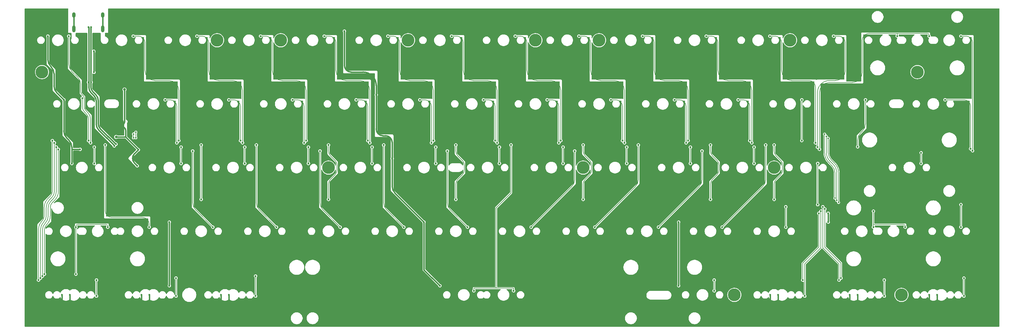
<source format=gbr>
%TF.GenerationSoftware,KiCad,Pcbnew,8.0.6*%
%TF.CreationDate,2024-11-23T06:19:38+07:00*%
%TF.ProjectId,Heart HE 60,48656172-7420-4484-9520-36302e6b6963,rev?*%
%TF.SameCoordinates,Original*%
%TF.FileFunction,Copper,L1,Top*%
%TF.FilePolarity,Positive*%
%FSLAX46Y46*%
G04 Gerber Fmt 4.6, Leading zero omitted, Abs format (unit mm)*
G04 Created by KiCad (PCBNEW 8.0.6) date 2024-11-23 06:19:38*
%MOMM*%
%LPD*%
G01*
G04 APERTURE LIST*
G04 Aperture macros list*
%AMRotRect*
0 Rectangle, with rotation*
0 The origin of the aperture is its center*
0 $1 length*
0 $2 width*
0 $3 Rotation angle, in degrees counterclockwise*
0 Add horizontal line*
21,1,$1,$2,0,0,$3*%
G04 Aperture macros list end*
%TA.AperFunction,ComponentPad*%
%ADD10C,3.800000*%
%TD*%
%TA.AperFunction,HeatsinkPad*%
%ADD11C,0.500000*%
%TD*%
%TA.AperFunction,HeatsinkPad*%
%ADD12RotRect,2.900000X2.900000X135.000000*%
%TD*%
%TA.AperFunction,ComponentPad*%
%ADD13C,0.500000*%
%TD*%
%TA.AperFunction,ComponentPad*%
%ADD14O,1.000000X1.600000*%
%TD*%
%TA.AperFunction,ComponentPad*%
%ADD15O,1.000000X2.100000*%
%TD*%
%TA.AperFunction,ViaPad*%
%ADD16C,0.600000*%
%TD*%
%TA.AperFunction,ViaPad*%
%ADD17C,0.500000*%
%TD*%
%TA.AperFunction,ViaPad*%
%ADD18C,0.800000*%
%TD*%
%TA.AperFunction,Conductor*%
%ADD19C,0.400000*%
%TD*%
%TA.AperFunction,Conductor*%
%ADD20C,0.200000*%
%TD*%
%TA.AperFunction,Conductor*%
%ADD21C,0.430000*%
%TD*%
G04 APERTURE END LIST*
D10*
%TO.P,H11,1*%
%TO.N,N/C*%
X219075000Y0D03*
%TD*%
%TO.P,H13,1*%
%TO.N,N/C*%
X214312500Y-38100000D03*
%TD*%
%TO.P,H14,1*%
%TO.N,N/C*%
X64293750Y-76200000D03*
%TD*%
%TO.P,H10,1*%
%TO.N,N/C*%
X161925000Y0D03*
%TD*%
%TO.P,H4,1*%
%TO.N,N/C*%
X80962500Y-38100000D03*
%TD*%
%TO.P,H18,1*%
%TO.N,N/C*%
X257175000Y-9525000D03*
%TD*%
%TO.P,H6,1*%
%TO.N,N/C*%
X16668750Y-76200000D03*
%TD*%
%TO.P,H12,1*%
%TO.N,N/C*%
X-4762500Y-9525000D03*
%TD*%
%TO.P,H8,1*%
%TO.N,N/C*%
X142875000Y0D03*
%TD*%
%TO.P,H17,1*%
%TO.N,N/C*%
X252412500Y-76200000D03*
%TD*%
%TO.P,H9,1*%
%TO.N,N/C*%
X104775000Y0D03*
%TD*%
%TO.P,H15,1*%
%TO.N,N/C*%
X202406250Y-76200000D03*
%TD*%
%TO.P,H5,1*%
%TO.N,N/C*%
X66675000Y0D03*
%TD*%
%TO.P,H3,1*%
%TO.N,N/C*%
X47625000Y0D03*
%TD*%
%TO.P,H7,1*%
%TO.N,N/C*%
X157162500Y-38100000D03*
%TD*%
D11*
%TO.P,U27,33,VSS/VSSA*%
%TO.N,GND*%
X20240625Y-35034556D03*
X21089153Y-34186028D03*
X21937681Y-33337500D03*
X19392097Y-34186028D03*
X20240625Y-33337500D03*
D12*
X20240625Y-33337500D03*
D11*
X21089153Y-32488972D03*
X18543569Y-33337500D03*
X19392097Y-32488972D03*
X20240625Y-31640444D03*
%TD*%
D13*
%TO.P,U85,11,PGND*%
%TO.N,GND*%
X4762500Y-12521875D03*
X5712500Y-13096875D03*
X3812500Y-13096875D03*
X4762500Y-13671875D03*
%TD*%
D14*
%TO.P,USB1,13,SHIELD*%
%TO.N,Net-(USB1-SHIELD)*%
X4730000Y7581000D03*
D15*
X4730000Y3401000D03*
D14*
X13370000Y7581000D03*
D15*
X13370000Y3401000D03*
%TD*%
D16*
%TO.N,GND*%
X153262500Y-28735938D03*
X0Y-2195000D03*
X128587500Y-40295000D03*
X66675000Y-21245000D03*
X33337500Y-40295000D03*
X228600000Y-2195000D03*
X236930000Y-76200000D03*
X238125000Y-21245000D03*
X133350000Y-2195000D03*
X7143750Y-40295000D03*
X27380000Y-76200000D03*
X180975000Y-21245000D03*
X166687500Y-40295000D03*
X76200000Y-2195000D03*
X3567500Y-77950000D03*
X90487500Y-40295000D03*
X42862500Y-59345000D03*
X47625000Y-21245000D03*
X171450000Y-2195000D03*
X185737500Y-40295000D03*
X12300000Y1431000D03*
X214312500Y-59345000D03*
X195262500Y-59345000D03*
X263123750Y-76200000D03*
X261937500Y-21245000D03*
X24998750Y-76200000D03*
X123825000Y-21245000D03*
X219075000Y-21245000D03*
X224700000Y-28735938D03*
X3567500Y-76200000D03*
X61912500Y-59345000D03*
X239311250Y-77950000D03*
X2381250Y-59345000D03*
X142875000Y-21245000D03*
X176212500Y-59345000D03*
X114300000Y-2195000D03*
X240506250Y-59345000D03*
X215498750Y-77950000D03*
X80962500Y-59345000D03*
X260742500Y-76200000D03*
X204787500Y-40295000D03*
X254793750Y-40295000D03*
X200025000Y-21245000D03*
X121443750Y-78395000D03*
X224700000Y-47885938D03*
X27380000Y-77950000D03*
X266700000Y-2195000D03*
X191362500Y-28735938D03*
X215498750Y-76200000D03*
X157162500Y-59345000D03*
X147637500Y-40295000D03*
X138112500Y-59345000D03*
X133350000Y-78395000D03*
X260742500Y-77950000D03*
X152400000Y-2195000D03*
X109537500Y-40295000D03*
X5800000Y1431000D03*
X209550000Y-2195000D03*
X85725000Y-21245000D03*
X192881250Y-78395000D03*
X77062500Y-28735938D03*
X52387500Y-40295000D03*
X213117500Y-76200000D03*
X115162500Y-28735938D03*
X28575000Y-21245000D03*
X223837500Y-40295000D03*
X48811250Y-77950000D03*
X263123750Y-77950000D03*
X51192500Y-77950000D03*
X266700000Y-59345000D03*
X95250000Y-2195000D03*
X104775000Y-21245000D03*
X71437500Y-40295000D03*
X51192500Y-76200000D03*
X23812500Y-59345000D03*
X213117500Y-77950000D03*
X24998750Y-77950000D03*
X161925000Y-21245000D03*
X38100000Y-2195000D03*
X19050000Y-2195000D03*
X100012500Y-59345000D03*
X48811250Y-76200000D03*
X119062500Y-59345000D03*
X4762500Y-21245000D03*
X38962500Y-28735938D03*
X190500000Y-2195000D03*
X1186250Y-77950000D03*
X236930000Y-77950000D03*
X239311250Y-76200000D03*
X247650000Y-2195000D03*
X57150000Y-2195000D03*
X11906250Y-59345000D03*
X1186250Y-76200000D03*
X257175000Y-2195000D03*
D17*
%TO.N,S0*%
X233600000Y-48535938D03*
X230500000Y-29385938D03*
%TO.N,S1*%
X22604698Y-29169003D03*
X233050000Y-47885938D03*
X22604698Y-28069003D03*
X229950000Y-28735938D03*
%TO.N,S2*%
X229400000Y-28085938D03*
X23304701Y-29169003D03*
X23304701Y-27519003D03*
X232500000Y-47235938D03*
D18*
%TO.N,+3.3VA*%
X19900000Y-14750000D03*
D16*
X100012500Y-35370000D03*
X-3000000Y1230000D03*
X230500000Y-54420000D03*
X185737500Y-54420000D03*
X33337500Y-54420000D03*
X109537500Y-54420000D03*
X230500000Y-51785938D03*
X185737500Y-73470000D03*
X85725000Y2730000D03*
X23746989Y-37579255D03*
X1762500Y-17820000D03*
D18*
X17425862Y-28952959D03*
X19240625Y-25537500D03*
D16*
X24073144Y-32757672D03*
X6662500Y-32635938D03*
X114300000Y-73470000D03*
X33337500Y-73470000D03*
X95250000Y-16320000D03*
X4143750Y-36870000D03*
%TO.N,D+*%
X9950000Y3934974D03*
X9950000Y-12568999D03*
X17412198Y-31074758D03*
%TO.N,D-*%
X9150001Y3934974D03*
X9150000Y-12568998D03*
X16846513Y-31640444D03*
%TO.N,+5V*%
X10800000Y-9584344D03*
X10750000Y-3319000D03*
%TO.N,49*%
X196381250Y-74970000D03*
X227700000Y-51785938D03*
X222863750Y-71770000D03*
X196381250Y-71770000D03*
%TO.N,00*%
X3250000Y1230000D03*
X9762500Y-30685938D03*
%TO.N,10*%
X7262500Y-17320000D03*
X9162500Y-30035938D03*
%TO.N,20*%
X10893750Y-36870000D03*
X10893750Y-31985938D03*
%TO.N,30*%
X5381250Y-55920000D03*
X14906250Y-55920000D03*
X143750Y-32635938D03*
X-4018750Y-69970000D03*
X5381250Y-69970000D03*
%TO.N,40*%
X-5818750Y-71770000D03*
X11532500Y-76550000D03*
X11532500Y-71770000D03*
X-1656250Y-30035938D03*
%TO.N,410*%
X228300000Y-51135938D03*
X223463750Y-76550000D03*
%TO.N,01*%
X36175000Y-30035938D03*
X22550000Y1230000D03*
%TO.N,11*%
X35575000Y-30685938D03*
X32075000Y-17820000D03*
%TO.N,21*%
X36837500Y-31985938D03*
X36837500Y-36870000D03*
%TO.N,41*%
X-5218750Y-71170000D03*
X35345000Y-71170000D03*
X35345000Y-76550000D03*
X-1056250Y-30685938D03*
%TO.N,02*%
X55225000Y-30685938D03*
X41600000Y1230000D03*
%TO.N,12*%
X54625000Y-30035938D03*
X51125000Y-17820000D03*
%TO.N,22*%
X55887500Y-36870000D03*
X55887500Y-31985938D03*
%TO.N,32*%
X40337500Y-33135938D03*
X46362500Y-55920000D03*
%TO.N,42*%
X59157500Y-70570000D03*
X59157500Y-76550000D03*
X-4618750Y-70570000D03*
X-456250Y-31985938D03*
%TO.N,03*%
X74275000Y-30035938D03*
X60650000Y1230000D03*
%TO.N,13*%
X73675000Y-30685938D03*
X70175000Y-17820000D03*
%TO.N,23*%
X74937500Y-36870000D03*
X74937500Y-31985938D03*
%TO.N,33*%
X59387500Y-31335938D03*
X65412500Y-55920000D03*
%TO.N,04*%
X79700000Y1230000D03*
X93325000Y-30685938D03*
%TO.N,14*%
X89225000Y-17820000D03*
X92725000Y-30035938D03*
%TO.N,24*%
X93987500Y-31985938D03*
X93987500Y-36870000D03*
%TO.N,34*%
X84462500Y-55920000D03*
X78437500Y-33135938D03*
%TO.N,05*%
X112375000Y-30035938D03*
X98750000Y1230000D03*
%TO.N,15*%
X111775000Y-30685938D03*
X108275000Y-17820000D03*
%TO.N,25*%
X113037500Y-31985938D03*
X113037500Y-36870000D03*
%TO.N,35*%
X103512500Y-55920000D03*
X97487500Y-31335938D03*
%TO.N,45*%
X124443750Y-74970000D03*
X136350000Y-74970000D03*
X135587500Y-31335938D03*
%TO.N,06*%
X131425000Y-30685938D03*
X117800000Y1230000D03*
%TO.N,16*%
X127325000Y-17820000D03*
X130825000Y-30035938D03*
%TO.N,26*%
X132087500Y-31985938D03*
X132087500Y-36870000D03*
%TO.N,36*%
X116537500Y-33135938D03*
X122562500Y-55920000D03*
%TO.N,07*%
X136850000Y1230000D03*
X150475000Y-30035938D03*
%TO.N,17*%
X149875000Y-30685938D03*
X146375000Y-17820000D03*
%TO.N,27*%
X151137500Y-31985938D03*
X151137500Y-36870000D03*
%TO.N,37*%
X154637500Y-33135938D03*
X141612500Y-55920000D03*
%TO.N,08*%
X155900000Y1230000D03*
X169525000Y-30685938D03*
%TO.N,18*%
X168925000Y-30035938D03*
X165425000Y-17820000D03*
%TO.N,28*%
X170187500Y-36870000D03*
X170187500Y-31985938D03*
%TO.N,38*%
X160662500Y-55920000D03*
X173687500Y-31335938D03*
%TO.N,09*%
X174950000Y1230000D03*
X188575000Y-30035938D03*
%TO.N,19*%
X184475000Y-17820000D03*
X187975000Y-30685938D03*
%TO.N,29*%
X189237500Y-31985938D03*
X189237500Y-36870000D03*
%TO.N,39*%
X179712500Y-55920000D03*
X192737500Y-33135938D03*
%TO.N,010*%
X194000000Y1230000D03*
X207625000Y-30685938D03*
%TO.N,110*%
X207025000Y-30035938D03*
X203525000Y-17820000D03*
%TO.N,210*%
X208287500Y-31985938D03*
X208287500Y-36870000D03*
%TO.N,310*%
X211787500Y-31335938D03*
X198762500Y-55920000D03*
%TO.N,011*%
X226675000Y-30685938D03*
X213050000Y1230000D03*
%TO.N,111*%
X222575000Y-30035938D03*
X222575000Y-17820000D03*
%TO.N,211*%
X227337500Y-36870000D03*
X227337500Y-49185938D03*
%TO.N,311*%
X217812500Y-55920000D03*
X217812500Y-49835938D03*
%TO.N,012*%
X232100000Y1230000D03*
X227275000Y-31985938D03*
%TO.N,112*%
X239315625Y-31870000D03*
X241625000Y-17820000D03*
%TO.N,212*%
X258293750Y-36870000D03*
X258293750Y-33670000D03*
%TO.N,013*%
X260675000Y1230000D03*
X227875000Y-32635938D03*
X251150000Y1230000D03*
%TO.N,113*%
X273100000Y-32470000D03*
X265437500Y-17820000D03*
%TO.N,313*%
X253531250Y-55920000D03*
X244006250Y-55920000D03*
X244006250Y-51135938D03*
%TO.N,413*%
X247276250Y-76550000D03*
X233736250Y-71770000D03*
X247276250Y-71770000D03*
X228900000Y-49835938D03*
%TO.N,014*%
X273700000Y-33070000D03*
X270200000Y1230000D03*
%TO.N,314*%
X270200000Y-49185938D03*
X270200000Y-55920000D03*
%TO.N,414*%
X234336250Y-71170000D03*
X271088750Y-71170000D03*
X271088750Y-76550000D03*
X229500000Y-50485938D03*
%TO.N,A2*%
X119062500Y-31335938D03*
X119062500Y-47625000D03*
%TO.N,A5*%
X214312500Y-47625000D03*
X214312500Y-31335938D03*
%TO.N,A0*%
X42862500Y-31335938D03*
X42862500Y-47625000D03*
%TO.N,A1*%
X80962500Y-47625000D03*
X80962500Y-31335938D03*
%TO.N,A4*%
X195262500Y-47625000D03*
X195262500Y-31335938D03*
%TO.N,A3*%
X157162500Y-31335938D03*
X157162500Y-47625000D03*
%TO.N,31*%
X27312500Y-55920000D03*
X14143750Y-31335938D03*
%TD*%
D19*
%TO.N,GND*%
X213117500Y-76200000D02*
X213117500Y-77950000D01*
X51192500Y-76200000D02*
X51192500Y-77950000D01*
X24998750Y-76200000D02*
X24998750Y-77950000D01*
X48811250Y-76200000D02*
X48811250Y-77950000D01*
X239311250Y-76200000D02*
X239311250Y-77950000D01*
X263123750Y-76200000D02*
X263123750Y-77950000D01*
X215498750Y-76200000D02*
X215498750Y-77950000D01*
X3567500Y-76200000D02*
X3567500Y-77950000D01*
X260742500Y-76200000D02*
X260742500Y-77950000D01*
X236930000Y-76200000D02*
X236930000Y-77950000D01*
X1186250Y-76200000D02*
X1186250Y-77950000D01*
X27380000Y-76200000D02*
X27380000Y-77950000D01*
D20*
%TO.N,S0*%
X230500000Y-33643297D02*
X230500000Y-29385938D01*
X232369848Y-36755786D02*
X231378679Y-35764617D01*
X233600000Y-48535938D02*
X233600000Y-39725635D01*
X230500000Y-33643297D02*
G75*
G03*
X231378678Y-35764618I3000000J-3D01*
G01*
X232369848Y-36755786D02*
G75*
G02*
X233599975Y-39725635I-2969848J-2969814D01*
G01*
%TO.N,S1*%
X22604698Y-29169003D02*
X22604698Y-28069003D01*
X229950000Y-33622587D02*
X229950000Y-28735938D01*
X233050000Y-47885938D02*
X233050000Y-39704925D01*
X231995584Y-37159340D02*
X231004415Y-36168171D01*
X233050000Y-39704925D02*
G75*
G03*
X231995596Y-37159328I-3600000J25D01*
G01*
X229950000Y-33622587D02*
G75*
G03*
X231004409Y-36168177I3600000J-13D01*
G01*
%TO.N,S2*%
X229400000Y-33601877D02*
X229400000Y-28085938D01*
X232500000Y-47235938D02*
X232500000Y-39684215D01*
X231621320Y-37562894D02*
X230630151Y-36571725D01*
X23304701Y-29169003D02*
X23304701Y-27519003D01*
X229400000Y-33601877D02*
G75*
G03*
X230630140Y-36571736I4200000J-23D01*
G01*
X232500000Y-39684215D02*
G75*
G03*
X231621327Y-37562887I-3000000J15D01*
G01*
D19*
%TO.N,+3.3VA*%
X4143750Y-32635938D02*
X4143750Y-32011391D01*
X85725000Y2730000D02*
X85725000Y-7525000D01*
X20268431Y-26979520D02*
X20268431Y-28952959D01*
X22913489Y-36745755D02*
X23746989Y-37579255D01*
X33337500Y-54420000D02*
X33337500Y-73470000D01*
X-1175000Y-10067641D02*
X-1175000Y-13639859D01*
X19900000Y-24463911D02*
X19900000Y-14750000D01*
X3265070Y-29890070D02*
X2641179Y-29266179D01*
X100012500Y-35370000D02*
X100012500Y-43652359D01*
X230500000Y-51785938D02*
X230500000Y-54420000D01*
X20268431Y-28952959D02*
X17425862Y-28952959D01*
X109537500Y-68707500D02*
X114300000Y-73470000D01*
X4143750Y-36870000D02*
X4143750Y-32635938D01*
X100012500Y-30575000D02*
X100012500Y-35370000D01*
X-2121320Y-7878680D02*
X-2053679Y-7946321D01*
X19240625Y-25537500D02*
X19607107Y-25171018D01*
X24073144Y-32757672D02*
X22913488Y-33917328D01*
X19240625Y-25537500D02*
X19975538Y-26272413D01*
X100891180Y-45773680D02*
X109537500Y-54420000D01*
X97250000Y-28575000D02*
X98012500Y-28575000D01*
X109537500Y-54420000D02*
X109537500Y-68707500D01*
X6662500Y-32635938D02*
X4143750Y-32635938D01*
X-296320Y-15761180D02*
X1762500Y-17820000D01*
X-3000000Y1230000D02*
X-3000000Y-5757359D01*
X1762500Y-27144859D02*
X1762500Y-17820000D01*
X95250000Y-13525000D02*
X95250000Y-16320000D01*
X87725000Y-9525000D02*
X91250000Y-9525000D01*
X185737500Y-73470000D02*
X185737500Y-54420000D01*
X24073144Y-32757672D02*
X20268431Y-28952959D01*
X95250000Y-16320000D02*
X95250000Y-26575000D01*
X91250000Y-9525000D02*
G75*
G02*
X95250000Y-13525000I0J-4000000D01*
G01*
X97250000Y-28575000D02*
G75*
G02*
X95250000Y-26575000I0J2000000D01*
G01*
X-1175000Y-10067641D02*
G75*
G03*
X-2053679Y-7946321I-3000000J1D01*
G01*
X3265070Y-29890070D02*
G75*
G02*
X4143771Y-32011391I-2121270J-2121330D01*
G01*
X2641179Y-29266179D02*
G75*
G02*
X1762529Y-27144859I2121321J2121279D01*
G01*
X22913489Y-36745755D02*
G75*
G02*
X22913487Y-33917327I1414211J1414215D01*
G01*
X98012500Y-28575000D02*
G75*
G02*
X100012500Y-30575000I0J-2000000D01*
G01*
X-2121320Y-7878680D02*
G75*
G02*
X-2999971Y-5757359I2121320J2121280D01*
G01*
X100012500Y-43652359D02*
G75*
G03*
X100891160Y-45773700I3000000J-41D01*
G01*
X19607107Y-25171018D02*
G75*
G03*
X19900008Y-24463911I-707107J707118D01*
G01*
X-1175000Y-13639859D02*
G75*
G03*
X-296320Y-15761180I3000000J-1D01*
G01*
X85725000Y-7525000D02*
G75*
G03*
X87725000Y-9525000I2000000J0D01*
G01*
X19975538Y-26272413D02*
G75*
G02*
X20268408Y-26979520I-707138J-707087D01*
G01*
D21*
%TO.N,D+*%
X9865000Y3849974D02*
X9865000Y-12483999D01*
X9865001Y-12653998D02*
X9950000Y-12568999D01*
X17291991Y-31074758D02*
X17412198Y-31074758D01*
X10450788Y-15392810D02*
X11307191Y-16249213D01*
X12663287Y-26446054D02*
X17291991Y-31074758D01*
X9865001Y-13978596D02*
X9865001Y-12653998D01*
X9950000Y3934974D02*
X9865000Y3849974D01*
X9865000Y-12483999D02*
X9950000Y-12568999D01*
X12077500Y-18108904D02*
X12077500Y-25031840D01*
X9865001Y-13978596D02*
G75*
G03*
X10450786Y-15392812I1999999J-4D01*
G01*
X12663287Y-26446054D02*
G75*
G02*
X12077472Y-25031840I1414213J1414254D01*
G01*
X11307191Y-16249213D02*
G75*
G02*
X12077497Y-18108904I-1859691J-1859687D01*
G01*
%TO.N,D-*%
X9234999Y3849972D02*
X9234999Y-12483999D01*
X12217809Y-26891532D02*
X16846513Y-31520236D01*
X10005309Y-15838287D02*
X10861714Y-16694692D01*
X9150001Y3934974D02*
X9235001Y3849974D01*
X9235000Y-13978596D02*
X9235000Y-12653998D01*
X9234999Y-12483999D02*
X9150000Y-12568998D01*
X11447500Y-18108905D02*
X11447500Y-25031841D01*
X16846513Y-31520236D02*
X16846513Y-31640444D01*
X9235001Y3849974D02*
X9234999Y3849972D01*
X9150001Y3934974D02*
X9235000Y3849975D01*
X9235000Y-12653998D02*
X9150000Y-12568998D01*
X11447500Y-18108905D02*
G75*
G03*
X10861717Y-16694689I-2000000J5D01*
G01*
X9235000Y-13978596D02*
G75*
G03*
X10005307Y-15838289I2630000J-4D01*
G01*
X12217809Y-26891532D02*
G75*
G02*
X11447471Y-25031841I1859691J1859732D01*
G01*
D19*
%TO.N,Net-(USB1-SHIELD)*%
X13370000Y7581000D02*
X13370000Y3401000D01*
X4730000Y7581000D02*
X4730000Y3401000D01*
%TO.N,+5V*%
X10750000Y-3319000D02*
X10750000Y-9584344D01*
D20*
%TO.N,49*%
X222863750Y-66675000D02*
X222863750Y-71770000D01*
X227700000Y-61838750D02*
X222863750Y-66675000D01*
X227700000Y-51785938D02*
X227700000Y-61838750D01*
X196381250Y-74970000D02*
X196381250Y-71770000D01*
%TO.N,00*%
X3250000Y1230000D02*
X3250000Y-7144859D01*
X6812500Y-13192641D02*
X6812500Y-15407258D01*
X7862500Y-17285686D02*
X7862500Y-19743043D01*
X8448287Y-21157257D02*
X9000978Y-21709948D01*
X4128680Y-9266180D02*
X5933821Y-11071321D01*
X9762500Y-23548425D02*
X9762500Y-30685938D01*
X7105393Y-16114365D02*
X7569607Y-16578579D01*
X7862500Y-17285686D02*
G75*
G03*
X7569600Y-16578586I-1000000J-14D01*
G01*
X9762500Y-23548425D02*
G75*
G03*
X9000991Y-21709935I-2600000J25D01*
G01*
X6812500Y-15407258D02*
G75*
G03*
X7105372Y-16114386I1000000J-42D01*
G01*
X3250000Y-7144859D02*
G75*
G03*
X4128680Y-9266180I3000000J-1D01*
G01*
X6812500Y-13192641D02*
G75*
G03*
X5933821Y-11071321I-3000000J1D01*
G01*
X7862500Y-19743043D02*
G75*
G03*
X8448288Y-21157256I2000000J3D01*
G01*
%TO.N,10*%
X7262500Y-19743045D02*
X7262500Y-17320000D01*
X8576713Y-22134213D02*
X8024022Y-21581522D01*
X9162500Y-30035938D02*
X9162500Y-23548427D01*
X7262500Y-19743045D02*
G75*
G03*
X8024019Y-21581525I2600000J-5D01*
G01*
X9162500Y-23548427D02*
G75*
G03*
X8576727Y-22134199I-2000000J27D01*
G01*
%TO.N,20*%
X10893750Y-36870000D02*
X10893750Y-31985938D01*
%TO.N,30*%
X-2300000Y-52569738D02*
X-2300000Y-50040735D01*
X-3432963Y-55276713D02*
X-3412994Y-55256744D01*
X-4018750Y-69970000D02*
X-4018750Y-56690927D01*
X5381250Y-55920000D02*
X5381250Y-69970000D01*
X143750Y-45194546D02*
X143750Y-32635938D01*
X14906250Y-55620000D02*
X14906250Y-55920000D01*
X5881250Y-55120000D02*
X14406250Y-55120000D01*
X5381250Y-55920000D02*
X5381250Y-55620000D01*
X-1714213Y-48626521D02*
X-969244Y-47881552D01*
X-2300000Y-52569738D02*
G75*
G02*
X-3412993Y-55256745I-3800000J-2D01*
G01*
X5881250Y-55120000D02*
G75*
G03*
X5381300Y-55620000I50J-500000D01*
G01*
X-4018750Y-56690927D02*
G75*
G02*
X-3432962Y-55276714I2000000J-3D01*
G01*
X14406250Y-55120000D02*
G75*
G02*
X14906200Y-55620000I-50J-500000D01*
G01*
X-1714213Y-48626521D02*
G75*
G03*
X-2299975Y-50040735I1414213J-1414179D01*
G01*
X-969244Y-47881552D02*
G75*
G03*
X143750Y-45194546I-2686996J2687002D01*
G01*
%TO.N,40*%
X-1656250Y-30035938D02*
X-1656250Y-45194541D01*
X11532500Y-76550000D02*
X11532500Y-71770000D01*
X-4685787Y-53983947D02*
X-4705756Y-54003916D01*
X-5818750Y-56690922D02*
X-5818750Y-71770000D01*
X-4100000Y-50040730D02*
X-4100000Y-52569733D01*
X-2242037Y-46608755D02*
X-2987006Y-47353724D01*
X-5818750Y-56690922D02*
G75*
G02*
X-4705757Y-54003915I3800000J2D01*
G01*
X-4685787Y-53983947D02*
G75*
G03*
X-4099977Y-52569733I-1414213J1414247D01*
G01*
X-2987006Y-47353724D02*
G75*
G03*
X-4099979Y-50040730I2687006J-2686976D01*
G01*
X-2242037Y-46608755D02*
G75*
G03*
X-1656206Y-45194541I-1414163J1414255D01*
G01*
%TO.N,410*%
X223463750Y-66923530D02*
X223463750Y-76550000D01*
X228300000Y-62087280D02*
X223463750Y-66923530D01*
X228300000Y-51135938D02*
X228300000Y-62087280D01*
%TO.N,01*%
X26050000Y-770000D02*
X26050000Y-9050000D01*
X29050000Y-12050000D02*
X33175000Y-12050000D01*
X36175000Y-15050000D02*
X36175000Y-30035938D01*
X22550000Y1230000D02*
X24050000Y1230000D01*
X26050000Y-770000D02*
G75*
G03*
X24050000Y1230000I-2000000J0D01*
G01*
X36175000Y-15050000D02*
G75*
G03*
X33175000Y-12050000I-3000000J0D01*
G01*
X26050000Y-9050000D02*
G75*
G03*
X29050000Y-12050000I3000000J0D01*
G01*
%TO.N,11*%
X35575000Y-19820000D02*
X35575000Y-30685938D01*
X32075000Y-17820000D02*
X33575000Y-17820000D01*
X35575000Y-19820000D02*
G75*
G03*
X33575000Y-17820000I-2000000J0D01*
G01*
%TO.N,21*%
X36837500Y-36870000D02*
X36837500Y-31985938D01*
%TO.N,41*%
X35345000Y-76550000D02*
X35345000Y-71170000D01*
X-4281491Y-54428181D02*
X-4261522Y-54408212D01*
X-2562741Y-47777989D02*
X-1817772Y-47033020D01*
X-5218750Y-71170000D02*
X-5218750Y-56690923D01*
X-3500000Y-52569735D02*
X-3500000Y-50040731D01*
X-1056250Y-45194543D02*
X-1056250Y-30685938D01*
X-2562741Y-47777989D02*
G75*
G03*
X-3499978Y-50040731I2262741J-2262711D01*
G01*
X-5218750Y-56690923D02*
G75*
G02*
X-4281493Y-54428179I3200000J3D01*
G01*
X-4261522Y-54408212D02*
G75*
G03*
X-3499975Y-52569735I-1838478J1838512D01*
G01*
X-1817772Y-47033020D02*
G75*
G03*
X-1056205Y-45194543I-1838428J1838520D01*
G01*
%TO.N,02*%
X41600000Y1230000D02*
X43100000Y1230000D01*
X55225000Y-15050000D02*
X55225000Y-30685938D01*
X48100000Y-12050000D02*
X52225000Y-12050000D01*
X45100000Y-770000D02*
X45100000Y-9050000D01*
X45100000Y-770000D02*
G75*
G03*
X43100000Y1230000I-2000000J0D01*
G01*
X52225000Y-12050000D02*
G75*
G02*
X55225000Y-15050000I0J-3000000D01*
G01*
X45100000Y-9050000D02*
G75*
G03*
X48100000Y-12050000I3000000J0D01*
G01*
%TO.N,12*%
X54625000Y-19820000D02*
X54625000Y-30035938D01*
X51125000Y-17820000D02*
X52625000Y-17820000D01*
X52625000Y-17820000D02*
G75*
G02*
X54625000Y-19820000I0J-2000000D01*
G01*
%TO.N,22*%
X55887500Y-36870000D02*
X55887500Y-31985938D01*
%TO.N,32*%
X40337500Y-33135938D02*
X40337500Y-48652359D01*
X41216180Y-50773680D02*
X46362500Y-55920000D01*
X41216180Y-50773680D02*
G75*
G02*
X40337529Y-48652359I2121320J2121280D01*
G01*
%TO.N,42*%
X-2900000Y-50040733D02*
X-2900000Y-52569737D01*
X-4618750Y-56690925D02*
X-4618750Y-70570000D01*
X59157500Y-76550000D02*
X59157500Y-70570000D01*
X-3837259Y-54832479D02*
X-3857228Y-54852448D01*
X-456250Y-31985938D02*
X-456250Y-45194545D01*
X-1393509Y-47457287D02*
X-2138478Y-48202256D01*
X-456250Y-45194545D02*
G75*
G02*
X-1393511Y-47457285I-3200000J5D01*
G01*
X-3837259Y-54832479D02*
G75*
G03*
X-2899974Y-52569737I-2262741J2262779D01*
G01*
X-3857228Y-54852448D02*
G75*
G03*
X-4618747Y-56690925I1838428J-1838452D01*
G01*
X-2900000Y-50040733D02*
G75*
G02*
X-2138480Y-48202254I2600000J3D01*
G01*
%TO.N,03*%
X67150000Y-12050000D02*
X71275000Y-12050000D01*
X60650000Y1230000D02*
X62150000Y1230000D01*
X74275000Y-15050000D02*
X74275000Y-30035938D01*
X64150000Y-770000D02*
X64150000Y-9050000D01*
X74275000Y-15050000D02*
G75*
G03*
X71275000Y-12050000I-3000000J0D01*
G01*
X64150000Y-9050000D02*
G75*
G03*
X67150000Y-12050000I3000000J0D01*
G01*
X62150000Y1230000D02*
G75*
G02*
X64150000Y-770000I0J-2000000D01*
G01*
%TO.N,13*%
X70175000Y-17820000D02*
X71675000Y-17820000D01*
X73675000Y-19820000D02*
X73675000Y-30685938D01*
X71675000Y-17820000D02*
G75*
G02*
X73675000Y-19820000I0J-2000000D01*
G01*
%TO.N,23*%
X74937500Y-31985938D02*
X74937500Y-36870000D01*
%TO.N,33*%
X59387500Y-31335938D02*
X59387500Y-48652359D01*
X60266180Y-50773680D02*
X65412500Y-55920000D01*
X59387500Y-48652359D02*
G75*
G03*
X60266160Y-50773700I3000000J-41D01*
G01*
%TO.N,04*%
X93325000Y-15050000D02*
X93325000Y-30685938D01*
X83200000Y-770000D02*
X83200000Y-9050000D01*
X86200000Y-12050000D02*
X90325000Y-12050000D01*
X79700000Y1230000D02*
X81200000Y1230000D01*
X83200000Y-9050000D02*
G75*
G03*
X86200000Y-12050000I3000000J0D01*
G01*
X93325000Y-15050000D02*
G75*
G03*
X90325000Y-12050000I-3000000J0D01*
G01*
X81200000Y1230000D02*
G75*
G02*
X83200000Y-770000I0J-2000000D01*
G01*
%TO.N,14*%
X89225000Y-17820000D02*
X90725000Y-17820000D01*
X92725000Y-19820000D02*
X92725000Y-30035938D01*
X92725000Y-19820000D02*
G75*
G03*
X90725000Y-17820000I-2000000J0D01*
G01*
%TO.N,24*%
X93987500Y-31985938D02*
X93987500Y-36870000D01*
%TO.N,34*%
X79316180Y-50773680D02*
X84462500Y-55920000D01*
X78437500Y-33135938D02*
X78437500Y-48652359D01*
X78437500Y-48652359D02*
G75*
G03*
X79316160Y-50773700I3000000J-41D01*
G01*
%TO.N,05*%
X105250000Y-12050000D02*
X109375000Y-12050000D01*
X102250000Y-770000D02*
X102250000Y-9050000D01*
X98750000Y1230000D02*
X100250000Y1230000D01*
X112375000Y-15050000D02*
X112375000Y-30035938D01*
X102250000Y-9050000D02*
G75*
G03*
X105250000Y-12050000I3000000J0D01*
G01*
X102250000Y-770000D02*
G75*
G03*
X100250000Y1230000I-2000000J0D01*
G01*
X112375000Y-15050000D02*
G75*
G03*
X109375000Y-12050000I-3000000J0D01*
G01*
%TO.N,15*%
X108275000Y-17820000D02*
X109775000Y-17820000D01*
X111775000Y-19820000D02*
X111775000Y-30685938D01*
X111775000Y-19820000D02*
G75*
G03*
X109775000Y-17820000I-2000000J0D01*
G01*
%TO.N,25*%
X113037500Y-31985938D02*
X113037500Y-36870000D01*
%TO.N,35*%
X97487500Y-48652359D02*
X97487500Y-31335938D01*
X103512500Y-55920000D02*
X98366179Y-50773679D01*
X97487500Y-48652359D02*
G75*
G03*
X98366159Y-50773699I3000000J-41D01*
G01*
%TO.N,45*%
X135587500Y-31335938D02*
X135587500Y-45675000D01*
X124443750Y-74970000D02*
X124443750Y-74170000D01*
X124443750Y-74170000D02*
X131112500Y-74170000D01*
X136350000Y-74170000D02*
X136350000Y-74970000D01*
X131112500Y-50150000D02*
X131112500Y-74170000D01*
X131112500Y-74170000D02*
X136350000Y-74170000D01*
X135587500Y-45675000D02*
X131112500Y-50150000D01*
%TO.N,06*%
X117800000Y1230000D02*
X119300000Y1230000D01*
X131425000Y-15050000D02*
X131425000Y-30685938D01*
X121300000Y-770000D02*
X121300000Y-9050000D01*
X124300000Y-12050000D02*
X128425000Y-12050000D01*
X128425000Y-12050000D02*
G75*
G02*
X131425000Y-15050000I0J-3000000D01*
G01*
X124300000Y-12050000D02*
G75*
G02*
X121300000Y-9050000I0J3000000D01*
G01*
X121300000Y-770000D02*
G75*
G03*
X119300000Y1230000I-2000000J0D01*
G01*
%TO.N,16*%
X130825000Y-19820000D02*
X130825000Y-30035938D01*
X127325000Y-17820000D02*
X128825000Y-17820000D01*
X128825000Y-17820000D02*
G75*
G02*
X130825000Y-19820000I0J-2000000D01*
G01*
%TO.N,26*%
X132087500Y-31985938D02*
X132087500Y-36870000D01*
%TO.N,36*%
X117416180Y-50773680D02*
X122562500Y-55920000D01*
X116537500Y-33135938D02*
X116537500Y-48652359D01*
X116537500Y-48652359D02*
G75*
G03*
X117416160Y-50773700I3000000J-41D01*
G01*
%TO.N,07*%
X140350000Y-770000D02*
X140350000Y-9050000D01*
X150475000Y-15050000D02*
X150475000Y-30035938D01*
X136850000Y1230000D02*
X138350000Y1230000D01*
X143350000Y-12050000D02*
X147475000Y-12050000D01*
X143350000Y-12050000D02*
G75*
G02*
X140350000Y-9050000I0J3000000D01*
G01*
X138350000Y1230000D02*
G75*
G02*
X140350000Y-770000I0J-2000000D01*
G01*
X147475000Y-12050000D02*
G75*
G02*
X150475000Y-15050000I0J-3000000D01*
G01*
%TO.N,17*%
X146375000Y-17820000D02*
X147875000Y-17820000D01*
X149875000Y-19820000D02*
X149875000Y-30685938D01*
X149875000Y-19820000D02*
G75*
G03*
X147875000Y-17820000I-2000000J0D01*
G01*
%TO.N,27*%
X151137500Y-31985938D02*
X151137500Y-36870000D01*
%TO.N,37*%
X154637500Y-33135938D02*
X154637500Y-41652359D01*
X153758820Y-43773680D02*
X141612500Y-55920000D01*
X153758820Y-43773680D02*
G75*
G03*
X154637471Y-41652359I-2121320J2121280D01*
G01*
%TO.N,08*%
X169525000Y-15050000D02*
X169525000Y-30685938D01*
X159400000Y-770000D02*
X159400000Y-9050000D01*
X155900000Y1230000D02*
X157400000Y1230000D01*
X162400000Y-12050000D02*
X166525000Y-12050000D01*
X159400000Y-9050000D02*
G75*
G03*
X162400000Y-12050000I3000000J0D01*
G01*
X159400000Y-770000D02*
G75*
G03*
X157400000Y1230000I-2000000J0D01*
G01*
X169525000Y-15050000D02*
G75*
G03*
X166525000Y-12050000I-3000000J0D01*
G01*
%TO.N,18*%
X168925000Y-19820000D02*
X168925000Y-30035938D01*
X165425000Y-17820000D02*
X166925000Y-17820000D01*
X166925000Y-17820000D02*
G75*
G02*
X168925000Y-19820000I0J-2000000D01*
G01*
%TO.N,28*%
X170187500Y-31985938D02*
X170187500Y-36870000D01*
%TO.N,38*%
X173687500Y-31335938D02*
X173687500Y-41652359D01*
X172808820Y-43773680D02*
X160662500Y-55920000D01*
X173687500Y-41652359D02*
G75*
G02*
X172808840Y-43773700I-3000000J-41D01*
G01*
%TO.N,09*%
X188575000Y-15050000D02*
X188575000Y-30035938D01*
X181450000Y-12050000D02*
X185575000Y-12050000D01*
X178450000Y-770000D02*
X178450000Y-9050000D01*
X174950000Y1230000D02*
X176450000Y1230000D01*
X188575000Y-15050000D02*
G75*
G03*
X185575000Y-12050000I-3000000J0D01*
G01*
X178450000Y-770000D02*
G75*
G03*
X176450000Y1230000I-2000000J0D01*
G01*
X181450000Y-12050000D02*
G75*
G02*
X178450000Y-9050000I0J3000000D01*
G01*
%TO.N,19*%
X184475000Y-17820000D02*
X185975000Y-17820000D01*
X187975000Y-19820000D02*
X187975000Y-30685938D01*
X185975000Y-17820000D02*
G75*
G02*
X187975000Y-19820000I0J-2000000D01*
G01*
%TO.N,29*%
X189237500Y-31985938D02*
X189237500Y-36870000D01*
%TO.N,39*%
X192737500Y-33135938D02*
X192737500Y-41652359D01*
X191858820Y-43773680D02*
X179712500Y-55920000D01*
X192737500Y-41652359D02*
G75*
G02*
X191858840Y-43773700I-3000000J-41D01*
G01*
%TO.N,010*%
X194000000Y1230000D02*
X195500000Y1230000D01*
X200500000Y-12050000D02*
X204625000Y-12050000D01*
X197500000Y-770000D02*
X197500000Y-9050000D01*
X207625000Y-15050000D02*
X207625000Y-30685938D01*
X207625000Y-15050000D02*
G75*
G03*
X204625000Y-12050000I-3000000J0D01*
G01*
X195500000Y1230000D02*
G75*
G02*
X197500000Y-770000I0J-2000000D01*
G01*
X197500000Y-9050000D02*
G75*
G03*
X200500000Y-12050000I3000000J0D01*
G01*
%TO.N,110*%
X203525000Y-17820000D02*
X205025000Y-17820000D01*
X207025000Y-19820000D02*
X207025000Y-30035938D01*
X207025000Y-19820000D02*
G75*
G03*
X205025000Y-17820000I-2000000J0D01*
G01*
%TO.N,210*%
X208287500Y-31985938D02*
X208287500Y-36870000D01*
%TO.N,310*%
X211787500Y-31335938D02*
X211787500Y-41652359D01*
X210908820Y-43773680D02*
X198762500Y-55920000D01*
X210908820Y-43773680D02*
G75*
G03*
X211787471Y-41652359I-2121320J2121280D01*
G01*
%TO.N,011*%
X219550000Y-12050000D02*
X224675000Y-12050000D01*
X226675000Y-14050000D02*
X226675000Y-30685938D01*
X216550000Y-770000D02*
X216550000Y-9050000D01*
X213050000Y1230000D02*
X214550000Y1230000D01*
X216550000Y-9050000D02*
G75*
G03*
X219550000Y-12050000I3000000J0D01*
G01*
X216550000Y-770000D02*
G75*
G03*
X214550000Y1230000I-2000000J0D01*
G01*
X226675000Y-14050000D02*
G75*
G03*
X224675000Y-12050000I-2000000J0D01*
G01*
%TO.N,111*%
X222575000Y-17820000D02*
X222575000Y-30035938D01*
%TO.N,211*%
X227337500Y-36870000D02*
X227337500Y-49185938D01*
%TO.N,311*%
X217812500Y-55920000D02*
X217812500Y-49835938D01*
%TO.N,012*%
X227275000Y-31985938D02*
X227275000Y-15650000D01*
X235600000Y-9050000D02*
X235600000Y-770000D01*
X233600000Y1230000D02*
X232100000Y1230000D01*
X230875000Y-12050000D02*
X232600000Y-12050000D01*
X233600000Y1230000D02*
G75*
G02*
X235600000Y-770000I0J-2000000D01*
G01*
X227275000Y-15650000D02*
G75*
G02*
X230875000Y-12050000I3600000J0D01*
G01*
X235600000Y-9050000D02*
G75*
G02*
X232600000Y-12050000I-3000000J0D01*
G01*
%TO.N,112*%
X241625000Y-17820000D02*
X241625000Y-25022984D01*
X239315625Y-29817641D02*
X239315625Y-31870000D01*
X240746320Y-27144305D02*
X240194304Y-27696321D01*
X241625000Y-25022984D02*
G75*
G02*
X240746328Y-27144313I-3000000J-16D01*
G01*
X239315625Y-29817641D02*
G75*
G02*
X240194289Y-27696306I2999975J41D01*
G01*
%TO.N,212*%
X258293750Y-36870000D02*
X258293750Y-33670000D01*
%TO.N,013*%
X251150000Y2030000D02*
X242650000Y2030000D01*
X237650000Y-12650000D02*
X230875000Y-12650000D01*
X251150000Y1230000D02*
X251150000Y2030000D01*
X251150000Y2030000D02*
X260175000Y2030000D01*
X240650000Y30000D02*
X240650000Y-9650000D01*
X260675000Y1230000D02*
X260675000Y1530000D01*
X227875000Y-15650000D02*
X227875000Y-32635938D01*
X242650000Y2030000D02*
G75*
G03*
X240650000Y30000I0J-2000000D01*
G01*
X240650000Y-9650000D02*
G75*
G02*
X237650000Y-12650000I-3000000J0D01*
G01*
X260175000Y2030000D02*
G75*
G02*
X260675000Y1530000I0J-500000D01*
G01*
X227875000Y-15650000D02*
G75*
G02*
X230875000Y-12650000I3000000J0D01*
G01*
%TO.N,113*%
X273100000Y-32470000D02*
X273100000Y-19820000D01*
X265437500Y-17820000D02*
X271100000Y-17820000D01*
X273100000Y-19820000D02*
G75*
G03*
X271100000Y-17820000I-2000000J0D01*
G01*
%TO.N,313*%
X244006250Y-51135938D02*
X244006250Y-55120000D01*
X244006250Y-55120000D02*
X253031250Y-55120000D01*
X253531250Y-55620000D02*
X253531250Y-55920000D01*
X244006250Y-55920000D02*
X244006250Y-55120000D01*
X253031250Y-55120000D02*
G75*
G02*
X253531200Y-55620000I-50J-500000D01*
G01*
%TO.N,413*%
X233736250Y-66923530D02*
X228900000Y-62087280D01*
X247276250Y-76550000D02*
X247276250Y-71770000D01*
X233736250Y-71770000D02*
X233736250Y-66923530D01*
X228900000Y-62087280D02*
X228900000Y-49835938D01*
%TO.N,014*%
X273700000Y-770000D02*
X273700000Y-33070000D01*
X270200000Y1230000D02*
X271700000Y1230000D01*
X273700000Y-770000D02*
G75*
G03*
X271700000Y1230000I-2000000J0D01*
G01*
%TO.N,314*%
X270200000Y-55920000D02*
X270200000Y-49185938D01*
%TO.N,414*%
X229500000Y-61838750D02*
X234336250Y-66675000D01*
X229500000Y-50485938D02*
X229500000Y-61838750D01*
X271088750Y-76550000D02*
X271088750Y-71170000D01*
X234336250Y-66675000D02*
X234336250Y-71170000D01*
%TO.N,A2*%
X121587500Y-38857843D02*
X121587500Y-37342157D01*
X119062500Y-43039697D02*
X119062500Y-47625000D01*
X121001713Y-35927943D02*
X119648286Y-34574516D01*
X119062500Y-31335938D02*
X119062500Y-33160303D01*
X119648287Y-41625483D02*
X121001714Y-40272056D01*
X119648286Y-34574516D02*
G75*
G02*
X119062498Y-33160303I1414214J1414216D01*
G01*
X121001714Y-40272056D02*
G75*
G03*
X121587530Y-38857843I-1414214J1414256D01*
G01*
X121001713Y-35927943D02*
G75*
G02*
X121587530Y-37342157I-1414213J-1414257D01*
G01*
X119062500Y-43039697D02*
G75*
G02*
X119648288Y-41625484I2000000J-3D01*
G01*
%TO.N,A5*%
X216837500Y-38857843D02*
X216837500Y-37342157D01*
X214312500Y-43039697D02*
X214312500Y-47625000D01*
X216251713Y-35927943D02*
X214898286Y-34574516D01*
X214312500Y-31335938D02*
X214312500Y-33160303D01*
X214898287Y-41625483D02*
X216251714Y-40272056D01*
X214312500Y-43039697D02*
G75*
G02*
X214898288Y-41625484I2000000J-3D01*
G01*
X216837500Y-38857843D02*
G75*
G02*
X216251693Y-40272035I-2000000J43D01*
G01*
X214898286Y-34574516D02*
G75*
G02*
X214312498Y-33160303I1414214J1414216D01*
G01*
X216251713Y-35927943D02*
G75*
G02*
X216837530Y-37342157I-1414213J-1414257D01*
G01*
%TO.N,A0*%
X42862500Y-31335938D02*
X42862500Y-47625000D01*
%TO.N,A1*%
X81548287Y-41625483D02*
X82901714Y-40272056D01*
X82901713Y-35927943D02*
X81548286Y-34574516D01*
X83487500Y-38857843D02*
X83487500Y-37342157D01*
X80962500Y-43039697D02*
X80962500Y-47625000D01*
X80962500Y-31335938D02*
X80962500Y-33160303D01*
X81548287Y-41625483D02*
G75*
G03*
X80962498Y-43039697I1414213J-1414217D01*
G01*
X83487500Y-38857843D02*
G75*
G02*
X82901693Y-40272035I-2000000J43D01*
G01*
X83487500Y-37342157D02*
G75*
G03*
X82901692Y-35927964I-2000000J-43D01*
G01*
X81548286Y-34574516D02*
G75*
G02*
X80962498Y-33160303I1414214J1414216D01*
G01*
%TO.N,A4*%
X197787500Y-38857843D02*
X197787500Y-37342157D01*
X195848287Y-41625483D02*
X197201714Y-40272056D01*
X197201713Y-35927943D02*
X195848286Y-34574516D01*
X195262500Y-43039697D02*
X195262500Y-47625000D01*
X195262500Y-31335938D02*
X195262500Y-33160303D01*
X197201714Y-40272056D02*
G75*
G03*
X197787530Y-38857843I-1414214J1414256D01*
G01*
X195848286Y-34574516D02*
G75*
G02*
X195262498Y-33160303I1414214J1414216D01*
G01*
X197201713Y-35927943D02*
G75*
G02*
X197787530Y-37342157I-1414213J-1414257D01*
G01*
X195262500Y-43039697D02*
G75*
G02*
X195848288Y-41625484I2000000J-3D01*
G01*
%TO.N,A3*%
X157162500Y-31335938D02*
X157162500Y-33160303D01*
X159687500Y-38857843D02*
X159687500Y-37342157D01*
X159101713Y-35927943D02*
X157748286Y-34574516D01*
X157162500Y-43039697D02*
X157162500Y-47625000D01*
X157748287Y-41625483D02*
X159101714Y-40272056D01*
X159687500Y-37342157D02*
G75*
G03*
X159101692Y-35927964I-2000000J-43D01*
G01*
X159687500Y-38857843D02*
G75*
G02*
X159101693Y-40272035I-2000000J43D01*
G01*
X157162500Y-33160303D02*
G75*
G03*
X157748287Y-34574515I2000000J3D01*
G01*
X157162500Y-43039697D02*
G75*
G02*
X157748288Y-41625484I2000000J-3D01*
G01*
%TO.N,31*%
X25312500Y-53020000D02*
X16143750Y-53020000D01*
X14143750Y-51020000D02*
X14143750Y-31335938D01*
X27312500Y-55920000D02*
X27312500Y-55020000D01*
X16143750Y-53020000D02*
G75*
G02*
X14143700Y-51020000I-50J2000000D01*
G01*
X25312500Y-53020000D02*
G75*
G02*
X27312500Y-55020000I0J-2000000D01*
G01*
%TD*%
%TA.AperFunction,Conductor*%
%TO.N,GND*%
G36*
X2993039Y9511877D02*
G01*
X3038794Y9459073D01*
X3050000Y9407562D01*
X3050000Y2180999D01*
X3926002Y2180999D01*
X3993039Y2161314D01*
X4038794Y2108510D01*
X4050000Y2056999D01*
X4050000Y487410D01*
X4037880Y436930D01*
X4038820Y436540D01*
X4036956Y432042D01*
X3982213Y263557D01*
X3954499Y88579D01*
X3954499Y-88578D01*
X3982213Y-263556D01*
X4036955Y-432039D01*
X4036956Y-432042D01*
X4106248Y-568032D01*
X4117385Y-589890D01*
X4221516Y-733214D01*
X4346785Y-858483D01*
X4490109Y-962614D01*
X4567528Y-1002061D01*
X4647956Y-1043042D01*
X4647959Y-1043043D01*
X4732200Y-1070414D01*
X4816444Y-1097786D01*
X4991420Y-1125500D01*
X4991421Y-1125500D01*
X5168577Y-1125500D01*
X5168578Y-1125500D01*
X5343554Y-1097786D01*
X5512041Y-1043042D01*
X5669889Y-962614D01*
X5813213Y-858483D01*
X5938482Y-733214D01*
X6042613Y-589890D01*
X6123041Y-432042D01*
X6177785Y-263555D01*
X6205499Y-88579D01*
X6205499Y88579D01*
X6177785Y263555D01*
X6123041Y432042D01*
X6123041Y432043D01*
X6053750Y568032D01*
X6042613Y589890D01*
X5938482Y733214D01*
X5813213Y858483D01*
X5669889Y962614D01*
X5624365Y985810D01*
X5512041Y1043043D01*
X5512035Y1043045D01*
X5385683Y1084098D01*
X5328007Y1123535D01*
X5300808Y1187893D01*
X5300000Y1202029D01*
X5300000Y2056999D01*
X5319685Y2124038D01*
X5372489Y2169793D01*
X5424000Y2180999D01*
X8695499Y2180999D01*
X8762538Y2161314D01*
X8808293Y2108510D01*
X8819499Y2056999D01*
X8819499Y-12139881D01*
X8799814Y-12206920D01*
X8789213Y-12221083D01*
X8724623Y-12295625D01*
X8724622Y-12295626D01*
X8664834Y-12426541D01*
X8644353Y-12568998D01*
X8664834Y-12711454D01*
X8689743Y-12765995D01*
X8724623Y-12842371D01*
X8766295Y-12890464D01*
X8789213Y-12916912D01*
X8818238Y-12980468D01*
X8819500Y-12998115D01*
X8819500Y-15122680D01*
X8834398Y-15178282D01*
X8847814Y-15228350D01*
X8847816Y-15228355D01*
X8902516Y-15323099D01*
X8902518Y-15323102D01*
X10995681Y-17416264D01*
X11029166Y-17477587D01*
X11032000Y-17503945D01*
X11032000Y-18390758D01*
X11012315Y-18457797D01*
X10959511Y-18503552D01*
X10890353Y-18513496D01*
X10826797Y-18484471D01*
X10807682Y-18463644D01*
X10785836Y-18433576D01*
X10700983Y-18316786D01*
X10575714Y-18191517D01*
X10432390Y-18087386D01*
X10386866Y-18064190D01*
X10274542Y-18006957D01*
X10274539Y-18006956D01*
X10106056Y-17952214D01*
X10018567Y-17938357D01*
X9931079Y-17924500D01*
X9753921Y-17924500D01*
X9707863Y-17931795D01*
X9578943Y-17952214D01*
X9410460Y-18006956D01*
X9410457Y-18006957D01*
X9252609Y-18087386D01*
X9179938Y-18140185D01*
X9109286Y-18191517D01*
X9109284Y-18191519D01*
X9109283Y-18191519D01*
X8984019Y-18316783D01*
X8984019Y-18316784D01*
X8984017Y-18316786D01*
X8939296Y-18378338D01*
X8879886Y-18460109D01*
X8799457Y-18617957D01*
X8799456Y-18617960D01*
X8744714Y-18786443D01*
X8744280Y-18789185D01*
X8717000Y-18961421D01*
X8717000Y-19138579D01*
X8729076Y-19214824D01*
X8744714Y-19313556D01*
X8799456Y-19482039D01*
X8799457Y-19482042D01*
X8870322Y-19621120D01*
X8879886Y-19639890D01*
X8984017Y-19783214D01*
X9109286Y-19908483D01*
X9252610Y-20012614D01*
X9330029Y-20052061D01*
X9410457Y-20093042D01*
X9410460Y-20093043D01*
X9494701Y-20120414D01*
X9578945Y-20147786D01*
X9753921Y-20175500D01*
X9753922Y-20175500D01*
X9931078Y-20175500D01*
X9931079Y-20175500D01*
X10106055Y-20147786D01*
X10274542Y-20093042D01*
X10432390Y-20012614D01*
X10575714Y-19908483D01*
X10700983Y-19783214D01*
X10805114Y-19639890D01*
X10805114Y-19639888D01*
X10807682Y-19636355D01*
X10863012Y-19593690D01*
X10932625Y-19587711D01*
X10994420Y-19620317D01*
X11028778Y-19681156D01*
X11032000Y-19709241D01*
X11032000Y-26175927D01*
X11045434Y-26226060D01*
X11045434Y-26226062D01*
X11045435Y-26226062D01*
X11060316Y-26281600D01*
X11115016Y-26376344D01*
X11115018Y-26376347D01*
X16305259Y-31566588D01*
X16338744Y-31627911D01*
X16340316Y-31636622D01*
X16361347Y-31782900D01*
X16401125Y-31870000D01*
X16421136Y-31913817D01*
X16515385Y-32022587D01*
X16636460Y-32100397D01*
X16636463Y-32100398D01*
X16636462Y-32100398D01*
X16774549Y-32140943D01*
X16774551Y-32140944D01*
X16774552Y-32140944D01*
X16918475Y-32140944D01*
X16918475Y-32140943D01*
X17056566Y-32100397D01*
X17177641Y-32022587D01*
X17271890Y-31913817D01*
X17331678Y-31782901D01*
X17346241Y-31681610D01*
X17375266Y-31618056D01*
X17434044Y-31580281D01*
X17468979Y-31575258D01*
X17484160Y-31575258D01*
X17484160Y-31575257D01*
X17591319Y-31543793D01*
X17622248Y-31534712D01*
X17622248Y-31534711D01*
X17622251Y-31534711D01*
X17743326Y-31456901D01*
X17837575Y-31348131D01*
X17897363Y-31217215D01*
X17917845Y-31074758D01*
X17897363Y-30932301D01*
X17837575Y-30801385D01*
X17743326Y-30692615D01*
X17622251Y-30614805D01*
X17622249Y-30614804D01*
X17622247Y-30614803D01*
X17622248Y-30614803D01*
X17484161Y-30574258D01*
X17484159Y-30574258D01*
X17430459Y-30574258D01*
X17363420Y-30554573D01*
X17342778Y-30537939D01*
X15757796Y-28952957D01*
X16820180Y-28952957D01*
X16820180Y-28952960D01*
X16840817Y-29109719D01*
X16840818Y-29109721D01*
X16901326Y-29255800D01*
X16997580Y-29381241D01*
X17123021Y-29477495D01*
X17269100Y-29538003D01*
X17347481Y-29548322D01*
X17425861Y-29558641D01*
X17425862Y-29558641D01*
X17425863Y-29558641D01*
X17478116Y-29551761D01*
X17582624Y-29538003D01*
X17728703Y-29477495D01*
X17854144Y-29381241D01*
X17854145Y-29381238D01*
X17856955Y-29379083D01*
X17922125Y-29353889D01*
X17932442Y-29353459D01*
X20051176Y-29353459D01*
X20118215Y-29373144D01*
X20138857Y-29389778D01*
X23419070Y-32669990D01*
X23452555Y-32731313D01*
X23447571Y-32801005D01*
X23419070Y-32845352D01*
X21253362Y-35011061D01*
X21178797Y-35085625D01*
X21178795Y-35085628D01*
X21126068Y-35176951D01*
X21098775Y-35278814D01*
X21098775Y-35384267D01*
X21126068Y-35486130D01*
X21152431Y-35531791D01*
X21178795Y-35577454D01*
X22203223Y-36601882D01*
X23222358Y-37621016D01*
X23255843Y-37682339D01*
X23257415Y-37691049D01*
X23261823Y-37721708D01*
X23261824Y-37721713D01*
X23315470Y-37839180D01*
X23321612Y-37852628D01*
X23415861Y-37961398D01*
X23536936Y-38039208D01*
X23536939Y-38039209D01*
X23536938Y-38039209D01*
X23675025Y-38079754D01*
X23675027Y-38079755D01*
X23675028Y-38079755D01*
X23818951Y-38079755D01*
X23818951Y-38079754D01*
X23957042Y-38039208D01*
X24000280Y-38011421D01*
X27132001Y-38011421D01*
X27132001Y-38188578D01*
X27159715Y-38363556D01*
X27214457Y-38532039D01*
X27214458Y-38532042D01*
X27283750Y-38668032D01*
X27294887Y-38689890D01*
X27399018Y-38833214D01*
X27524287Y-38958483D01*
X27667611Y-39062614D01*
X27745030Y-39102061D01*
X27825458Y-39143042D01*
X27825461Y-39143043D01*
X27909702Y-39170414D01*
X27993946Y-39197786D01*
X28168922Y-39225500D01*
X28168923Y-39225500D01*
X28346079Y-39225500D01*
X28346080Y-39225500D01*
X28521056Y-39197786D01*
X28689543Y-39143042D01*
X28847391Y-39062614D01*
X28990715Y-38958483D01*
X29115984Y-38833214D01*
X29220115Y-38689890D01*
X29300543Y-38532042D01*
X29355287Y-38363555D01*
X29383001Y-38188579D01*
X29383001Y-38099995D01*
X31587500Y-38099995D01*
X31587500Y-38100004D01*
X31607044Y-38360814D01*
X31607045Y-38360819D01*
X31665244Y-38615808D01*
X31665250Y-38615827D01*
X31760805Y-38859297D01*
X31760804Y-38859297D01*
X31818070Y-38958483D01*
X31891583Y-39085810D01*
X32023300Y-39250979D01*
X32054662Y-39290306D01*
X32235658Y-39458244D01*
X32246393Y-39468205D01*
X32462500Y-39615544D01*
X32698153Y-39729029D01*
X32948088Y-39806124D01*
X33206722Y-39845107D01*
X33206723Y-39845107D01*
X33468277Y-39845107D01*
X33468278Y-39845107D01*
X33726912Y-39806124D01*
X33976847Y-39729029D01*
X34212500Y-39615544D01*
X34428607Y-39468205D01*
X34615197Y-39295075D01*
X34620337Y-39290306D01*
X34620337Y-39290304D01*
X34620341Y-39290302D01*
X34783417Y-39085810D01*
X34914195Y-38859297D01*
X35009752Y-38615822D01*
X35067954Y-38360824D01*
X35075953Y-38254089D01*
X35087500Y-38100004D01*
X35087500Y-38099995D01*
X35080862Y-38011421D01*
X37291999Y-38011421D01*
X37291999Y-38188578D01*
X37319713Y-38363556D01*
X37374455Y-38532039D01*
X37374456Y-38532042D01*
X37443748Y-38668032D01*
X37454885Y-38689890D01*
X37559016Y-38833214D01*
X37684285Y-38958483D01*
X37827609Y-39062614D01*
X37905028Y-39102061D01*
X37985456Y-39143042D01*
X37985459Y-39143043D01*
X38069700Y-39170414D01*
X38153944Y-39197786D01*
X38328920Y-39225500D01*
X38328921Y-39225500D01*
X38506077Y-39225500D01*
X38506078Y-39225500D01*
X38681054Y-39197786D01*
X38849541Y-39143042D01*
X39007389Y-39062614D01*
X39150713Y-38958483D01*
X39275982Y-38833214D01*
X39380113Y-38689890D01*
X39460541Y-38532042D01*
X39515285Y-38363555D01*
X39542999Y-38188579D01*
X39542999Y-38011421D01*
X39515285Y-37836445D01*
X39483759Y-37739418D01*
X39460542Y-37667960D01*
X39460541Y-37667957D01*
X39380112Y-37510109D01*
X39275982Y-37366786D01*
X39150713Y-37241517D01*
X39007389Y-37137386D01*
X39007387Y-37137385D01*
X38849541Y-37056957D01*
X38849538Y-37056956D01*
X38681055Y-37002214D01*
X38593566Y-36988357D01*
X38506078Y-36974500D01*
X38328920Y-36974500D01*
X38273385Y-36983296D01*
X38153942Y-37002214D01*
X37985459Y-37056956D01*
X37985456Y-37056957D01*
X37827608Y-37137386D01*
X37800765Y-37156889D01*
X37684285Y-37241517D01*
X37684283Y-37241519D01*
X37684282Y-37241519D01*
X37559018Y-37366783D01*
X37559018Y-37366784D01*
X37559016Y-37366786D01*
X37515934Y-37426083D01*
X37454885Y-37510109D01*
X37374456Y-37667957D01*
X37374455Y-37667960D01*
X37319713Y-37836443D01*
X37291999Y-38011421D01*
X35080862Y-38011421D01*
X35067955Y-37839185D01*
X35067954Y-37839180D01*
X35067954Y-37839176D01*
X35009752Y-37584178D01*
X34914195Y-37340703D01*
X34914194Y-37340702D01*
X34914195Y-37340702D01*
X34843247Y-37217818D01*
X34783417Y-37114190D01*
X34620341Y-36909698D01*
X34620340Y-36909697D01*
X34620337Y-36909693D01*
X34428607Y-36731795D01*
X34355932Y-36682246D01*
X34212500Y-36584456D01*
X34212497Y-36584455D01*
X34212495Y-36584453D01*
X33976847Y-36470971D01*
X33726920Y-36393878D01*
X33726916Y-36393877D01*
X33726912Y-36393876D01*
X33602503Y-36375124D01*
X33468283Y-36354893D01*
X33468278Y-36354893D01*
X33206722Y-36354893D01*
X33206716Y-36354893D01*
X33045651Y-36379170D01*
X32948088Y-36393876D01*
X32948085Y-36393877D01*
X32948079Y-36393878D01*
X32698152Y-36470971D01*
X32462504Y-36584453D01*
X32246392Y-36731795D01*
X32054662Y-36909693D01*
X31891583Y-37114190D01*
X31760805Y-37340702D01*
X31665250Y-37584172D01*
X31665244Y-37584191D01*
X31607045Y-37839180D01*
X31607044Y-37839185D01*
X31587500Y-38099995D01*
X29383001Y-38099995D01*
X29383001Y-38011421D01*
X29355287Y-37836445D01*
X29323761Y-37739418D01*
X29300544Y-37667960D01*
X29300543Y-37667957D01*
X29220114Y-37510109D01*
X29115984Y-37366786D01*
X28990715Y-37241517D01*
X28847391Y-37137386D01*
X28847389Y-37137385D01*
X28689543Y-37056957D01*
X28689540Y-37056956D01*
X28521057Y-37002214D01*
X28433568Y-36988357D01*
X28346080Y-36974500D01*
X28168922Y-36974500D01*
X28113387Y-36983296D01*
X27993944Y-37002214D01*
X27825461Y-37056956D01*
X27825458Y-37056957D01*
X27667610Y-37137386D01*
X27640767Y-37156889D01*
X27524287Y-37241517D01*
X27524285Y-37241519D01*
X27524284Y-37241519D01*
X27399020Y-37366783D01*
X27399020Y-37366784D01*
X27399018Y-37366786D01*
X27355936Y-37426083D01*
X27294887Y-37510109D01*
X27214458Y-37667957D01*
X27214457Y-37667960D01*
X27159715Y-37836443D01*
X27132001Y-38011421D01*
X24000280Y-38011421D01*
X24078117Y-37961398D01*
X24172366Y-37852628D01*
X24232154Y-37721712D01*
X24252636Y-37579255D01*
X24232154Y-37436798D01*
X24172366Y-37305882D01*
X24078117Y-37197112D01*
X23957042Y-37119302D01*
X23957040Y-37119301D01*
X23957038Y-37119300D01*
X23957039Y-37119300D01*
X23840725Y-37085148D01*
X23787978Y-37053852D01*
X22153348Y-35419222D01*
X22119863Y-35357899D01*
X22124847Y-35288207D01*
X22153348Y-35243860D01*
X22869012Y-34528196D01*
X24114136Y-33283072D01*
X24166881Y-33251778D01*
X24283194Y-33217626D01*
X24283194Y-33217625D01*
X24283197Y-33217625D01*
X24404272Y-33139815D01*
X24498521Y-33031045D01*
X24558309Y-32900129D01*
X24578791Y-32757672D01*
X24558309Y-32615215D01*
X24498521Y-32484299D01*
X24404272Y-32375529D01*
X24283197Y-32297719D01*
X24283195Y-32297718D01*
X24283193Y-32297717D01*
X24283194Y-32297717D01*
X24166880Y-32263565D01*
X24114133Y-32232269D01*
X23867802Y-31985938D01*
X36331853Y-31985938D01*
X36352334Y-32128394D01*
X36409603Y-32253794D01*
X36412123Y-32259311D01*
X36506372Y-32368081D01*
X36506375Y-32368082D01*
X36506713Y-32368473D01*
X36535738Y-32432029D01*
X36537000Y-32449676D01*
X36537000Y-36406260D01*
X36517315Y-36473299D01*
X36506713Y-36487462D01*
X36412125Y-36596622D01*
X36412122Y-36596628D01*
X36352334Y-36727543D01*
X36331853Y-36870000D01*
X36352334Y-37012456D01*
X36412122Y-37143371D01*
X36412123Y-37143373D01*
X36506372Y-37252143D01*
X36627447Y-37329953D01*
X36627450Y-37329954D01*
X36627449Y-37329954D01*
X36702754Y-37352065D01*
X36753697Y-37367023D01*
X36765536Y-37370499D01*
X36765538Y-37370500D01*
X36765539Y-37370500D01*
X36909462Y-37370500D01*
X36909462Y-37370499D01*
X37016621Y-37339035D01*
X37047550Y-37329954D01*
X37047550Y-37329953D01*
X37047553Y-37329953D01*
X37168628Y-37252143D01*
X37262877Y-37143373D01*
X37322665Y-37012457D01*
X37343147Y-36870000D01*
X37322665Y-36727543D01*
X37262877Y-36596627D01*
X37262875Y-36596625D01*
X37262874Y-36596622D01*
X37168287Y-36487462D01*
X37139262Y-36423906D01*
X37138000Y-36406260D01*
X37138000Y-33135938D01*
X39831853Y-33135938D01*
X39852334Y-33278394D01*
X39906330Y-33396626D01*
X39912123Y-33409311D01*
X40006372Y-33518081D01*
X40006375Y-33518082D01*
X40006713Y-33518473D01*
X40035738Y-33582029D01*
X40037000Y-33599676D01*
X40037000Y-49934562D01*
X40045287Y-49965487D01*
X40057479Y-50010990D01*
X40070771Y-50034011D01*
X40094020Y-50074280D01*
X40097040Y-50079511D01*
X40097043Y-50079515D01*
X45823104Y-55805575D01*
X45856589Y-55866898D01*
X45858161Y-55910902D01*
X45856853Y-55919999D01*
X45877334Y-56062456D01*
X45897658Y-56106958D01*
X45937123Y-56193373D01*
X46031372Y-56302143D01*
X46152447Y-56379953D01*
X46152450Y-56379954D01*
X46152449Y-56379954D01*
X46219383Y-56399607D01*
X46277883Y-56416784D01*
X46290536Y-56420499D01*
X46290538Y-56420500D01*
X46290539Y-56420500D01*
X46434462Y-56420500D01*
X46434462Y-56420499D01*
X46541621Y-56389035D01*
X46572550Y-56379954D01*
X46572550Y-56379953D01*
X46572553Y-56379953D01*
X46693628Y-56302143D01*
X46787877Y-56193373D01*
X46847665Y-56062457D01*
X46868147Y-55920000D01*
X46847665Y-55777543D01*
X46787877Y-55646627D01*
X46693628Y-55537857D01*
X46572553Y-55460047D01*
X46572551Y-55460046D01*
X46572549Y-55460045D01*
X46572550Y-55460045D01*
X46434463Y-55419500D01*
X46434461Y-55419500D01*
X46338333Y-55419500D01*
X46271294Y-55399815D01*
X46250652Y-55383181D01*
X40674319Y-49806848D01*
X40640834Y-49745525D01*
X40638000Y-49719167D01*
X40638000Y-33599676D01*
X40657685Y-33532637D01*
X40668287Y-33518473D01*
X40668624Y-33518082D01*
X40668628Y-33518081D01*
X40762877Y-33409311D01*
X40822665Y-33278395D01*
X40843147Y-33135938D01*
X40822665Y-32993481D01*
X40762877Y-32862565D01*
X40668628Y-32753795D01*
X40547553Y-32675985D01*
X40547551Y-32675984D01*
X40547549Y-32675983D01*
X40547550Y-32675983D01*
X40409463Y-32635438D01*
X40409461Y-32635438D01*
X40265539Y-32635438D01*
X40265536Y-32635438D01*
X40127449Y-32675983D01*
X40006373Y-32753794D01*
X40006372Y-32753794D01*
X40006372Y-32753795D01*
X40003013Y-32757672D01*
X39912123Y-32862564D01*
X39912122Y-32862566D01*
X39852334Y-32993481D01*
X39831853Y-33135938D01*
X37138000Y-33135938D01*
X37138000Y-32449676D01*
X37157685Y-32382637D01*
X37168287Y-32368473D01*
X37168624Y-32368082D01*
X37168628Y-32368081D01*
X37262877Y-32259311D01*
X37322665Y-32128395D01*
X37343147Y-31985938D01*
X37322665Y-31843481D01*
X37262877Y-31712565D01*
X37168628Y-31603795D01*
X37047553Y-31525985D01*
X37047551Y-31525984D01*
X37047549Y-31525983D01*
X37047550Y-31525983D01*
X36909463Y-31485438D01*
X36909461Y-31485438D01*
X36765539Y-31485438D01*
X36765536Y-31485438D01*
X36627449Y-31525983D01*
X36506373Y-31603794D01*
X36412123Y-31712564D01*
X36412122Y-31712566D01*
X36352334Y-31843481D01*
X36331853Y-31985938D01*
X23867802Y-31985938D01*
X23217802Y-31335938D01*
X42356853Y-31335938D01*
X42377334Y-31478394D01*
X42434603Y-31603794D01*
X42437123Y-31609311D01*
X42531372Y-31718081D01*
X42531375Y-31718082D01*
X42531713Y-31718473D01*
X42560738Y-31782029D01*
X42562000Y-31799676D01*
X42562000Y-47161260D01*
X42542315Y-47228299D01*
X42531713Y-47242462D01*
X42437125Y-47351622D01*
X42437122Y-47351628D01*
X42377334Y-47482543D01*
X42356853Y-47625000D01*
X42377334Y-47767456D01*
X42405023Y-47828085D01*
X42437123Y-47898373D01*
X42531372Y-48007143D01*
X42652447Y-48084953D01*
X42652450Y-48084954D01*
X42652449Y-48084954D01*
X42790536Y-48125499D01*
X42790538Y-48125500D01*
X42790539Y-48125500D01*
X42934462Y-48125500D01*
X42934462Y-48125499D01*
X43072553Y-48084953D01*
X43193628Y-48007143D01*
X43287877Y-47898373D01*
X43347665Y-47767457D01*
X43368147Y-47625000D01*
X43347665Y-47482543D01*
X43287877Y-47351627D01*
X43287875Y-47351625D01*
X43287874Y-47351622D01*
X43193287Y-47242462D01*
X43164262Y-47178906D01*
X43163000Y-47161260D01*
X43163000Y-38011421D01*
X46182001Y-38011421D01*
X46182001Y-38188578D01*
X46209715Y-38363556D01*
X46264457Y-38532039D01*
X46264458Y-38532042D01*
X46333750Y-38668032D01*
X46344887Y-38689890D01*
X46449018Y-38833214D01*
X46574287Y-38958483D01*
X46717611Y-39062614D01*
X46795030Y-39102061D01*
X46875458Y-39143042D01*
X46875461Y-39143043D01*
X46959702Y-39170414D01*
X47043946Y-39197786D01*
X47218922Y-39225500D01*
X47218923Y-39225500D01*
X47396079Y-39225500D01*
X47396080Y-39225500D01*
X47571056Y-39197786D01*
X47739543Y-39143042D01*
X47897391Y-39062614D01*
X48040715Y-38958483D01*
X48165984Y-38833214D01*
X48270115Y-38689890D01*
X48350543Y-38532042D01*
X48405287Y-38363555D01*
X48433001Y-38188579D01*
X48433001Y-38099995D01*
X50637500Y-38099995D01*
X50637500Y-38100004D01*
X50657044Y-38360814D01*
X50657045Y-38360819D01*
X50715244Y-38615808D01*
X50715250Y-38615827D01*
X50810805Y-38859297D01*
X50810804Y-38859297D01*
X50868070Y-38958483D01*
X50941583Y-39085810D01*
X51073300Y-39250979D01*
X51104662Y-39290306D01*
X51285658Y-39458244D01*
X51296393Y-39468205D01*
X51512500Y-39615544D01*
X51748153Y-39729029D01*
X51998088Y-39806124D01*
X52256722Y-39845107D01*
X52256723Y-39845107D01*
X52518277Y-39845107D01*
X52518278Y-39845107D01*
X52776912Y-39806124D01*
X53026847Y-39729029D01*
X53262500Y-39615544D01*
X53478607Y-39468205D01*
X53665197Y-39295075D01*
X53670337Y-39290306D01*
X53670337Y-39290304D01*
X53670341Y-39290302D01*
X53833417Y-39085810D01*
X53964195Y-38859297D01*
X54059752Y-38615822D01*
X54117954Y-38360824D01*
X54125953Y-38254089D01*
X54137500Y-38100004D01*
X54137500Y-38099995D01*
X54130862Y-38011421D01*
X56341999Y-38011421D01*
X56341999Y-38188578D01*
X56369713Y-38363556D01*
X56424455Y-38532039D01*
X56424456Y-38532042D01*
X56493748Y-38668032D01*
X56504885Y-38689890D01*
X56609016Y-38833214D01*
X56734285Y-38958483D01*
X56877609Y-39062614D01*
X56955028Y-39102061D01*
X57035456Y-39143042D01*
X57035459Y-39143043D01*
X57119700Y-39170414D01*
X57203944Y-39197786D01*
X57378920Y-39225500D01*
X57378921Y-39225500D01*
X57556077Y-39225500D01*
X57556078Y-39225500D01*
X57731054Y-39197786D01*
X57899541Y-39143042D01*
X58057389Y-39062614D01*
X58200713Y-38958483D01*
X58325982Y-38833214D01*
X58430113Y-38689890D01*
X58510541Y-38532042D01*
X58565285Y-38363555D01*
X58592999Y-38188579D01*
X58592999Y-38011421D01*
X58565285Y-37836445D01*
X58533759Y-37739418D01*
X58510542Y-37667960D01*
X58510541Y-37667957D01*
X58430112Y-37510109D01*
X58325982Y-37366786D01*
X58200713Y-37241517D01*
X58057389Y-37137386D01*
X58057387Y-37137385D01*
X57899541Y-37056957D01*
X57899538Y-37056956D01*
X57731055Y-37002214D01*
X57643566Y-36988357D01*
X57556078Y-36974500D01*
X57378920Y-36974500D01*
X57323385Y-36983296D01*
X57203942Y-37002214D01*
X57035459Y-37056956D01*
X57035456Y-37056957D01*
X56877608Y-37137386D01*
X56850765Y-37156889D01*
X56734285Y-37241517D01*
X56734283Y-37241519D01*
X56734282Y-37241519D01*
X56609018Y-37366783D01*
X56609018Y-37366784D01*
X56609016Y-37366786D01*
X56565934Y-37426083D01*
X56504885Y-37510109D01*
X56424456Y-37667957D01*
X56424455Y-37667960D01*
X56369713Y-37836443D01*
X56341999Y-38011421D01*
X54130862Y-38011421D01*
X54117955Y-37839185D01*
X54117954Y-37839180D01*
X54117954Y-37839176D01*
X54059752Y-37584178D01*
X53964195Y-37340703D01*
X53964194Y-37340702D01*
X53964195Y-37340702D01*
X53893247Y-37217818D01*
X53833417Y-37114190D01*
X53670341Y-36909698D01*
X53670340Y-36909697D01*
X53670337Y-36909693D01*
X53478607Y-36731795D01*
X53405932Y-36682246D01*
X53262500Y-36584456D01*
X53262497Y-36584455D01*
X53262495Y-36584453D01*
X53026847Y-36470971D01*
X52776920Y-36393878D01*
X52776916Y-36393877D01*
X52776912Y-36393876D01*
X52652503Y-36375124D01*
X52518283Y-36354893D01*
X52518278Y-36354893D01*
X52256722Y-36354893D01*
X52256716Y-36354893D01*
X52095651Y-36379170D01*
X51998088Y-36393876D01*
X51998085Y-36393877D01*
X51998079Y-36393878D01*
X51748152Y-36470971D01*
X51512504Y-36584453D01*
X51296392Y-36731795D01*
X51104662Y-36909693D01*
X50941583Y-37114190D01*
X50810805Y-37340702D01*
X50715250Y-37584172D01*
X50715244Y-37584191D01*
X50657045Y-37839180D01*
X50657044Y-37839185D01*
X50637500Y-38099995D01*
X48433001Y-38099995D01*
X48433001Y-38011421D01*
X48405287Y-37836445D01*
X48373761Y-37739418D01*
X48350544Y-37667960D01*
X48350543Y-37667957D01*
X48270114Y-37510109D01*
X48165984Y-37366786D01*
X48040715Y-37241517D01*
X47897391Y-37137386D01*
X47897389Y-37137385D01*
X47739543Y-37056957D01*
X47739540Y-37056956D01*
X47571057Y-37002214D01*
X47483568Y-36988357D01*
X47396080Y-36974500D01*
X47218922Y-36974500D01*
X47163387Y-36983296D01*
X47043944Y-37002214D01*
X46875461Y-37056956D01*
X46875458Y-37056957D01*
X46717610Y-37137386D01*
X46690767Y-37156889D01*
X46574287Y-37241517D01*
X46574285Y-37241519D01*
X46574284Y-37241519D01*
X46449020Y-37366783D01*
X46449020Y-37366784D01*
X46449018Y-37366786D01*
X46405936Y-37426083D01*
X46344887Y-37510109D01*
X46264458Y-37667957D01*
X46264457Y-37667960D01*
X46209715Y-37836443D01*
X46182001Y-38011421D01*
X43163000Y-38011421D01*
X43163000Y-31985938D01*
X55381853Y-31985938D01*
X55402334Y-32128394D01*
X55459603Y-32253794D01*
X55462123Y-32259311D01*
X55556372Y-32368081D01*
X55556375Y-32368082D01*
X55556713Y-32368473D01*
X55585738Y-32432029D01*
X55587000Y-32449676D01*
X55587000Y-36406260D01*
X55567315Y-36473299D01*
X55556713Y-36487462D01*
X55462125Y-36596622D01*
X55462122Y-36596628D01*
X55402334Y-36727543D01*
X55381853Y-36870000D01*
X55402334Y-37012456D01*
X55462122Y-37143371D01*
X55462123Y-37143373D01*
X55556372Y-37252143D01*
X55677447Y-37329953D01*
X55677450Y-37329954D01*
X55677449Y-37329954D01*
X55752754Y-37352065D01*
X55803697Y-37367023D01*
X55815536Y-37370499D01*
X55815538Y-37370500D01*
X55815539Y-37370500D01*
X55959462Y-37370500D01*
X55959462Y-37370499D01*
X56066621Y-37339035D01*
X56097550Y-37329954D01*
X56097550Y-37329953D01*
X56097553Y-37329953D01*
X56218628Y-37252143D01*
X56312877Y-37143373D01*
X56372665Y-37012457D01*
X56393147Y-36870000D01*
X56372665Y-36727543D01*
X56312877Y-36596627D01*
X56312875Y-36596625D01*
X56312874Y-36596622D01*
X56218287Y-36487462D01*
X56189262Y-36423906D01*
X56188000Y-36406260D01*
X56188000Y-32449676D01*
X56207685Y-32382637D01*
X56218287Y-32368473D01*
X56218624Y-32368082D01*
X56218628Y-32368081D01*
X56312877Y-32259311D01*
X56372665Y-32128395D01*
X56393147Y-31985938D01*
X56372665Y-31843481D01*
X56312877Y-31712565D01*
X56218628Y-31603795D01*
X56097553Y-31525985D01*
X56097551Y-31525984D01*
X56097549Y-31525983D01*
X56097550Y-31525983D01*
X55959463Y-31485438D01*
X55959461Y-31485438D01*
X55815539Y-31485438D01*
X55815536Y-31485438D01*
X55677449Y-31525983D01*
X55556373Y-31603794D01*
X55462123Y-31712564D01*
X55462122Y-31712566D01*
X55402334Y-31843481D01*
X55381853Y-31985938D01*
X43163000Y-31985938D01*
X43163000Y-31799676D01*
X43182685Y-31732637D01*
X43193287Y-31718473D01*
X43193624Y-31718082D01*
X43193628Y-31718081D01*
X43287877Y-31609311D01*
X43347665Y-31478395D01*
X43368147Y-31335938D01*
X58881853Y-31335938D01*
X58902334Y-31478394D01*
X58959603Y-31603794D01*
X58962123Y-31609311D01*
X59056372Y-31718081D01*
X59056375Y-31718082D01*
X59056713Y-31718473D01*
X59085738Y-31782029D01*
X59087000Y-31799676D01*
X59087000Y-49934562D01*
X59095287Y-49965487D01*
X59107479Y-50010990D01*
X59120771Y-50034011D01*
X59144020Y-50074280D01*
X59147040Y-50079511D01*
X59147043Y-50079515D01*
X64873104Y-55805575D01*
X64906589Y-55866898D01*
X64908161Y-55910902D01*
X64906853Y-55919999D01*
X64927334Y-56062456D01*
X64947658Y-56106958D01*
X64987123Y-56193373D01*
X65081372Y-56302143D01*
X65202447Y-56379953D01*
X65202450Y-56379954D01*
X65202449Y-56379954D01*
X65269383Y-56399607D01*
X65327883Y-56416784D01*
X65340536Y-56420499D01*
X65340538Y-56420500D01*
X65340539Y-56420500D01*
X65484462Y-56420500D01*
X65484462Y-56420499D01*
X65591621Y-56389035D01*
X65622550Y-56379954D01*
X65622550Y-56379953D01*
X65622553Y-56379953D01*
X65743628Y-56302143D01*
X65837877Y-56193373D01*
X65897665Y-56062457D01*
X65918147Y-55920000D01*
X65897665Y-55777543D01*
X65837877Y-55646627D01*
X65743628Y-55537857D01*
X65622553Y-55460047D01*
X65622551Y-55460046D01*
X65622549Y-55460045D01*
X65622550Y-55460045D01*
X65484463Y-55419500D01*
X65484461Y-55419500D01*
X65388333Y-55419500D01*
X65321294Y-55399815D01*
X65300652Y-55383181D01*
X59724319Y-49806848D01*
X59690834Y-49745525D01*
X59688000Y-49719167D01*
X59688000Y-38011421D01*
X65232001Y-38011421D01*
X65232001Y-38188578D01*
X65259715Y-38363556D01*
X65314457Y-38532039D01*
X65314458Y-38532042D01*
X65383750Y-38668032D01*
X65394887Y-38689890D01*
X65499018Y-38833214D01*
X65624287Y-38958483D01*
X65767611Y-39062614D01*
X65845030Y-39102061D01*
X65925458Y-39143042D01*
X65925461Y-39143043D01*
X66009702Y-39170414D01*
X66093946Y-39197786D01*
X66268922Y-39225500D01*
X66268923Y-39225500D01*
X66446079Y-39225500D01*
X66446080Y-39225500D01*
X66621056Y-39197786D01*
X66789543Y-39143042D01*
X66947391Y-39062614D01*
X67090715Y-38958483D01*
X67215984Y-38833214D01*
X67320115Y-38689890D01*
X67400543Y-38532042D01*
X67455287Y-38363555D01*
X67483001Y-38188579D01*
X67483001Y-38099995D01*
X69687500Y-38099995D01*
X69687500Y-38100004D01*
X69707044Y-38360814D01*
X69707045Y-38360819D01*
X69765244Y-38615808D01*
X69765250Y-38615827D01*
X69860805Y-38859297D01*
X69860804Y-38859297D01*
X69918070Y-38958483D01*
X69991583Y-39085810D01*
X70123300Y-39250979D01*
X70154662Y-39290306D01*
X70335658Y-39458244D01*
X70346393Y-39468205D01*
X70562500Y-39615544D01*
X70798153Y-39729029D01*
X71048088Y-39806124D01*
X71306722Y-39845107D01*
X71306723Y-39845107D01*
X71568277Y-39845107D01*
X71568278Y-39845107D01*
X71826912Y-39806124D01*
X72076847Y-39729029D01*
X72312500Y-39615544D01*
X72528607Y-39468205D01*
X72715197Y-39295075D01*
X72720337Y-39290306D01*
X72720337Y-39290304D01*
X72720341Y-39290302D01*
X72883417Y-39085810D01*
X73014195Y-38859297D01*
X73109752Y-38615822D01*
X73167954Y-38360824D01*
X73175953Y-38254089D01*
X73187500Y-38100004D01*
X73187500Y-38099995D01*
X73180862Y-38011421D01*
X75391999Y-38011421D01*
X75391999Y-38188578D01*
X75419713Y-38363556D01*
X75474455Y-38532039D01*
X75474456Y-38532042D01*
X75543748Y-38668032D01*
X75554885Y-38689890D01*
X75659016Y-38833214D01*
X75784285Y-38958483D01*
X75927609Y-39062614D01*
X76005028Y-39102061D01*
X76085456Y-39143042D01*
X76085459Y-39143043D01*
X76169700Y-39170414D01*
X76253944Y-39197786D01*
X76428920Y-39225500D01*
X76428921Y-39225500D01*
X76606077Y-39225500D01*
X76606078Y-39225500D01*
X76781054Y-39197786D01*
X76949541Y-39143042D01*
X77107389Y-39062614D01*
X77250713Y-38958483D01*
X77375982Y-38833214D01*
X77480113Y-38689890D01*
X77560541Y-38532042D01*
X77615285Y-38363555D01*
X77642999Y-38188579D01*
X77642999Y-38011421D01*
X77615285Y-37836445D01*
X77583759Y-37739418D01*
X77560542Y-37667960D01*
X77560541Y-37667957D01*
X77480112Y-37510109D01*
X77375982Y-37366786D01*
X77250713Y-37241517D01*
X77107389Y-37137386D01*
X77107387Y-37137385D01*
X76949541Y-37056957D01*
X76949538Y-37056956D01*
X76781055Y-37002214D01*
X76693566Y-36988357D01*
X76606078Y-36974500D01*
X76428920Y-36974500D01*
X76373385Y-36983296D01*
X76253942Y-37002214D01*
X76085459Y-37056956D01*
X76085456Y-37056957D01*
X75927608Y-37137386D01*
X75900765Y-37156889D01*
X75784285Y-37241517D01*
X75784283Y-37241519D01*
X75784282Y-37241519D01*
X75659018Y-37366783D01*
X75659018Y-37366784D01*
X75659016Y-37366786D01*
X75615934Y-37426083D01*
X75554885Y-37510109D01*
X75474456Y-37667957D01*
X75474455Y-37667960D01*
X75419713Y-37836443D01*
X75391999Y-38011421D01*
X73180862Y-38011421D01*
X73167955Y-37839185D01*
X73167954Y-37839180D01*
X73167954Y-37839176D01*
X73109752Y-37584178D01*
X73014195Y-37340703D01*
X73014194Y-37340702D01*
X73014195Y-37340702D01*
X72943247Y-37217818D01*
X72883417Y-37114190D01*
X72720341Y-36909698D01*
X72720340Y-36909697D01*
X72720337Y-36909693D01*
X72528607Y-36731795D01*
X72455932Y-36682246D01*
X72312500Y-36584456D01*
X72312497Y-36584455D01*
X72312495Y-36584453D01*
X72076847Y-36470971D01*
X71826920Y-36393878D01*
X71826916Y-36393877D01*
X71826912Y-36393876D01*
X71702503Y-36375124D01*
X71568283Y-36354893D01*
X71568278Y-36354893D01*
X71306722Y-36354893D01*
X71306716Y-36354893D01*
X71145651Y-36379170D01*
X71048088Y-36393876D01*
X71048085Y-36393877D01*
X71048079Y-36393878D01*
X70798152Y-36470971D01*
X70562504Y-36584453D01*
X70346392Y-36731795D01*
X70154662Y-36909693D01*
X69991583Y-37114190D01*
X69860805Y-37340702D01*
X69765250Y-37584172D01*
X69765244Y-37584191D01*
X69707045Y-37839180D01*
X69707044Y-37839185D01*
X69687500Y-38099995D01*
X67483001Y-38099995D01*
X67483001Y-38011421D01*
X67455287Y-37836445D01*
X67423761Y-37739418D01*
X67400544Y-37667960D01*
X67400543Y-37667957D01*
X67320114Y-37510109D01*
X67215984Y-37366786D01*
X67090715Y-37241517D01*
X66947391Y-37137386D01*
X66947389Y-37137385D01*
X66789543Y-37056957D01*
X66789540Y-37056956D01*
X66621057Y-37002214D01*
X66533568Y-36988357D01*
X66446080Y-36974500D01*
X66268922Y-36974500D01*
X66213387Y-36983296D01*
X66093944Y-37002214D01*
X65925461Y-37056956D01*
X65925458Y-37056957D01*
X65767610Y-37137386D01*
X65740767Y-37156889D01*
X65624287Y-37241517D01*
X65624285Y-37241519D01*
X65624284Y-37241519D01*
X65499020Y-37366783D01*
X65499020Y-37366784D01*
X65499018Y-37366786D01*
X65455936Y-37426083D01*
X65394887Y-37510109D01*
X65314458Y-37667957D01*
X65314457Y-37667960D01*
X65259715Y-37836443D01*
X65232001Y-38011421D01*
X59688000Y-38011421D01*
X59688000Y-31985938D01*
X74431853Y-31985938D01*
X74452334Y-32128394D01*
X74509603Y-32253794D01*
X74512123Y-32259311D01*
X74606372Y-32368081D01*
X74606375Y-32368082D01*
X74606713Y-32368473D01*
X74635738Y-32432029D01*
X74637000Y-32449676D01*
X74637000Y-36406260D01*
X74617315Y-36473299D01*
X74606713Y-36487462D01*
X74512125Y-36596622D01*
X74512122Y-36596628D01*
X74452334Y-36727543D01*
X74431853Y-36870000D01*
X74452334Y-37012456D01*
X74512122Y-37143371D01*
X74512123Y-37143373D01*
X74606372Y-37252143D01*
X74727447Y-37329953D01*
X74727450Y-37329954D01*
X74727449Y-37329954D01*
X74802754Y-37352065D01*
X74853697Y-37367023D01*
X74865536Y-37370499D01*
X74865538Y-37370500D01*
X74865539Y-37370500D01*
X75009462Y-37370500D01*
X75009462Y-37370499D01*
X75116621Y-37339035D01*
X75147550Y-37329954D01*
X75147550Y-37329953D01*
X75147553Y-37329953D01*
X75268628Y-37252143D01*
X75362877Y-37143373D01*
X75422665Y-37012457D01*
X75443147Y-36870000D01*
X75422665Y-36727543D01*
X75362877Y-36596627D01*
X75362875Y-36596625D01*
X75362874Y-36596622D01*
X75268287Y-36487462D01*
X75239262Y-36423906D01*
X75238000Y-36406260D01*
X75238000Y-33135938D01*
X77931853Y-33135938D01*
X77952334Y-33278394D01*
X78006330Y-33396626D01*
X78012123Y-33409311D01*
X78106372Y-33518081D01*
X78106375Y-33518082D01*
X78106713Y-33518473D01*
X78135738Y-33582029D01*
X78137000Y-33599676D01*
X78137000Y-49934562D01*
X78145287Y-49965487D01*
X78157479Y-50010990D01*
X78170771Y-50034011D01*
X78194020Y-50074280D01*
X78197040Y-50079511D01*
X78197043Y-50079515D01*
X83923104Y-55805575D01*
X83956589Y-55866898D01*
X83958161Y-55910902D01*
X83956853Y-55919999D01*
X83977334Y-56062456D01*
X83997658Y-56106958D01*
X84037123Y-56193373D01*
X84131372Y-56302143D01*
X84252447Y-56379953D01*
X84252450Y-56379954D01*
X84252449Y-56379954D01*
X84319383Y-56399607D01*
X84377883Y-56416784D01*
X84390536Y-56420499D01*
X84390538Y-56420500D01*
X84390539Y-56420500D01*
X84534462Y-56420500D01*
X84534462Y-56420499D01*
X84641621Y-56389035D01*
X84672550Y-56379954D01*
X84672550Y-56379953D01*
X84672553Y-56379953D01*
X84793628Y-56302143D01*
X84887877Y-56193373D01*
X84947665Y-56062457D01*
X84968147Y-55920000D01*
X84947665Y-55777543D01*
X84887877Y-55646627D01*
X84793628Y-55537857D01*
X84672553Y-55460047D01*
X84672551Y-55460046D01*
X84672549Y-55460045D01*
X84672550Y-55460045D01*
X84534463Y-55419500D01*
X84534461Y-55419500D01*
X84438333Y-55419500D01*
X84371294Y-55399815D01*
X84350652Y-55383181D01*
X78774319Y-49806848D01*
X78740834Y-49745525D01*
X78738000Y-49719167D01*
X78738000Y-38832445D01*
X78757685Y-38765406D01*
X78810489Y-38719651D01*
X78879647Y-38709707D01*
X78943203Y-38738732D01*
X78978840Y-38790920D01*
X79031394Y-38938793D01*
X79031393Y-38938793D01*
X79163598Y-39193935D01*
X79329312Y-39428700D01*
X79366207Y-39468204D01*
X79525447Y-39638708D01*
X79636467Y-39729029D01*
X79748353Y-39820055D01*
X79993882Y-39969365D01*
X80180737Y-40050526D01*
X80257442Y-40083844D01*
X80534142Y-40161371D01*
X80784420Y-40195771D01*
X80818821Y-40200500D01*
X80818822Y-40200500D01*
X81106179Y-40200500D01*
X81136870Y-40196281D01*
X81390858Y-40161371D01*
X81667558Y-40083844D01*
X81780515Y-40034779D01*
X81931117Y-39969365D01*
X81931120Y-39969363D01*
X81931125Y-39969361D01*
X82176647Y-39820055D01*
X82399553Y-39638708D01*
X82595689Y-39428698D01*
X82761401Y-39193936D01*
X82893604Y-38938797D01*
X82921858Y-38859297D01*
X82946160Y-38790920D01*
X82987158Y-38734343D01*
X83052235Y-38708913D01*
X83120730Y-38722703D01*
X83170897Y-38771336D01*
X83187000Y-38832445D01*
X83187000Y-39510437D01*
X83167315Y-39577476D01*
X83150681Y-39598118D01*
X80722041Y-42026757D01*
X80722035Y-42026765D01*
X80682482Y-42095274D01*
X80682479Y-42095279D01*
X80662000Y-42171709D01*
X80662000Y-47161260D01*
X80642315Y-47228299D01*
X80631713Y-47242462D01*
X80537125Y-47351622D01*
X80537122Y-47351628D01*
X80477334Y-47482543D01*
X80456853Y-47625000D01*
X80477334Y-47767456D01*
X80505023Y-47828085D01*
X80537123Y-47898373D01*
X80631372Y-48007143D01*
X80752447Y-48084953D01*
X80752450Y-48084954D01*
X80752449Y-48084954D01*
X80890536Y-48125499D01*
X80890538Y-48125500D01*
X80890539Y-48125500D01*
X81034462Y-48125500D01*
X81034462Y-48125499D01*
X81172553Y-48084953D01*
X81293628Y-48007143D01*
X81387877Y-47898373D01*
X81447665Y-47767457D01*
X81468147Y-47625000D01*
X81447665Y-47482543D01*
X81387877Y-47351627D01*
X81387875Y-47351625D01*
X81387874Y-47351622D01*
X81293287Y-47242462D01*
X81264262Y-47178906D01*
X81263000Y-47161260D01*
X81263000Y-42387103D01*
X81282685Y-42320064D01*
X81299319Y-42299422D01*
X81627931Y-41970810D01*
X83727960Y-39870781D01*
X83743969Y-39843052D01*
X83767521Y-39802259D01*
X83788000Y-39725832D01*
X83788000Y-38011421D01*
X84282001Y-38011421D01*
X84282001Y-38188578D01*
X84309715Y-38363556D01*
X84364457Y-38532039D01*
X84364458Y-38532042D01*
X84433750Y-38668032D01*
X84444887Y-38689890D01*
X84549018Y-38833214D01*
X84674287Y-38958483D01*
X84817611Y-39062614D01*
X84895030Y-39102061D01*
X84975458Y-39143042D01*
X84975461Y-39143043D01*
X85059702Y-39170414D01*
X85143946Y-39197786D01*
X85318922Y-39225500D01*
X85318923Y-39225500D01*
X85496079Y-39225500D01*
X85496080Y-39225500D01*
X85671056Y-39197786D01*
X85839543Y-39143042D01*
X85997391Y-39062614D01*
X86140715Y-38958483D01*
X86265984Y-38833214D01*
X86370115Y-38689890D01*
X86450543Y-38532042D01*
X86505287Y-38363555D01*
X86533001Y-38188579D01*
X86533001Y-38099995D01*
X88737500Y-38099995D01*
X88737500Y-38100004D01*
X88757044Y-38360814D01*
X88757045Y-38360819D01*
X88815244Y-38615808D01*
X88815250Y-38615827D01*
X88910805Y-38859297D01*
X88910804Y-38859297D01*
X88968070Y-38958483D01*
X89041583Y-39085810D01*
X89173300Y-39250979D01*
X89204662Y-39290306D01*
X89385658Y-39458244D01*
X89396393Y-39468205D01*
X89612500Y-39615544D01*
X89848153Y-39729029D01*
X90098088Y-39806124D01*
X90356722Y-39845107D01*
X90356723Y-39845107D01*
X90618277Y-39845107D01*
X90618278Y-39845107D01*
X90876912Y-39806124D01*
X91126847Y-39729029D01*
X91362500Y-39615544D01*
X91578607Y-39468205D01*
X91765197Y-39295075D01*
X91770337Y-39290306D01*
X91770337Y-39290304D01*
X91770341Y-39290302D01*
X91933417Y-39085810D01*
X92064195Y-38859297D01*
X92159752Y-38615822D01*
X92217954Y-38360824D01*
X92225953Y-38254089D01*
X92237500Y-38100004D01*
X92237500Y-38099995D01*
X92230862Y-38011421D01*
X94441999Y-38011421D01*
X94441999Y-38188578D01*
X94469713Y-38363556D01*
X94524455Y-38532039D01*
X94524456Y-38532042D01*
X94593748Y-38668032D01*
X94604885Y-38689890D01*
X94709016Y-38833214D01*
X94834285Y-38958483D01*
X94977609Y-39062614D01*
X95055028Y-39102061D01*
X95135456Y-39143042D01*
X95135459Y-39143043D01*
X95219700Y-39170414D01*
X95303944Y-39197786D01*
X95478920Y-39225500D01*
X95478921Y-39225500D01*
X95656077Y-39225500D01*
X95656078Y-39225500D01*
X95831054Y-39197786D01*
X95999541Y-39143042D01*
X96157389Y-39062614D01*
X96300713Y-38958483D01*
X96425982Y-38833214D01*
X96530113Y-38689890D01*
X96610541Y-38532042D01*
X96665285Y-38363555D01*
X96692999Y-38188579D01*
X96692999Y-38011421D01*
X96665285Y-37836445D01*
X96633759Y-37739418D01*
X96610542Y-37667960D01*
X96610541Y-37667957D01*
X96530112Y-37510109D01*
X96425982Y-37366786D01*
X96300713Y-37241517D01*
X96157389Y-37137386D01*
X96157387Y-37137385D01*
X95999541Y-37056957D01*
X95999538Y-37056956D01*
X95831055Y-37002214D01*
X95743566Y-36988357D01*
X95656078Y-36974500D01*
X95478920Y-36974500D01*
X95423385Y-36983296D01*
X95303942Y-37002214D01*
X95135459Y-37056956D01*
X95135456Y-37056957D01*
X94977608Y-37137386D01*
X94950765Y-37156889D01*
X94834285Y-37241517D01*
X94834283Y-37241519D01*
X94834282Y-37241519D01*
X94709018Y-37366783D01*
X94709018Y-37366784D01*
X94709016Y-37366786D01*
X94665934Y-37426083D01*
X94604885Y-37510109D01*
X94524456Y-37667957D01*
X94524455Y-37667960D01*
X94469713Y-37836443D01*
X94441999Y-38011421D01*
X92230862Y-38011421D01*
X92217955Y-37839185D01*
X92217954Y-37839180D01*
X92217954Y-37839176D01*
X92159752Y-37584178D01*
X92064195Y-37340703D01*
X92064194Y-37340702D01*
X92064195Y-37340702D01*
X91993247Y-37217818D01*
X91933417Y-37114190D01*
X91770341Y-36909698D01*
X91770340Y-36909697D01*
X91770337Y-36909693D01*
X91578607Y-36731795D01*
X91505932Y-36682246D01*
X91362500Y-36584456D01*
X91362497Y-36584455D01*
X91362495Y-36584453D01*
X91126847Y-36470971D01*
X90876920Y-36393878D01*
X90876916Y-36393877D01*
X90876912Y-36393876D01*
X90752503Y-36375124D01*
X90618283Y-36354893D01*
X90618278Y-36354893D01*
X90356722Y-36354893D01*
X90356716Y-36354893D01*
X90195651Y-36379170D01*
X90098088Y-36393876D01*
X90098085Y-36393877D01*
X90098079Y-36393878D01*
X89848152Y-36470971D01*
X89612504Y-36584453D01*
X89396392Y-36731795D01*
X89204662Y-36909693D01*
X89041583Y-37114190D01*
X88910805Y-37340702D01*
X88815250Y-37584172D01*
X88815244Y-37584191D01*
X88757045Y-37839180D01*
X88757044Y-37839185D01*
X88737500Y-38099995D01*
X86533001Y-38099995D01*
X86533001Y-38011421D01*
X86505287Y-37836445D01*
X86473761Y-37739418D01*
X86450544Y-37667960D01*
X86450543Y-37667957D01*
X86370114Y-37510109D01*
X86265984Y-37366786D01*
X86140715Y-37241517D01*
X85997391Y-37137386D01*
X85997389Y-37137385D01*
X85839543Y-37056957D01*
X85839540Y-37056956D01*
X85671057Y-37002214D01*
X85583568Y-36988357D01*
X85496080Y-36974500D01*
X85318922Y-36974500D01*
X85263387Y-36983296D01*
X85143944Y-37002214D01*
X84975461Y-37056956D01*
X84975458Y-37056957D01*
X84817610Y-37137386D01*
X84790767Y-37156889D01*
X84674287Y-37241517D01*
X84674285Y-37241519D01*
X84674284Y-37241519D01*
X84549020Y-37366783D01*
X84549020Y-37366784D01*
X84549018Y-37366786D01*
X84505936Y-37426083D01*
X84444887Y-37510109D01*
X84364458Y-37667957D01*
X84364457Y-37667960D01*
X84309715Y-37836443D01*
X84282001Y-38011421D01*
X83788000Y-38011421D01*
X83788000Y-36474168D01*
X83767521Y-36397741D01*
X83742783Y-36354893D01*
X83727964Y-36329225D01*
X83727958Y-36329217D01*
X81299319Y-33900578D01*
X81265834Y-33839255D01*
X81263000Y-33812897D01*
X81263000Y-31985938D01*
X93481853Y-31985938D01*
X93502334Y-32128394D01*
X93559603Y-32253794D01*
X93562123Y-32259311D01*
X93656372Y-32368081D01*
X93656375Y-32368082D01*
X93656713Y-32368473D01*
X93685738Y-32432029D01*
X93687000Y-32449676D01*
X93687000Y-36406260D01*
X93667315Y-36473299D01*
X93656713Y-36487462D01*
X93562125Y-36596622D01*
X93562122Y-36596628D01*
X93502334Y-36727543D01*
X93481853Y-36870000D01*
X93502334Y-37012456D01*
X93562122Y-37143371D01*
X93562123Y-37143373D01*
X93656372Y-37252143D01*
X93777447Y-37329953D01*
X93777450Y-37329954D01*
X93777449Y-37329954D01*
X93852754Y-37352065D01*
X93903697Y-37367023D01*
X93915536Y-37370499D01*
X93915538Y-37370500D01*
X93915539Y-37370500D01*
X94059462Y-37370500D01*
X94059462Y-37370499D01*
X94166621Y-37339035D01*
X94197550Y-37329954D01*
X94197550Y-37329953D01*
X94197553Y-37329953D01*
X94318628Y-37252143D01*
X94412877Y-37143373D01*
X94472665Y-37012457D01*
X94493147Y-36870000D01*
X94472665Y-36727543D01*
X94412877Y-36596627D01*
X94412875Y-36596625D01*
X94412874Y-36596622D01*
X94318287Y-36487462D01*
X94289262Y-36423906D01*
X94288000Y-36406260D01*
X94288000Y-32449676D01*
X94307685Y-32382637D01*
X94318287Y-32368473D01*
X94318624Y-32368082D01*
X94318628Y-32368081D01*
X94412877Y-32259311D01*
X94472665Y-32128395D01*
X94493147Y-31985938D01*
X94472665Y-31843481D01*
X94412877Y-31712565D01*
X94318628Y-31603795D01*
X94197553Y-31525985D01*
X94197551Y-31525984D01*
X94197549Y-31525983D01*
X94197550Y-31525983D01*
X94059463Y-31485438D01*
X94059461Y-31485438D01*
X93915539Y-31485438D01*
X93915536Y-31485438D01*
X93777449Y-31525983D01*
X93656373Y-31603794D01*
X93562123Y-31712564D01*
X93562122Y-31712566D01*
X93502334Y-31843481D01*
X93481853Y-31985938D01*
X81263000Y-31985938D01*
X81263000Y-31799676D01*
X81282685Y-31732637D01*
X81293287Y-31718473D01*
X81293624Y-31718082D01*
X81293628Y-31718081D01*
X81387877Y-31609311D01*
X81447665Y-31478395D01*
X81468147Y-31335938D01*
X96981853Y-31335938D01*
X97002334Y-31478394D01*
X97059603Y-31603794D01*
X97062123Y-31609311D01*
X97156372Y-31718081D01*
X97156375Y-31718082D01*
X97156713Y-31718473D01*
X97185738Y-31782029D01*
X97187000Y-31799676D01*
X97187000Y-49934562D01*
X97195287Y-49965487D01*
X97207479Y-50010990D01*
X97220771Y-50034011D01*
X97244020Y-50074280D01*
X97247040Y-50079511D01*
X97247043Y-50079515D01*
X102973104Y-55805575D01*
X103006589Y-55866898D01*
X103008161Y-55910902D01*
X103006853Y-55919999D01*
X103027334Y-56062456D01*
X103047658Y-56106958D01*
X103087123Y-56193373D01*
X103181372Y-56302143D01*
X103302447Y-56379953D01*
X103302450Y-56379954D01*
X103302449Y-56379954D01*
X103369383Y-56399607D01*
X103427883Y-56416784D01*
X103440536Y-56420499D01*
X103440538Y-56420500D01*
X103440539Y-56420500D01*
X103584462Y-56420500D01*
X103584462Y-56420499D01*
X103691621Y-56389035D01*
X103722550Y-56379954D01*
X103722550Y-56379953D01*
X103722553Y-56379953D01*
X103843628Y-56302143D01*
X103937877Y-56193373D01*
X103997665Y-56062457D01*
X104018147Y-55920000D01*
X103997665Y-55777543D01*
X103937877Y-55646627D01*
X103843628Y-55537857D01*
X103722553Y-55460047D01*
X103722551Y-55460046D01*
X103722549Y-55460045D01*
X103722550Y-55460045D01*
X103584463Y-55419500D01*
X103584461Y-55419500D01*
X103488333Y-55419500D01*
X103421294Y-55399815D01*
X103400652Y-55383181D01*
X97824319Y-49806848D01*
X97790834Y-49745525D01*
X97788000Y-49719167D01*
X97788000Y-31799676D01*
X97807685Y-31732637D01*
X97818287Y-31718473D01*
X97818624Y-31718082D01*
X97818628Y-31718081D01*
X97912877Y-31609311D01*
X97972665Y-31478395D01*
X97993147Y-31335938D01*
X97972665Y-31193481D01*
X97912877Y-31062565D01*
X97818628Y-30953795D01*
X97697553Y-30875985D01*
X97697551Y-30875984D01*
X97697549Y-30875983D01*
X97697550Y-30875983D01*
X97559463Y-30835438D01*
X97559461Y-30835438D01*
X97415539Y-30835438D01*
X97415536Y-30835438D01*
X97277449Y-30875983D01*
X97156373Y-30953794D01*
X97062123Y-31062564D01*
X97062122Y-31062566D01*
X97002334Y-31193481D01*
X96981853Y-31335938D01*
X81468147Y-31335938D01*
X81447665Y-31193481D01*
X81387877Y-31062565D01*
X81293628Y-30953795D01*
X81172553Y-30875985D01*
X81172551Y-30875984D01*
X81172549Y-30875983D01*
X81172550Y-30875983D01*
X81034463Y-30835438D01*
X81034461Y-30835438D01*
X80890539Y-30835438D01*
X80890536Y-30835438D01*
X80752449Y-30875983D01*
X80631373Y-30953794D01*
X80537123Y-31062564D01*
X80537122Y-31062566D01*
X80477334Y-31193481D01*
X80456853Y-31335938D01*
X80477334Y-31478394D01*
X80534603Y-31603794D01*
X80537123Y-31609311D01*
X80631372Y-31718081D01*
X80631375Y-31718082D01*
X80631713Y-31718473D01*
X80660738Y-31782029D01*
X80662000Y-31799676D01*
X80662000Y-34028292D01*
X80668391Y-34052143D01*
X80682479Y-34104720D01*
X80682482Y-34104725D01*
X80722035Y-34173234D01*
X80722041Y-34173242D01*
X83150681Y-36601882D01*
X83184166Y-36663205D01*
X83187000Y-36689563D01*
X83187000Y-37367554D01*
X83167315Y-37434593D01*
X83114511Y-37480348D01*
X83045353Y-37490292D01*
X82981797Y-37461267D01*
X82946160Y-37409079D01*
X82893605Y-37261206D01*
X82893606Y-37261206D01*
X82761401Y-37006064D01*
X82595687Y-36771299D01*
X82477978Y-36645265D01*
X82399553Y-36561292D01*
X82270952Y-36456667D01*
X82176646Y-36379944D01*
X81931117Y-36230634D01*
X81667563Y-36116158D01*
X81667561Y-36116157D01*
X81667558Y-36116156D01*
X81538078Y-36079877D01*
X81390864Y-36038630D01*
X81390859Y-36038629D01*
X81390858Y-36038629D01*
X81248518Y-36019064D01*
X81106179Y-35999500D01*
X81106178Y-35999500D01*
X80818822Y-35999500D01*
X80818821Y-35999500D01*
X80534142Y-36038629D01*
X80534135Y-36038630D01*
X80326361Y-36096845D01*
X80257442Y-36116156D01*
X80257439Y-36116156D01*
X80257436Y-36116158D01*
X80257435Y-36116158D01*
X79993882Y-36230634D01*
X79748353Y-36379944D01*
X79525450Y-36561289D01*
X79329312Y-36771299D01*
X79163598Y-37006064D01*
X79031394Y-37261206D01*
X78978840Y-37409079D01*
X78937842Y-37465656D01*
X78872765Y-37491086D01*
X78804269Y-37477295D01*
X78754103Y-37428663D01*
X78738000Y-37367554D01*
X78738000Y-33599676D01*
X78757685Y-33532637D01*
X78768287Y-33518473D01*
X78768624Y-33518082D01*
X78768628Y-33518081D01*
X78862877Y-33409311D01*
X78922665Y-33278395D01*
X78943147Y-33135938D01*
X78922665Y-32993481D01*
X78862877Y-32862565D01*
X78768628Y-32753795D01*
X78647553Y-32675985D01*
X78647551Y-32675984D01*
X78647549Y-32675983D01*
X78647550Y-32675983D01*
X78509463Y-32635438D01*
X78509461Y-32635438D01*
X78365539Y-32635438D01*
X78365536Y-32635438D01*
X78227449Y-32675983D01*
X78106373Y-32753794D01*
X78106372Y-32753794D01*
X78106372Y-32753795D01*
X78103013Y-32757672D01*
X78012123Y-32862564D01*
X78012122Y-32862566D01*
X77952334Y-32993481D01*
X77931853Y-33135938D01*
X75238000Y-33135938D01*
X75238000Y-32449676D01*
X75257685Y-32382637D01*
X75268287Y-32368473D01*
X75268624Y-32368082D01*
X75268628Y-32368081D01*
X75362877Y-32259311D01*
X75422665Y-32128395D01*
X75443147Y-31985938D01*
X75422665Y-31843481D01*
X75362877Y-31712565D01*
X75268628Y-31603795D01*
X75147553Y-31525985D01*
X75147551Y-31525984D01*
X75147549Y-31525983D01*
X75147550Y-31525983D01*
X75009463Y-31485438D01*
X75009461Y-31485438D01*
X74865539Y-31485438D01*
X74865536Y-31485438D01*
X74727449Y-31525983D01*
X74606373Y-31603794D01*
X74512123Y-31712564D01*
X74512122Y-31712566D01*
X74452334Y-31843481D01*
X74431853Y-31985938D01*
X59688000Y-31985938D01*
X59688000Y-31799676D01*
X59707685Y-31732637D01*
X59718287Y-31718473D01*
X59718624Y-31718082D01*
X59718628Y-31718081D01*
X59812877Y-31609311D01*
X59872665Y-31478395D01*
X59893147Y-31335938D01*
X59872665Y-31193481D01*
X59812877Y-31062565D01*
X59718628Y-30953795D01*
X59597553Y-30875985D01*
X59597551Y-30875984D01*
X59597549Y-30875983D01*
X59597550Y-30875983D01*
X59459463Y-30835438D01*
X59459461Y-30835438D01*
X59315539Y-30835438D01*
X59315536Y-30835438D01*
X59177449Y-30875983D01*
X59056373Y-30953794D01*
X58962123Y-31062564D01*
X58962122Y-31062566D01*
X58902334Y-31193481D01*
X58881853Y-31335938D01*
X43368147Y-31335938D01*
X43347665Y-31193481D01*
X43287877Y-31062565D01*
X43193628Y-30953795D01*
X43072553Y-30875985D01*
X43072551Y-30875984D01*
X43072549Y-30875983D01*
X43072550Y-30875983D01*
X42934463Y-30835438D01*
X42934461Y-30835438D01*
X42790539Y-30835438D01*
X42790536Y-30835438D01*
X42652449Y-30875983D01*
X42531373Y-30953794D01*
X42437123Y-31062564D01*
X42437122Y-31062566D01*
X42377334Y-31193481D01*
X42356853Y-31335938D01*
X23217802Y-31335938D01*
X20705250Y-28823385D01*
X20671765Y-28762062D01*
X20668931Y-28735704D01*
X20668931Y-28069003D01*
X22149565Y-28069003D01*
X22168000Y-28197228D01*
X22199295Y-28265753D01*
X22221816Y-28315066D01*
X22273912Y-28375189D01*
X22302936Y-28438741D01*
X22304198Y-28456389D01*
X22304198Y-28781614D01*
X22284513Y-28848653D01*
X22273912Y-28862815D01*
X22221818Y-28922935D01*
X22221815Y-28922941D01*
X22168000Y-29040777D01*
X22149565Y-29169003D01*
X22168000Y-29297228D01*
X22210267Y-29389778D01*
X22221816Y-29415066D01*
X22306649Y-29512970D01*
X22415629Y-29583007D01*
X22539923Y-29619502D01*
X22539925Y-29619503D01*
X22539926Y-29619503D01*
X22669471Y-29619503D01*
X22669471Y-29619502D01*
X22723779Y-29603556D01*
X22793762Y-29583009D01*
X22793763Y-29583008D01*
X22793767Y-29583007D01*
X22887662Y-29522664D01*
X22954699Y-29502981D01*
X23021737Y-29522664D01*
X23115632Y-29583007D01*
X23239926Y-29619502D01*
X23239928Y-29619503D01*
X23239929Y-29619503D01*
X23369474Y-29619503D01*
X23369474Y-29619502D01*
X23493770Y-29583007D01*
X23602750Y-29512970D01*
X23687583Y-29415066D01*
X23741398Y-29297229D01*
X23759834Y-29169003D01*
X23741398Y-29040777D01*
X23687583Y-28922940D01*
X23687581Y-28922938D01*
X23687580Y-28922935D01*
X23635487Y-28862815D01*
X23606463Y-28799259D01*
X23605201Y-28781614D01*
X23605201Y-27906389D01*
X23624886Y-27839350D01*
X23635479Y-27825197D01*
X23687583Y-27765066D01*
X23741398Y-27647229D01*
X23759834Y-27519003D01*
X23741398Y-27390777D01*
X23687583Y-27272940D01*
X23602750Y-27175036D01*
X23493770Y-27104999D01*
X23493766Y-27104997D01*
X23493765Y-27104997D01*
X23369475Y-27068503D01*
X23369473Y-27068503D01*
X23239929Y-27068503D01*
X23239927Y-27068503D01*
X23115636Y-27104997D01*
X23115633Y-27104998D01*
X23115632Y-27104999D01*
X23064378Y-27137937D01*
X23006651Y-27175036D01*
X22921819Y-27272940D01*
X22921818Y-27272941D01*
X22868003Y-27390777D01*
X22848912Y-27523564D01*
X22819887Y-27587120D01*
X22761109Y-27624894D01*
X22691242Y-27624895D01*
X22669471Y-27618503D01*
X22669470Y-27618503D01*
X22539926Y-27618503D01*
X22539924Y-27618503D01*
X22415633Y-27654997D01*
X22415630Y-27654998D01*
X22415629Y-27654999D01*
X22389281Y-27671932D01*
X22306648Y-27725036D01*
X22221816Y-27822940D01*
X22221815Y-27822941D01*
X22168000Y-27940777D01*
X22149565Y-28069003D01*
X20668931Y-28069003D01*
X20668931Y-24807843D01*
X20688616Y-24740804D01*
X20694555Y-24732357D01*
X20720266Y-24698848D01*
X20765161Y-24640341D01*
X20825669Y-24494262D01*
X20846307Y-24337500D01*
X20825669Y-24180738D01*
X20765161Y-24034659D01*
X20668907Y-23909218D01*
X20543466Y-23812964D01*
X20397387Y-23752456D01*
X20397385Y-23752455D01*
X20389878Y-23749346D01*
X20390429Y-23748015D01*
X20338310Y-23716247D01*
X20307782Y-23653400D01*
X20306666Y-23645023D01*
X20301095Y-23588438D01*
X20300500Y-23576302D01*
X20300502Y-23525093D01*
X20300500Y-23525088D01*
X20300501Y-23516470D01*
X20300500Y-23516440D01*
X20300500Y-18961421D01*
X22369501Y-18961421D01*
X22369501Y-19138579D01*
X22381577Y-19214824D01*
X22397215Y-19313556D01*
X22451957Y-19482039D01*
X22451958Y-19482042D01*
X22522823Y-19621120D01*
X22532387Y-19639890D01*
X22636518Y-19783214D01*
X22761787Y-19908483D01*
X22905111Y-20012614D01*
X22982530Y-20052061D01*
X23062958Y-20093042D01*
X23062961Y-20093043D01*
X23147202Y-20120414D01*
X23231446Y-20147786D01*
X23406422Y-20175500D01*
X23406423Y-20175500D01*
X23583579Y-20175500D01*
X23583580Y-20175500D01*
X23758556Y-20147786D01*
X23927043Y-20093042D01*
X24084891Y-20012614D01*
X24228215Y-19908483D01*
X24353484Y-19783214D01*
X24457615Y-19639890D01*
X24538043Y-19482042D01*
X24592787Y-19313555D01*
X24620501Y-19138579D01*
X24620501Y-19049995D01*
X26825000Y-19049995D01*
X26825000Y-19050004D01*
X26844544Y-19310814D01*
X26844545Y-19310819D01*
X26902744Y-19565808D01*
X26902750Y-19565827D01*
X26998305Y-19809297D01*
X26998304Y-19809297D01*
X27055570Y-19908483D01*
X27129083Y-20035810D01*
X27256046Y-20195017D01*
X27292162Y-20240306D01*
X27459570Y-20395637D01*
X27483893Y-20418205D01*
X27700000Y-20565544D01*
X27935653Y-20679029D01*
X28185588Y-20756124D01*
X28444222Y-20795107D01*
X28444223Y-20795107D01*
X28705777Y-20795107D01*
X28705778Y-20795107D01*
X28964412Y-20756124D01*
X29214347Y-20679029D01*
X29450000Y-20565544D01*
X29666107Y-20418205D01*
X29831144Y-20265073D01*
X29857837Y-20240306D01*
X29857837Y-20240304D01*
X29857841Y-20240302D01*
X30020917Y-20035810D01*
X30151695Y-19809297D01*
X30247252Y-19565822D01*
X30305454Y-19310824D01*
X30312648Y-19214824D01*
X30325000Y-19050004D01*
X30325000Y-19049995D01*
X30305455Y-18789185D01*
X30305454Y-18789180D01*
X30305454Y-18789176D01*
X30247252Y-18534178D01*
X30151695Y-18290703D01*
X30151694Y-18290702D01*
X30151695Y-18290702D01*
X30100565Y-18202143D01*
X30020917Y-18064190D01*
X29857841Y-17859698D01*
X29857840Y-17859697D01*
X29857837Y-17859693D01*
X29666107Y-17681795D01*
X29598188Y-17635489D01*
X29450000Y-17534456D01*
X29449997Y-17534455D01*
X29449995Y-17534453D01*
X29214347Y-17420971D01*
X28964420Y-17343878D01*
X28964416Y-17343877D01*
X28964412Y-17343876D01*
X28840003Y-17325124D01*
X28705783Y-17304893D01*
X28705778Y-17304893D01*
X28444222Y-17304893D01*
X28444216Y-17304893D01*
X28283151Y-17329170D01*
X28185588Y-17343876D01*
X28185585Y-17343877D01*
X28185579Y-17343878D01*
X27935652Y-17420971D01*
X27700004Y-17534453D01*
X27483892Y-17681795D01*
X27292162Y-17859693D01*
X27129083Y-18064190D01*
X26998305Y-18290702D01*
X26902750Y-18534172D01*
X26902744Y-18534191D01*
X26844545Y-18789180D01*
X26844544Y-18789185D01*
X26825000Y-19049995D01*
X24620501Y-19049995D01*
X24620501Y-18961421D01*
X24592787Y-18786445D01*
X24561261Y-18689418D01*
X24538044Y-18617960D01*
X24538043Y-18617957D01*
X24479750Y-18503552D01*
X24457615Y-18460110D01*
X24353484Y-18316786D01*
X24228215Y-18191517D01*
X24084891Y-18087386D01*
X24039367Y-18064190D01*
X23927043Y-18006957D01*
X23927040Y-18006956D01*
X23758557Y-17952214D01*
X23671068Y-17938357D01*
X23583580Y-17924500D01*
X23406422Y-17924500D01*
X23360364Y-17931795D01*
X23231444Y-17952214D01*
X23062961Y-18006956D01*
X23062958Y-18006957D01*
X22905110Y-18087386D01*
X22832439Y-18140185D01*
X22761787Y-18191517D01*
X22761785Y-18191519D01*
X22761784Y-18191519D01*
X22636520Y-18316783D01*
X22636520Y-18316784D01*
X22636518Y-18316786D01*
X22591797Y-18378338D01*
X22532387Y-18460109D01*
X22451958Y-18617957D01*
X22451957Y-18617960D01*
X22397215Y-18786443D01*
X22396781Y-18789185D01*
X22369501Y-18961421D01*
X20300500Y-18961421D01*
X20300500Y-15256580D01*
X20320185Y-15189541D01*
X20326124Y-15181093D01*
X20328279Y-15178283D01*
X20328282Y-15178282D01*
X20424536Y-15052841D01*
X20485044Y-14906762D01*
X20505682Y-14750000D01*
X20485044Y-14593238D01*
X20424536Y-14447159D01*
X20328282Y-14321718D01*
X20202841Y-14225464D01*
X20056762Y-14164956D01*
X20056760Y-14164955D01*
X19900001Y-14144318D01*
X19899999Y-14144318D01*
X19743239Y-14164955D01*
X19743237Y-14164956D01*
X19597160Y-14225463D01*
X19471718Y-14321718D01*
X19375463Y-14447160D01*
X19314956Y-14593237D01*
X19314955Y-14593239D01*
X19294318Y-14749998D01*
X19294318Y-14750001D01*
X19314955Y-14906760D01*
X19314956Y-14906762D01*
X19375464Y-15052841D01*
X19471718Y-15178282D01*
X19471720Y-15178283D01*
X19473876Y-15181093D01*
X19499070Y-15246263D01*
X19499500Y-15256580D01*
X19499500Y-23643183D01*
X19499524Y-23643567D01*
X19499524Y-23674434D01*
X19499524Y-23674439D01*
X19509793Y-23752456D01*
X19523480Y-23856449D01*
X19523481Y-23856456D01*
X19570991Y-24033789D01*
X19637145Y-24193513D01*
X19645521Y-24257147D01*
X19634943Y-24337498D01*
X19634943Y-24337501D01*
X19655580Y-24494260D01*
X19655581Y-24494262D01*
X19716089Y-24640341D01*
X19812343Y-24765782D01*
X19819416Y-24771209D01*
X19860619Y-24827633D01*
X19867931Y-24869585D01*
X19867931Y-28428459D01*
X19848246Y-28495498D01*
X19795442Y-28541253D01*
X19743931Y-28552459D01*
X17932442Y-28552459D01*
X17865403Y-28532774D01*
X17856955Y-28526835D01*
X17854145Y-28524679D01*
X17854144Y-28524677D01*
X17728703Y-28428423D01*
X17709365Y-28420413D01*
X17582624Y-28367915D01*
X17582622Y-28367914D01*
X17425863Y-28347277D01*
X17425861Y-28347277D01*
X17269101Y-28367914D01*
X17269099Y-28367915D01*
X17123022Y-28428422D01*
X16997580Y-28524677D01*
X16901325Y-28650119D01*
X16840818Y-28796196D01*
X16840817Y-28796198D01*
X16820180Y-28952957D01*
X15757796Y-28952957D01*
X12529319Y-25724480D01*
X12495834Y-25663157D01*
X12493000Y-25636799D01*
X12493000Y-19000034D01*
X13857495Y-19000034D01*
X13857495Y-19000045D01*
X13875292Y-19214824D01*
X13875296Y-19214845D01*
X13928202Y-19423760D01*
X13928208Y-19423778D01*
X14014782Y-19621141D01*
X14132666Y-19801574D01*
X14132669Y-19801576D01*
X14278635Y-19960133D01*
X14278644Y-19960141D01*
X14278645Y-19960142D01*
X14448730Y-20092520D01*
X14448732Y-20092521D01*
X14448733Y-20092522D01*
X14449696Y-20093043D01*
X14638285Y-20195096D01*
X14638294Y-20195099D01*
X14842129Y-20265070D01*
X14842137Y-20265073D01*
X14877605Y-20270990D01*
X15054729Y-20300541D01*
X15162494Y-20300538D01*
X16911081Y-20300538D01*
X16911126Y-20300551D01*
X16911126Y-20300544D01*
X16962489Y-20300542D01*
X16962489Y-20300543D01*
X17070250Y-20300540D01*
X17070253Y-20300539D01*
X17070259Y-20300539D01*
X17176845Y-20282749D01*
X17282831Y-20265060D01*
X17486673Y-20195076D01*
X17676216Y-20092495D01*
X17846291Y-19960116D01*
X17846295Y-19960111D01*
X17846300Y-19960107D01*
X17918032Y-19882182D01*
X17992257Y-19801550D01*
X18110134Y-19621121D01*
X18196706Y-19423752D01*
X18249613Y-19214825D01*
X18267410Y-19000040D01*
X18249613Y-18785255D01*
X18196706Y-18576328D01*
X18196699Y-18576313D01*
X18110134Y-18378959D01*
X18110133Y-18378957D01*
X18027271Y-18252124D01*
X17992257Y-18198530D01*
X17978445Y-18183526D01*
X17846300Y-18039972D01*
X17846288Y-18039961D01*
X17676221Y-17907589D01*
X17676222Y-17907589D01*
X17676216Y-17907585D01*
X17676212Y-17907583D01*
X17676211Y-17907582D01*
X17486683Y-17805009D01*
X17486678Y-17805006D01*
X17486673Y-17805004D01*
X17486668Y-17805002D01*
X17486663Y-17805000D01*
X17282833Y-17735020D01*
X17282834Y-17735020D01*
X17097038Y-17704011D01*
X17070250Y-17699540D01*
X17070247Y-17699539D01*
X17070240Y-17699539D01*
X17016804Y-17699538D01*
X17016794Y-17699537D01*
X17002365Y-17699537D01*
X16962490Y-17699537D01*
X16962486Y-17699536D01*
X16922607Y-17699536D01*
X16922606Y-17699536D01*
X16908176Y-17699536D01*
X16908168Y-17699537D01*
X15113574Y-17699537D01*
X15113534Y-17699539D01*
X15054728Y-17699539D01*
X14842137Y-17735006D01*
X14842129Y-17735009D01*
X14638294Y-17804980D01*
X14638279Y-17804987D01*
X14448733Y-17907557D01*
X14448731Y-17907559D01*
X14278644Y-18039938D01*
X14278635Y-18039946D01*
X14132669Y-18198503D01*
X14132666Y-18198505D01*
X14014782Y-18378938D01*
X13928208Y-18576301D01*
X13928202Y-18576319D01*
X13875296Y-18785234D01*
X13875292Y-18785255D01*
X13857495Y-19000034D01*
X12493000Y-19000034D01*
X12493000Y-16964822D01*
X12493000Y-16964820D01*
X12464684Y-16859145D01*
X12448960Y-16831910D01*
X12409983Y-16764399D01*
X10316820Y-14671236D01*
X10283335Y-14609913D01*
X10280501Y-14583555D01*
X10280501Y-12998115D01*
X10300186Y-12931076D01*
X10310788Y-12916913D01*
X10375374Y-12842376D01*
X10375374Y-12842374D01*
X10375377Y-12842372D01*
X10435165Y-12711456D01*
X10455647Y-12568999D01*
X10435165Y-12426542D01*
X10375377Y-12295626D01*
X10310786Y-12221083D01*
X10281762Y-12157527D01*
X10280500Y-12139881D01*
X10280500Y-10072516D01*
X10300185Y-10005477D01*
X10352989Y-9959722D01*
X10422147Y-9949778D01*
X10471537Y-9968200D01*
X10529542Y-10005477D01*
X10589948Y-10044298D01*
X10728036Y-10084843D01*
X10728038Y-10084844D01*
X10728039Y-10084844D01*
X10871962Y-10084844D01*
X10871962Y-10084843D01*
X11010053Y-10044297D01*
X11131128Y-9966487D01*
X11225377Y-9857717D01*
X11285165Y-9726801D01*
X11305647Y-9584344D01*
X11285165Y-9441887D01*
X11225377Y-9310971D01*
X11225374Y-9310967D01*
X11180786Y-9259508D01*
X11151762Y-9195952D01*
X11150500Y-9178307D01*
X11150500Y-3667332D01*
X11170185Y-3600293D01*
X11170901Y-3599336D01*
X11175368Y-3592382D01*
X11175377Y-3592373D01*
X11235165Y-3461457D01*
X11255647Y-3319000D01*
X11235165Y-3176543D01*
X11175377Y-3045627D01*
X11081128Y-2936857D01*
X10960053Y-2859047D01*
X10960051Y-2859046D01*
X10960049Y-2859045D01*
X10960050Y-2859045D01*
X10821963Y-2818500D01*
X10821961Y-2818500D01*
X10678039Y-2818500D01*
X10678036Y-2818500D01*
X10539949Y-2859045D01*
X10471539Y-2903010D01*
X10404500Y-2922694D01*
X10337460Y-2903009D01*
X10291705Y-2850205D01*
X10280500Y-2798694D01*
X10280500Y2056999D01*
X10300185Y2124038D01*
X10352989Y2169793D01*
X10404500Y2180999D01*
X12676000Y2180999D01*
X12743039Y2161314D01*
X12788794Y2108510D01*
X12800000Y2056999D01*
X12800000Y180999D01*
X12808182Y172817D01*
X12841667Y111494D01*
X12844501Y85136D01*
X12844501Y-88578D01*
X12872215Y-263556D01*
X12926957Y-432039D01*
X12926958Y-432042D01*
X12996250Y-568032D01*
X13007387Y-589890D01*
X13111518Y-733214D01*
X13236787Y-858483D01*
X13380111Y-962614D01*
X13457530Y-1002061D01*
X13537958Y-1043042D01*
X13537961Y-1043043D01*
X13622202Y-1070414D01*
X13706446Y-1097786D01*
X13881422Y-1125500D01*
X13881423Y-1125500D01*
X14058579Y-1125500D01*
X14058580Y-1125500D01*
X14233556Y-1097786D01*
X14402043Y-1043042D01*
X14559891Y-962614D01*
X14703215Y-858483D01*
X14828484Y-733214D01*
X14932615Y-589890D01*
X15013043Y-432042D01*
X15067787Y-263555D01*
X15095501Y-88579D01*
X15095501Y5D01*
X17300000Y5D01*
X17300000Y-4D01*
X17319544Y-260814D01*
X17319545Y-260819D01*
X17377744Y-515808D01*
X17377750Y-515827D01*
X17473305Y-759297D01*
X17473304Y-759297D01*
X17530570Y-858483D01*
X17604083Y-985810D01*
X17735800Y-1150979D01*
X17767162Y-1190306D01*
X17948158Y-1358244D01*
X17958893Y-1368205D01*
X18175000Y-1515544D01*
X18410653Y-1629029D01*
X18660588Y-1706124D01*
X18919222Y-1745107D01*
X18919223Y-1745107D01*
X19180777Y-1745107D01*
X19180778Y-1745107D01*
X19439412Y-1706124D01*
X19689347Y-1629029D01*
X19925000Y-1515544D01*
X20141107Y-1368205D01*
X20332841Y-1190302D01*
X20495917Y-985810D01*
X20626695Y-759297D01*
X20722252Y-515822D01*
X20780454Y-260824D01*
X20800000Y0D01*
X20787049Y172817D01*
X20780455Y260815D01*
X20780454Y260820D01*
X20780454Y260824D01*
X20722252Y515822D01*
X20626695Y759297D01*
X20626694Y759298D01*
X20626695Y759298D01*
X20575565Y847857D01*
X20495917Y985810D01*
X20332841Y1190302D01*
X20332840Y1190303D01*
X20332837Y1190307D01*
X20290058Y1230000D01*
X22044353Y1230000D01*
X22064834Y1087544D01*
X22085158Y1043042D01*
X22124623Y956627D01*
X22218872Y847857D01*
X22339947Y770047D01*
X22339950Y770046D01*
X22339949Y770046D01*
X22443788Y739557D01*
X22465383Y733216D01*
X22478036Y729501D01*
X22478038Y729500D01*
X22478039Y729500D01*
X22621962Y729500D01*
X22621962Y729501D01*
X22729121Y760965D01*
X22760050Y770046D01*
X22760050Y770047D01*
X22760053Y770047D01*
X22881128Y847857D01*
X22914788Y886704D01*
X22973567Y924477D01*
X23008501Y929500D01*
X23170763Y929500D01*
X23237802Y909815D01*
X23283557Y857011D01*
X23293501Y787853D01*
X23271082Y732617D01*
X23226560Y671337D01*
X23167385Y589891D01*
X23086956Y432043D01*
X23086955Y432040D01*
X23032213Y263557D01*
X23004499Y88579D01*
X23004499Y-88578D01*
X23032213Y-263556D01*
X23086955Y-432039D01*
X23086956Y-432042D01*
X23156248Y-568032D01*
X23167385Y-589890D01*
X23271516Y-733214D01*
X23396785Y-858483D01*
X23540109Y-962614D01*
X23617528Y-1002061D01*
X23697956Y-1043042D01*
X23697959Y-1043043D01*
X23782200Y-1070414D01*
X23866444Y-1097786D01*
X24041420Y-1125500D01*
X24041421Y-1125500D01*
X24218577Y-1125500D01*
X24218578Y-1125500D01*
X24393554Y-1097786D01*
X24562041Y-1043042D01*
X24719889Y-962614D01*
X24863213Y-858483D01*
X24988482Y-733214D01*
X25092613Y-589890D01*
X25173041Y-432042D01*
X25227785Y-263555D01*
X25255499Y-88579D01*
X25255499Y88579D01*
X25227785Y263555D01*
X25173041Y432042D01*
X25173041Y432043D01*
X25103750Y568032D01*
X25092613Y589890D01*
X24988916Y732617D01*
X24965437Y798420D01*
X24981262Y866474D01*
X25031368Y915169D01*
X25089235Y929500D01*
X25625500Y929500D01*
X25692539Y909815D01*
X25738294Y857011D01*
X25749500Y805500D01*
X25749500Y-12010438D01*
X25749500Y-12089562D01*
X25759219Y-12125833D01*
X25769979Y-12165990D01*
X25769982Y-12165995D01*
X25809535Y-12234504D01*
X25809539Y-12234509D01*
X25809540Y-12234511D01*
X25865489Y-12290460D01*
X25865491Y-12290461D01*
X25865495Y-12290464D01*
X25933654Y-12329815D01*
X25934011Y-12330021D01*
X26010438Y-12350500D01*
X35750500Y-12350500D01*
X35817539Y-12370185D01*
X35863294Y-12422989D01*
X35874500Y-12474500D01*
X35874500Y-17431154D01*
X35854815Y-17498193D01*
X35802011Y-17543948D01*
X35732853Y-17553892D01*
X35698892Y-17542140D01*
X35698499Y-17543090D01*
X35690990Y-17539979D01*
X35665513Y-17533152D01*
X35614562Y-17519500D01*
X35614560Y-17519500D01*
X32533501Y-17519500D01*
X32466462Y-17499815D01*
X32439788Y-17476703D01*
X32406128Y-17437857D01*
X32285053Y-17360047D01*
X32285051Y-17360046D01*
X32285049Y-17360045D01*
X32285050Y-17360045D01*
X32146963Y-17319500D01*
X32146961Y-17319500D01*
X32003039Y-17319500D01*
X32003036Y-17319500D01*
X31864949Y-17360045D01*
X31743873Y-17437856D01*
X31649623Y-17546626D01*
X31649622Y-17546628D01*
X31589834Y-17677543D01*
X31569353Y-17820000D01*
X31589834Y-17962456D01*
X31625235Y-18039972D01*
X31649623Y-18093373D01*
X31743872Y-18202143D01*
X31864947Y-18279953D01*
X31864950Y-18279954D01*
X31864949Y-18279954D01*
X31972107Y-18311417D01*
X31990383Y-18316784D01*
X32003036Y-18320499D01*
X32003038Y-18320500D01*
X32003039Y-18320500D01*
X32146962Y-18320500D01*
X32146962Y-18320499D01*
X32254121Y-18289035D01*
X32285050Y-18279954D01*
X32285050Y-18279953D01*
X32285053Y-18279953D01*
X32406128Y-18202143D01*
X32439788Y-18163296D01*
X32498567Y-18125523D01*
X32533501Y-18120500D01*
X32695763Y-18120500D01*
X32762802Y-18140185D01*
X32808557Y-18192989D01*
X32818501Y-18262147D01*
X32796082Y-18317383D01*
X32751360Y-18378938D01*
X32692385Y-18460109D01*
X32611956Y-18617957D01*
X32611955Y-18617960D01*
X32557213Y-18786443D01*
X32556779Y-18789185D01*
X32529499Y-18961421D01*
X32529499Y-19138579D01*
X32541575Y-19214824D01*
X32557213Y-19313556D01*
X32611955Y-19482039D01*
X32611956Y-19482042D01*
X32682821Y-19621120D01*
X32692385Y-19639890D01*
X32796516Y-19783214D01*
X32921785Y-19908483D01*
X33065109Y-20012614D01*
X33142528Y-20052061D01*
X33222956Y-20093042D01*
X33222959Y-20093043D01*
X33307200Y-20120414D01*
X33391444Y-20147786D01*
X33566420Y-20175500D01*
X33566421Y-20175500D01*
X33743577Y-20175500D01*
X33743578Y-20175500D01*
X33918554Y-20147786D01*
X34087041Y-20093042D01*
X34244889Y-20012614D01*
X34388213Y-19908483D01*
X34513482Y-19783214D01*
X34617613Y-19639890D01*
X34698041Y-19482042D01*
X34752785Y-19313555D01*
X34780499Y-19138579D01*
X34780499Y-18961421D01*
X34752785Y-18786445D01*
X34721259Y-18689418D01*
X34698042Y-18617960D01*
X34698041Y-18617957D01*
X34639748Y-18503552D01*
X34617613Y-18460110D01*
X34513916Y-18317383D01*
X34490437Y-18251580D01*
X34506262Y-18183526D01*
X34556368Y-18134831D01*
X34614235Y-18120500D01*
X35150500Y-18120500D01*
X35217539Y-18140185D01*
X35263294Y-18192989D01*
X35274500Y-18244500D01*
X35274500Y-30222198D01*
X35254815Y-30289237D01*
X35244213Y-30303400D01*
X35149625Y-30412560D01*
X35149622Y-30412566D01*
X35089834Y-30543481D01*
X35069353Y-30685938D01*
X35089834Y-30828394D01*
X35121771Y-30898324D01*
X35149623Y-30959311D01*
X35243872Y-31068081D01*
X35364947Y-31145891D01*
X35364950Y-31145892D01*
X35364949Y-31145892D01*
X35503036Y-31186437D01*
X35503038Y-31186438D01*
X35503039Y-31186438D01*
X35646962Y-31186438D01*
X35646962Y-31186437D01*
X35754121Y-31154973D01*
X35785050Y-31145892D01*
X35785050Y-31145891D01*
X35785053Y-31145891D01*
X35906128Y-31068081D01*
X36000377Y-30959311D01*
X36060165Y-30828395D01*
X36080647Y-30685938D01*
X36079518Y-30678084D01*
X36089462Y-30608925D01*
X36135218Y-30556122D01*
X36202256Y-30536438D01*
X36246962Y-30536438D01*
X36246962Y-30536437D01*
X36354121Y-30504973D01*
X36385050Y-30495892D01*
X36385050Y-30495891D01*
X36385053Y-30495891D01*
X36506128Y-30418081D01*
X36600377Y-30309311D01*
X36660165Y-30178395D01*
X36680647Y-30035938D01*
X36660165Y-29893481D01*
X36600377Y-29762565D01*
X36600375Y-29762563D01*
X36600374Y-29762560D01*
X36505787Y-29653400D01*
X36476762Y-29589844D01*
X36475500Y-29572198D01*
X36475500Y-18961421D01*
X41419501Y-18961421D01*
X41419501Y-19138579D01*
X41431577Y-19214824D01*
X41447215Y-19313556D01*
X41501957Y-19482039D01*
X41501958Y-19482042D01*
X41572823Y-19621120D01*
X41582387Y-19639890D01*
X41686518Y-19783214D01*
X41811787Y-19908483D01*
X41955111Y-20012614D01*
X42032530Y-20052061D01*
X42112958Y-20093042D01*
X42112961Y-20093043D01*
X42197202Y-20120414D01*
X42281446Y-20147786D01*
X42456422Y-20175500D01*
X42456423Y-20175500D01*
X42633579Y-20175500D01*
X42633580Y-20175500D01*
X42808556Y-20147786D01*
X42977043Y-20093042D01*
X43134891Y-20012614D01*
X43278215Y-19908483D01*
X43403484Y-19783214D01*
X43507615Y-19639890D01*
X43588043Y-19482042D01*
X43642787Y-19313555D01*
X43670501Y-19138579D01*
X43670501Y-19049995D01*
X45875000Y-19049995D01*
X45875000Y-19050004D01*
X45894544Y-19310814D01*
X45894545Y-19310819D01*
X45952744Y-19565808D01*
X45952750Y-19565827D01*
X46048305Y-19809297D01*
X46048304Y-19809297D01*
X46105570Y-19908483D01*
X46179083Y-20035810D01*
X46306046Y-20195017D01*
X46342162Y-20240306D01*
X46509570Y-20395637D01*
X46533893Y-20418205D01*
X46750000Y-20565544D01*
X46985653Y-20679029D01*
X47235588Y-20756124D01*
X47494222Y-20795107D01*
X47494223Y-20795107D01*
X47755777Y-20795107D01*
X47755778Y-20795107D01*
X48014412Y-20756124D01*
X48264347Y-20679029D01*
X48500000Y-20565544D01*
X48716107Y-20418205D01*
X48881144Y-20265073D01*
X48907837Y-20240306D01*
X48907837Y-20240304D01*
X48907841Y-20240302D01*
X49070917Y-20035810D01*
X49201695Y-19809297D01*
X49297252Y-19565822D01*
X49355454Y-19310824D01*
X49362648Y-19214824D01*
X49375000Y-19050004D01*
X49375000Y-19049995D01*
X49355455Y-18789185D01*
X49355454Y-18789180D01*
X49355454Y-18789176D01*
X49297252Y-18534178D01*
X49201695Y-18290703D01*
X49201694Y-18290702D01*
X49201695Y-18290702D01*
X49150565Y-18202143D01*
X49070917Y-18064190D01*
X48907841Y-17859698D01*
X48907840Y-17859697D01*
X48907837Y-17859693D01*
X48716107Y-17681795D01*
X48648188Y-17635489D01*
X48500000Y-17534456D01*
X48499997Y-17534455D01*
X48499995Y-17534453D01*
X48264347Y-17420971D01*
X48014420Y-17343878D01*
X48014416Y-17343877D01*
X48014412Y-17343876D01*
X47890003Y-17325124D01*
X47755783Y-17304893D01*
X47755778Y-17304893D01*
X47494222Y-17304893D01*
X47494216Y-17304893D01*
X47333151Y-17329170D01*
X47235588Y-17343876D01*
X47235585Y-17343877D01*
X47235579Y-17343878D01*
X46985652Y-17420971D01*
X46750004Y-17534453D01*
X46533892Y-17681795D01*
X46342162Y-17859693D01*
X46179083Y-18064190D01*
X46048305Y-18290702D01*
X45952750Y-18534172D01*
X45952744Y-18534191D01*
X45894545Y-18789180D01*
X45894544Y-18789185D01*
X45875000Y-19049995D01*
X43670501Y-19049995D01*
X43670501Y-18961421D01*
X43642787Y-18786445D01*
X43611261Y-18689418D01*
X43588044Y-18617960D01*
X43588043Y-18617957D01*
X43529750Y-18503552D01*
X43507615Y-18460110D01*
X43403484Y-18316786D01*
X43278215Y-18191517D01*
X43134891Y-18087386D01*
X43089367Y-18064190D01*
X42977043Y-18006957D01*
X42977040Y-18006956D01*
X42808557Y-17952214D01*
X42721068Y-17938357D01*
X42633580Y-17924500D01*
X42456422Y-17924500D01*
X42410364Y-17931795D01*
X42281444Y-17952214D01*
X42112961Y-18006956D01*
X42112958Y-18006957D01*
X41955110Y-18087386D01*
X41882439Y-18140185D01*
X41811787Y-18191517D01*
X41811785Y-18191519D01*
X41811784Y-18191519D01*
X41686520Y-18316783D01*
X41686520Y-18316784D01*
X41686518Y-18316786D01*
X41641797Y-18378338D01*
X41582387Y-18460109D01*
X41501958Y-18617957D01*
X41501957Y-18617960D01*
X41447215Y-18786443D01*
X41446781Y-18789185D01*
X41419501Y-18961421D01*
X36475500Y-18961421D01*
X36475500Y-12010439D01*
X36455020Y-11934009D01*
X36455017Y-11934004D01*
X36415464Y-11865495D01*
X36415458Y-11865487D01*
X36359512Y-11809541D01*
X36359504Y-11809535D01*
X36290995Y-11769982D01*
X36290990Y-11769979D01*
X36265513Y-11763152D01*
X36214562Y-11749500D01*
X36214560Y-11749500D01*
X26474500Y-11749500D01*
X26407461Y-11729815D01*
X26361706Y-11677011D01*
X26350500Y-11625500D01*
X26350500Y88579D01*
X31894501Y88579D01*
X31894501Y-88578D01*
X31922215Y-263556D01*
X31976957Y-432039D01*
X31976958Y-432042D01*
X32046250Y-568032D01*
X32057387Y-589890D01*
X32161518Y-733214D01*
X32286787Y-858483D01*
X32430111Y-962614D01*
X32507530Y-1002061D01*
X32587958Y-1043042D01*
X32587961Y-1043043D01*
X32672202Y-1070414D01*
X32756446Y-1097786D01*
X32931422Y-1125500D01*
X32931423Y-1125500D01*
X33108579Y-1125500D01*
X33108580Y-1125500D01*
X33283556Y-1097786D01*
X33452043Y-1043042D01*
X33609891Y-962614D01*
X33753215Y-858483D01*
X33878484Y-733214D01*
X33982615Y-589890D01*
X34063043Y-432042D01*
X34117787Y-263555D01*
X34145501Y-88579D01*
X34145501Y5D01*
X36350000Y5D01*
X36350000Y-4D01*
X36369544Y-260814D01*
X36369545Y-260819D01*
X36427744Y-515808D01*
X36427750Y-515827D01*
X36523305Y-759297D01*
X36523304Y-759297D01*
X36580570Y-858483D01*
X36654083Y-985810D01*
X36785800Y-1150979D01*
X36817162Y-1190306D01*
X36998158Y-1358244D01*
X37008893Y-1368205D01*
X37225000Y-1515544D01*
X37460653Y-1629029D01*
X37710588Y-1706124D01*
X37969222Y-1745107D01*
X37969223Y-1745107D01*
X38230777Y-1745107D01*
X38230778Y-1745107D01*
X38489412Y-1706124D01*
X38739347Y-1629029D01*
X38975000Y-1515544D01*
X39191107Y-1368205D01*
X39382841Y-1190302D01*
X39545917Y-985810D01*
X39676695Y-759297D01*
X39772252Y-515822D01*
X39830454Y-260824D01*
X39850000Y0D01*
X39837049Y172817D01*
X39830455Y260815D01*
X39830454Y260820D01*
X39830454Y260824D01*
X39772252Y515822D01*
X39676695Y759297D01*
X39676694Y759298D01*
X39676695Y759298D01*
X39625565Y847857D01*
X39545917Y985810D01*
X39382841Y1190302D01*
X39382840Y1190303D01*
X39382837Y1190307D01*
X39340058Y1230000D01*
X41094353Y1230000D01*
X41114834Y1087544D01*
X41135158Y1043042D01*
X41174623Y956627D01*
X41268872Y847857D01*
X41389947Y770047D01*
X41389950Y770046D01*
X41389949Y770046D01*
X41493788Y739557D01*
X41515383Y733216D01*
X41528036Y729501D01*
X41528038Y729500D01*
X41528039Y729500D01*
X41671962Y729500D01*
X41671962Y729501D01*
X41779121Y760965D01*
X41810050Y770046D01*
X41810050Y770047D01*
X41810053Y770047D01*
X41931128Y847857D01*
X41964788Y886704D01*
X42023567Y924477D01*
X42058501Y929500D01*
X42220763Y929500D01*
X42287802Y909815D01*
X42333557Y857011D01*
X42343501Y787853D01*
X42321082Y732617D01*
X42276560Y671337D01*
X42217385Y589891D01*
X42136956Y432043D01*
X42136955Y432040D01*
X42082213Y263557D01*
X42054499Y88579D01*
X42054499Y-88578D01*
X42082213Y-263556D01*
X42136955Y-432039D01*
X42136956Y-432042D01*
X42206248Y-568032D01*
X42217385Y-589890D01*
X42321516Y-733214D01*
X42446785Y-858483D01*
X42590109Y-962614D01*
X42667528Y-1002061D01*
X42747956Y-1043042D01*
X42747959Y-1043043D01*
X42832200Y-1070414D01*
X42916444Y-1097786D01*
X43091420Y-1125500D01*
X43091421Y-1125500D01*
X43268577Y-1125500D01*
X43268578Y-1125500D01*
X43443554Y-1097786D01*
X43612041Y-1043042D01*
X43769889Y-962614D01*
X43913213Y-858483D01*
X44038482Y-733214D01*
X44142613Y-589890D01*
X44223041Y-432042D01*
X44277785Y-263555D01*
X44305499Y-88579D01*
X44305499Y88579D01*
X44277785Y263555D01*
X44223041Y432042D01*
X44223041Y432043D01*
X44153750Y568032D01*
X44142613Y589890D01*
X44038916Y732617D01*
X44015437Y798420D01*
X44031262Y866474D01*
X44081368Y915169D01*
X44139235Y929500D01*
X44675500Y929500D01*
X44742539Y909815D01*
X44788294Y857011D01*
X44799500Y805500D01*
X44799500Y-12089562D01*
X44809219Y-12125833D01*
X44819979Y-12165990D01*
X44819982Y-12165995D01*
X44859535Y-12234504D01*
X44859539Y-12234509D01*
X44859540Y-12234511D01*
X44915489Y-12290460D01*
X44915491Y-12290461D01*
X44915495Y-12290464D01*
X44983654Y-12329815D01*
X44984011Y-12330021D01*
X45060438Y-12350500D01*
X45139562Y-12350500D01*
X54800500Y-12350500D01*
X54867539Y-12370185D01*
X54913294Y-12422989D01*
X54924500Y-12474500D01*
X54924500Y-17431154D01*
X54904815Y-17498193D01*
X54852011Y-17543948D01*
X54782853Y-17553892D01*
X54748892Y-17542140D01*
X54748499Y-17543090D01*
X54740990Y-17539979D01*
X54715513Y-17533152D01*
X54664562Y-17519500D01*
X54664560Y-17519500D01*
X51583501Y-17519500D01*
X51516462Y-17499815D01*
X51489788Y-17476703D01*
X51456128Y-17437857D01*
X51335053Y-17360047D01*
X51335051Y-17360046D01*
X51335049Y-17360045D01*
X51335050Y-17360045D01*
X51196963Y-17319500D01*
X51196961Y-17319500D01*
X51053039Y-17319500D01*
X51053036Y-17319500D01*
X50914949Y-17360045D01*
X50793873Y-17437856D01*
X50699623Y-17546626D01*
X50699622Y-17546628D01*
X50639834Y-17677543D01*
X50619353Y-17820000D01*
X50639834Y-17962456D01*
X50675235Y-18039972D01*
X50699623Y-18093373D01*
X50793872Y-18202143D01*
X50914947Y-18279953D01*
X50914950Y-18279954D01*
X50914949Y-18279954D01*
X51022107Y-18311417D01*
X51040383Y-18316784D01*
X51053036Y-18320499D01*
X51053038Y-18320500D01*
X51053039Y-18320500D01*
X51196962Y-18320500D01*
X51196962Y-18320499D01*
X51304121Y-18289035D01*
X51335050Y-18279954D01*
X51335050Y-18279953D01*
X51335053Y-18279953D01*
X51456128Y-18202143D01*
X51489788Y-18163296D01*
X51548567Y-18125523D01*
X51583501Y-18120500D01*
X51745763Y-18120500D01*
X51812802Y-18140185D01*
X51858557Y-18192989D01*
X51868501Y-18262147D01*
X51846082Y-18317383D01*
X51801360Y-18378938D01*
X51742385Y-18460109D01*
X51661956Y-18617957D01*
X51661955Y-18617960D01*
X51607213Y-18786443D01*
X51606779Y-18789185D01*
X51579499Y-18961421D01*
X51579499Y-19138579D01*
X51591575Y-19214824D01*
X51607213Y-19313556D01*
X51661955Y-19482039D01*
X51661956Y-19482042D01*
X51732821Y-19621120D01*
X51742385Y-19639890D01*
X51846516Y-19783214D01*
X51971785Y-19908483D01*
X52115109Y-20012614D01*
X52192528Y-20052061D01*
X52272956Y-20093042D01*
X52272959Y-20093043D01*
X52357200Y-20120414D01*
X52441444Y-20147786D01*
X52616420Y-20175500D01*
X52616421Y-20175500D01*
X52793577Y-20175500D01*
X52793578Y-20175500D01*
X52968554Y-20147786D01*
X53137041Y-20093042D01*
X53294889Y-20012614D01*
X53438213Y-19908483D01*
X53563482Y-19783214D01*
X53667613Y-19639890D01*
X53748041Y-19482042D01*
X53802785Y-19313555D01*
X53830499Y-19138579D01*
X53830499Y-18961421D01*
X53802785Y-18786445D01*
X53771259Y-18689418D01*
X53748042Y-18617960D01*
X53748041Y-18617957D01*
X53689748Y-18503552D01*
X53667613Y-18460110D01*
X53563916Y-18317383D01*
X53540437Y-18251580D01*
X53556262Y-18183526D01*
X53606368Y-18134831D01*
X53664235Y-18120500D01*
X54200500Y-18120500D01*
X54267539Y-18140185D01*
X54313294Y-18192989D01*
X54324500Y-18244500D01*
X54324500Y-29572198D01*
X54304815Y-29639237D01*
X54294213Y-29653400D01*
X54199625Y-29762560D01*
X54199622Y-29762566D01*
X54139834Y-29893481D01*
X54119353Y-30035938D01*
X54139834Y-30178394D01*
X54197103Y-30303794D01*
X54199623Y-30309311D01*
X54293872Y-30418081D01*
X54414947Y-30495891D01*
X54414950Y-30495892D01*
X54414949Y-30495892D01*
X54553036Y-30536437D01*
X54553038Y-30536438D01*
X54597744Y-30536438D01*
X54664783Y-30556123D01*
X54710538Y-30608927D01*
X54720482Y-30678084D01*
X54719353Y-30685936D01*
X54719353Y-30685937D01*
X54739834Y-30828394D01*
X54771771Y-30898324D01*
X54799623Y-30959311D01*
X54893872Y-31068081D01*
X55014947Y-31145891D01*
X55014950Y-31145892D01*
X55014949Y-31145892D01*
X55153036Y-31186437D01*
X55153038Y-31186438D01*
X55153039Y-31186438D01*
X55296962Y-31186438D01*
X55296962Y-31186437D01*
X55404121Y-31154973D01*
X55435050Y-31145892D01*
X55435050Y-31145891D01*
X55435053Y-31145891D01*
X55556128Y-31068081D01*
X55650377Y-30959311D01*
X55710165Y-30828395D01*
X55730647Y-30685938D01*
X55710165Y-30543481D01*
X55650377Y-30412565D01*
X55650375Y-30412563D01*
X55650374Y-30412560D01*
X55555787Y-30303400D01*
X55526762Y-30239844D01*
X55525500Y-30222198D01*
X55525500Y-18961421D01*
X60469501Y-18961421D01*
X60469501Y-19138579D01*
X60481577Y-19214824D01*
X60497215Y-19313556D01*
X60551957Y-19482039D01*
X60551958Y-19482042D01*
X60622823Y-19621120D01*
X60632387Y-19639890D01*
X60736518Y-19783214D01*
X60861787Y-19908483D01*
X61005111Y-20012614D01*
X61082530Y-20052061D01*
X61162958Y-20093042D01*
X61162961Y-20093043D01*
X61247202Y-20120414D01*
X61331446Y-20147786D01*
X61506422Y-20175500D01*
X61506423Y-20175500D01*
X61683579Y-20175500D01*
X61683580Y-20175500D01*
X61858556Y-20147786D01*
X62027043Y-20093042D01*
X62184891Y-20012614D01*
X62328215Y-19908483D01*
X62453484Y-19783214D01*
X62557615Y-19639890D01*
X62638043Y-19482042D01*
X62692787Y-19313555D01*
X62720501Y-19138579D01*
X62720501Y-19049995D01*
X64925000Y-19049995D01*
X64925000Y-19050004D01*
X64944544Y-19310814D01*
X64944545Y-19310819D01*
X65002744Y-19565808D01*
X65002750Y-19565827D01*
X65098305Y-19809297D01*
X65098304Y-19809297D01*
X65155570Y-19908483D01*
X65229083Y-20035810D01*
X65356046Y-20195017D01*
X65392162Y-20240306D01*
X65559570Y-20395637D01*
X65583893Y-20418205D01*
X65800000Y-20565544D01*
X66035653Y-20679029D01*
X66285588Y-20756124D01*
X66544222Y-20795107D01*
X66544223Y-20795107D01*
X66805777Y-20795107D01*
X66805778Y-20795107D01*
X67064412Y-20756124D01*
X67314347Y-20679029D01*
X67550000Y-20565544D01*
X67766107Y-20418205D01*
X67931144Y-20265073D01*
X67957837Y-20240306D01*
X67957837Y-20240304D01*
X67957841Y-20240302D01*
X68120917Y-20035810D01*
X68251695Y-19809297D01*
X68347252Y-19565822D01*
X68405454Y-19310824D01*
X68412648Y-19214824D01*
X68425000Y-19050004D01*
X68425000Y-19049995D01*
X68405455Y-18789185D01*
X68405454Y-18789180D01*
X68405454Y-18789176D01*
X68347252Y-18534178D01*
X68251695Y-18290703D01*
X68251694Y-18290702D01*
X68251695Y-18290702D01*
X68200565Y-18202143D01*
X68120917Y-18064190D01*
X67957841Y-17859698D01*
X67957840Y-17859697D01*
X67957837Y-17859693D01*
X67766107Y-17681795D01*
X67698188Y-17635489D01*
X67550000Y-17534456D01*
X67549997Y-17534455D01*
X67549995Y-17534453D01*
X67314347Y-17420971D01*
X67064420Y-17343878D01*
X67064416Y-17343877D01*
X67064412Y-17343876D01*
X66940003Y-17325124D01*
X66805783Y-17304893D01*
X66805778Y-17304893D01*
X66544222Y-17304893D01*
X66544216Y-17304893D01*
X66383151Y-17329170D01*
X66285588Y-17343876D01*
X66285585Y-17343877D01*
X66285579Y-17343878D01*
X66035652Y-17420971D01*
X65800004Y-17534453D01*
X65583892Y-17681795D01*
X65392162Y-17859693D01*
X65229083Y-18064190D01*
X65098305Y-18290702D01*
X65002750Y-18534172D01*
X65002744Y-18534191D01*
X64944545Y-18789180D01*
X64944544Y-18789185D01*
X64925000Y-19049995D01*
X62720501Y-19049995D01*
X62720501Y-18961421D01*
X62692787Y-18786445D01*
X62661261Y-18689418D01*
X62638044Y-18617960D01*
X62638043Y-18617957D01*
X62579750Y-18503552D01*
X62557615Y-18460110D01*
X62453484Y-18316786D01*
X62328215Y-18191517D01*
X62184891Y-18087386D01*
X62139367Y-18064190D01*
X62027043Y-18006957D01*
X62027040Y-18006956D01*
X61858557Y-17952214D01*
X61771068Y-17938357D01*
X61683580Y-17924500D01*
X61506422Y-17924500D01*
X61460364Y-17931795D01*
X61331444Y-17952214D01*
X61162961Y-18006956D01*
X61162958Y-18006957D01*
X61005110Y-18087386D01*
X60932439Y-18140185D01*
X60861787Y-18191517D01*
X60861785Y-18191519D01*
X60861784Y-18191519D01*
X60736520Y-18316783D01*
X60736520Y-18316784D01*
X60736518Y-18316786D01*
X60691797Y-18378338D01*
X60632387Y-18460109D01*
X60551958Y-18617957D01*
X60551957Y-18617960D01*
X60497215Y-18786443D01*
X60496781Y-18789185D01*
X60469501Y-18961421D01*
X55525500Y-18961421D01*
X55525500Y-12010439D01*
X55505020Y-11934009D01*
X55505017Y-11934004D01*
X55465464Y-11865495D01*
X55465458Y-11865487D01*
X55409512Y-11809541D01*
X55409504Y-11809535D01*
X55340995Y-11769982D01*
X55340990Y-11769979D01*
X55315513Y-11763152D01*
X55264562Y-11749500D01*
X55264560Y-11749500D01*
X45524500Y-11749500D01*
X45457461Y-11729815D01*
X45411706Y-11677011D01*
X45400500Y-11625500D01*
X45400500Y-732445D01*
X45420185Y-665406D01*
X45472989Y-619651D01*
X45542147Y-609707D01*
X45605703Y-638732D01*
X45641340Y-690920D01*
X45693894Y-838793D01*
X45693893Y-838793D01*
X45826098Y-1093935D01*
X45991812Y-1328700D01*
X46028707Y-1368204D01*
X46187947Y-1538708D01*
X46298967Y-1629029D01*
X46410853Y-1720055D01*
X46656382Y-1869365D01*
X46843237Y-1950526D01*
X46919942Y-1983844D01*
X47196642Y-2061371D01*
X47446920Y-2095771D01*
X47481321Y-2100500D01*
X47481322Y-2100500D01*
X47768679Y-2100500D01*
X47799370Y-2096281D01*
X48053358Y-2061371D01*
X48330058Y-1983844D01*
X48443015Y-1934779D01*
X48593617Y-1869365D01*
X48593620Y-1869363D01*
X48593625Y-1869361D01*
X48839147Y-1720055D01*
X49062053Y-1538708D01*
X49258189Y-1328698D01*
X49423901Y-1093936D01*
X49556104Y-838797D01*
X49652334Y-568032D01*
X49710798Y-286686D01*
X49730408Y0D01*
X49724349Y88579D01*
X50944501Y88579D01*
X50944501Y-88578D01*
X50972215Y-263556D01*
X51026957Y-432039D01*
X51026958Y-432042D01*
X51096250Y-568032D01*
X51107387Y-589890D01*
X51211518Y-733214D01*
X51336787Y-858483D01*
X51480111Y-962614D01*
X51557530Y-1002061D01*
X51637958Y-1043042D01*
X51637961Y-1043043D01*
X51722202Y-1070414D01*
X51806446Y-1097786D01*
X51981422Y-1125500D01*
X51981423Y-1125500D01*
X52158579Y-1125500D01*
X52158580Y-1125500D01*
X52333556Y-1097786D01*
X52502043Y-1043042D01*
X52659891Y-962614D01*
X52803215Y-858483D01*
X52928484Y-733214D01*
X53032615Y-589890D01*
X53113043Y-432042D01*
X53167787Y-263555D01*
X53195501Y-88579D01*
X53195501Y5D01*
X55400000Y5D01*
X55400000Y-4D01*
X55419544Y-260814D01*
X55419545Y-260819D01*
X55477744Y-515808D01*
X55477750Y-515827D01*
X55573305Y-759297D01*
X55573304Y-759297D01*
X55630570Y-858483D01*
X55704083Y-985810D01*
X55835800Y-1150979D01*
X55867162Y-1190306D01*
X56048158Y-1358244D01*
X56058893Y-1368205D01*
X56275000Y-1515544D01*
X56510653Y-1629029D01*
X56760588Y-1706124D01*
X57019222Y-1745107D01*
X57019223Y-1745107D01*
X57280777Y-1745107D01*
X57280778Y-1745107D01*
X57539412Y-1706124D01*
X57789347Y-1629029D01*
X58025000Y-1515544D01*
X58241107Y-1368205D01*
X58432841Y-1190302D01*
X58595917Y-985810D01*
X58726695Y-759297D01*
X58822252Y-515822D01*
X58880454Y-260824D01*
X58900000Y0D01*
X58887049Y172817D01*
X58880455Y260815D01*
X58880454Y260820D01*
X58880454Y260824D01*
X58822252Y515822D01*
X58726695Y759297D01*
X58726694Y759298D01*
X58726695Y759298D01*
X58675565Y847857D01*
X58595917Y985810D01*
X58432841Y1190302D01*
X58432840Y1190303D01*
X58432837Y1190307D01*
X58390058Y1230000D01*
X60144353Y1230000D01*
X60164834Y1087544D01*
X60185158Y1043042D01*
X60224623Y956627D01*
X60318872Y847857D01*
X60439947Y770047D01*
X60439950Y770046D01*
X60439949Y770046D01*
X60543788Y739557D01*
X60565383Y733216D01*
X60578036Y729501D01*
X60578038Y729500D01*
X60578039Y729500D01*
X60721962Y729500D01*
X60721962Y729501D01*
X60829121Y760965D01*
X60860050Y770046D01*
X60860050Y770047D01*
X60860053Y770047D01*
X60981128Y847857D01*
X61014788Y886704D01*
X61073567Y924477D01*
X61108501Y929500D01*
X61270763Y929500D01*
X61337802Y909815D01*
X61383557Y857011D01*
X61393501Y787853D01*
X61371082Y732617D01*
X61326560Y671337D01*
X61267385Y589891D01*
X61186956Y432043D01*
X61186955Y432040D01*
X61132213Y263557D01*
X61104499Y88579D01*
X61104499Y-88578D01*
X61132213Y-263556D01*
X61186955Y-432039D01*
X61186956Y-432042D01*
X61256248Y-568032D01*
X61267385Y-589890D01*
X61371516Y-733214D01*
X61496785Y-858483D01*
X61640109Y-962614D01*
X61717528Y-1002061D01*
X61797956Y-1043042D01*
X61797959Y-1043043D01*
X61882200Y-1070414D01*
X61966444Y-1097786D01*
X62141420Y-1125500D01*
X62141421Y-1125500D01*
X62318577Y-1125500D01*
X62318578Y-1125500D01*
X62493554Y-1097786D01*
X62662041Y-1043042D01*
X62819889Y-962614D01*
X62963213Y-858483D01*
X63088482Y-733214D01*
X63192613Y-589890D01*
X63273041Y-432042D01*
X63327785Y-263555D01*
X63355499Y-88579D01*
X63355499Y88579D01*
X63327785Y263555D01*
X63273041Y432042D01*
X63273041Y432043D01*
X63203750Y568032D01*
X63192613Y589890D01*
X63088916Y732617D01*
X63065437Y798420D01*
X63081262Y866474D01*
X63131368Y915169D01*
X63189235Y929500D01*
X63725500Y929500D01*
X63792539Y909815D01*
X63838294Y857011D01*
X63849500Y805500D01*
X63849500Y-12089562D01*
X63859219Y-12125833D01*
X63869979Y-12165990D01*
X63869982Y-12165995D01*
X63909535Y-12234504D01*
X63909539Y-12234509D01*
X63909540Y-12234511D01*
X63965489Y-12290460D01*
X63965491Y-12290461D01*
X63965495Y-12290464D01*
X64033654Y-12329815D01*
X64034011Y-12330021D01*
X64110438Y-12350500D01*
X64189562Y-12350500D01*
X73850500Y-12350500D01*
X73917539Y-12370185D01*
X73963294Y-12422989D01*
X73974500Y-12474500D01*
X73974500Y-17431154D01*
X73954815Y-17498193D01*
X73902011Y-17543948D01*
X73832853Y-17553892D01*
X73798892Y-17542140D01*
X73798499Y-17543090D01*
X73790990Y-17539979D01*
X73765513Y-17533152D01*
X73714562Y-17519500D01*
X73714560Y-17519500D01*
X70633501Y-17519500D01*
X70566462Y-17499815D01*
X70539788Y-17476703D01*
X70506128Y-17437857D01*
X70385053Y-17360047D01*
X70385051Y-17360046D01*
X70385049Y-17360045D01*
X70385050Y-17360045D01*
X70246963Y-17319500D01*
X70246961Y-17319500D01*
X70103039Y-17319500D01*
X70103036Y-17319500D01*
X69964949Y-17360045D01*
X69843873Y-17437856D01*
X69749623Y-17546626D01*
X69749622Y-17546628D01*
X69689834Y-17677543D01*
X69669353Y-17820000D01*
X69689834Y-17962456D01*
X69725235Y-18039972D01*
X69749623Y-18093373D01*
X69843872Y-18202143D01*
X69964947Y-18279953D01*
X69964950Y-18279954D01*
X69964949Y-18279954D01*
X70072107Y-18311417D01*
X70090383Y-18316784D01*
X70103036Y-18320499D01*
X70103038Y-18320500D01*
X70103039Y-18320500D01*
X70246962Y-18320500D01*
X70246962Y-18320499D01*
X70354121Y-18289035D01*
X70385050Y-18279954D01*
X70385050Y-18279953D01*
X70385053Y-18279953D01*
X70506128Y-18202143D01*
X70539788Y-18163296D01*
X70598567Y-18125523D01*
X70633501Y-18120500D01*
X70795763Y-18120500D01*
X70862802Y-18140185D01*
X70908557Y-18192989D01*
X70918501Y-18262147D01*
X70896082Y-18317383D01*
X70851360Y-18378938D01*
X70792385Y-18460109D01*
X70711956Y-18617957D01*
X70711955Y-18617960D01*
X70657213Y-18786443D01*
X70656779Y-18789185D01*
X70629499Y-18961421D01*
X70629499Y-19138579D01*
X70641575Y-19214824D01*
X70657213Y-19313556D01*
X70711955Y-19482039D01*
X70711956Y-19482042D01*
X70782821Y-19621120D01*
X70792385Y-19639890D01*
X70896516Y-19783214D01*
X71021785Y-19908483D01*
X71165109Y-20012614D01*
X71242528Y-20052061D01*
X71322956Y-20093042D01*
X71322959Y-20093043D01*
X71407200Y-20120414D01*
X71491444Y-20147786D01*
X71666420Y-20175500D01*
X71666421Y-20175500D01*
X71843577Y-20175500D01*
X71843578Y-20175500D01*
X72018554Y-20147786D01*
X72187041Y-20093042D01*
X72344889Y-20012614D01*
X72488213Y-19908483D01*
X72613482Y-19783214D01*
X72717613Y-19639890D01*
X72798041Y-19482042D01*
X72852785Y-19313555D01*
X72880499Y-19138579D01*
X72880499Y-18961421D01*
X72852785Y-18786445D01*
X72821259Y-18689418D01*
X72798042Y-18617960D01*
X72798041Y-18617957D01*
X72739748Y-18503552D01*
X72717613Y-18460110D01*
X72613916Y-18317383D01*
X72590437Y-18251580D01*
X72606262Y-18183526D01*
X72656368Y-18134831D01*
X72714235Y-18120500D01*
X73250500Y-18120500D01*
X73317539Y-18140185D01*
X73363294Y-18192989D01*
X73374500Y-18244500D01*
X73374500Y-30222198D01*
X73354815Y-30289237D01*
X73344213Y-30303400D01*
X73249625Y-30412560D01*
X73249622Y-30412566D01*
X73189834Y-30543481D01*
X73169353Y-30685938D01*
X73189834Y-30828394D01*
X73221771Y-30898324D01*
X73249623Y-30959311D01*
X73343872Y-31068081D01*
X73464947Y-31145891D01*
X73464950Y-31145892D01*
X73464949Y-31145892D01*
X73603036Y-31186437D01*
X73603038Y-31186438D01*
X73603039Y-31186438D01*
X73746962Y-31186438D01*
X73746962Y-31186437D01*
X73854121Y-31154973D01*
X73885050Y-31145892D01*
X73885050Y-31145891D01*
X73885053Y-31145891D01*
X74006128Y-31068081D01*
X74100377Y-30959311D01*
X74160165Y-30828395D01*
X74180647Y-30685938D01*
X74179518Y-30678084D01*
X74189462Y-30608925D01*
X74235218Y-30556122D01*
X74302256Y-30536438D01*
X74346962Y-30536438D01*
X74346962Y-30536437D01*
X74454121Y-30504973D01*
X74485050Y-30495892D01*
X74485050Y-30495891D01*
X74485053Y-30495891D01*
X74606128Y-30418081D01*
X74700377Y-30309311D01*
X74760165Y-30178395D01*
X74780647Y-30035938D01*
X74760165Y-29893481D01*
X74700377Y-29762565D01*
X74700375Y-29762563D01*
X74700374Y-29762560D01*
X74605787Y-29653400D01*
X74576762Y-29589844D01*
X74575500Y-29572198D01*
X74575500Y-18961421D01*
X79519501Y-18961421D01*
X79519501Y-19138579D01*
X79531577Y-19214824D01*
X79547215Y-19313556D01*
X79601957Y-19482039D01*
X79601958Y-19482042D01*
X79672823Y-19621120D01*
X79682387Y-19639890D01*
X79786518Y-19783214D01*
X79911787Y-19908483D01*
X80055111Y-20012614D01*
X80132530Y-20052061D01*
X80212958Y-20093042D01*
X80212961Y-20093043D01*
X80297202Y-20120414D01*
X80381446Y-20147786D01*
X80556422Y-20175500D01*
X80556423Y-20175500D01*
X80733579Y-20175500D01*
X80733580Y-20175500D01*
X80908556Y-20147786D01*
X81077043Y-20093042D01*
X81234891Y-20012614D01*
X81378215Y-19908483D01*
X81503484Y-19783214D01*
X81607615Y-19639890D01*
X81688043Y-19482042D01*
X81742787Y-19313555D01*
X81770501Y-19138579D01*
X81770501Y-19049995D01*
X83975000Y-19049995D01*
X83975000Y-19050004D01*
X83994544Y-19310814D01*
X83994545Y-19310819D01*
X84052744Y-19565808D01*
X84052750Y-19565827D01*
X84148305Y-19809297D01*
X84148304Y-19809297D01*
X84205570Y-19908483D01*
X84279083Y-20035810D01*
X84406046Y-20195017D01*
X84442162Y-20240306D01*
X84609570Y-20395637D01*
X84633893Y-20418205D01*
X84850000Y-20565544D01*
X85085653Y-20679029D01*
X85335588Y-20756124D01*
X85594222Y-20795107D01*
X85594223Y-20795107D01*
X85855777Y-20795107D01*
X85855778Y-20795107D01*
X86114412Y-20756124D01*
X86364347Y-20679029D01*
X86600000Y-20565544D01*
X86816107Y-20418205D01*
X86981144Y-20265073D01*
X87007837Y-20240306D01*
X87007837Y-20240304D01*
X87007841Y-20240302D01*
X87170917Y-20035810D01*
X87301695Y-19809297D01*
X87397252Y-19565822D01*
X87455454Y-19310824D01*
X87462648Y-19214824D01*
X87475000Y-19050004D01*
X87475000Y-19049995D01*
X87455455Y-18789185D01*
X87455454Y-18789180D01*
X87455454Y-18789176D01*
X87397252Y-18534178D01*
X87301695Y-18290703D01*
X87301694Y-18290702D01*
X87301695Y-18290702D01*
X87250565Y-18202143D01*
X87170917Y-18064190D01*
X87007841Y-17859698D01*
X87007840Y-17859697D01*
X87007837Y-17859693D01*
X86816107Y-17681795D01*
X86748188Y-17635489D01*
X86600000Y-17534456D01*
X86599997Y-17534455D01*
X86599995Y-17534453D01*
X86364347Y-17420971D01*
X86114420Y-17343878D01*
X86114416Y-17343877D01*
X86114412Y-17343876D01*
X85990003Y-17325124D01*
X85855783Y-17304893D01*
X85855778Y-17304893D01*
X85594222Y-17304893D01*
X85594216Y-17304893D01*
X85433151Y-17329170D01*
X85335588Y-17343876D01*
X85335585Y-17343877D01*
X85335579Y-17343878D01*
X85085652Y-17420971D01*
X84850004Y-17534453D01*
X84633892Y-17681795D01*
X84442162Y-17859693D01*
X84279083Y-18064190D01*
X84148305Y-18290702D01*
X84052750Y-18534172D01*
X84052744Y-18534191D01*
X83994545Y-18789180D01*
X83994544Y-18789185D01*
X83975000Y-19049995D01*
X81770501Y-19049995D01*
X81770501Y-18961421D01*
X81742787Y-18786445D01*
X81711261Y-18689418D01*
X81688044Y-18617960D01*
X81688043Y-18617957D01*
X81629750Y-18503552D01*
X81607615Y-18460110D01*
X81503484Y-18316786D01*
X81378215Y-18191517D01*
X81234891Y-18087386D01*
X81189367Y-18064190D01*
X81077043Y-18006957D01*
X81077040Y-18006956D01*
X80908557Y-17952214D01*
X80821068Y-17938357D01*
X80733580Y-17924500D01*
X80556422Y-17924500D01*
X80510364Y-17931795D01*
X80381444Y-17952214D01*
X80212961Y-18006956D01*
X80212958Y-18006957D01*
X80055110Y-18087386D01*
X79982439Y-18140185D01*
X79911787Y-18191517D01*
X79911785Y-18191519D01*
X79911784Y-18191519D01*
X79786520Y-18316783D01*
X79786520Y-18316784D01*
X79786518Y-18316786D01*
X79741797Y-18378338D01*
X79682387Y-18460109D01*
X79601958Y-18617957D01*
X79601957Y-18617960D01*
X79547215Y-18786443D01*
X79546781Y-18789185D01*
X79519501Y-18961421D01*
X74575500Y-18961421D01*
X74575500Y-12010439D01*
X74555020Y-11934009D01*
X74555017Y-11934004D01*
X74515464Y-11865495D01*
X74515458Y-11865487D01*
X74459512Y-11809541D01*
X74459504Y-11809535D01*
X74390995Y-11769982D01*
X74390990Y-11769979D01*
X74365513Y-11763152D01*
X74314562Y-11749500D01*
X74314560Y-11749500D01*
X64574500Y-11749500D01*
X64507461Y-11729815D01*
X64461706Y-11677011D01*
X64450500Y-11625500D01*
X64450500Y-732445D01*
X64470185Y-665406D01*
X64522989Y-619651D01*
X64592147Y-609707D01*
X64655703Y-638732D01*
X64691340Y-690920D01*
X64743894Y-838793D01*
X64743893Y-838793D01*
X64876098Y-1093935D01*
X65041812Y-1328700D01*
X65078707Y-1368204D01*
X65237947Y-1538708D01*
X65348967Y-1629029D01*
X65460853Y-1720055D01*
X65706382Y-1869365D01*
X65893237Y-1950526D01*
X65969942Y-1983844D01*
X66246642Y-2061371D01*
X66496920Y-2095771D01*
X66531321Y-2100500D01*
X66531322Y-2100500D01*
X66818679Y-2100500D01*
X66849370Y-2096281D01*
X67103358Y-2061371D01*
X67380058Y-1983844D01*
X67493015Y-1934779D01*
X67643617Y-1869365D01*
X67643620Y-1869363D01*
X67643625Y-1869361D01*
X67889147Y-1720055D01*
X68112053Y-1538708D01*
X68308189Y-1328698D01*
X68473901Y-1093936D01*
X68606104Y-838797D01*
X68702334Y-568032D01*
X68760798Y-286686D01*
X68780408Y0D01*
X68774349Y88579D01*
X69994501Y88579D01*
X69994501Y-88578D01*
X70022215Y-263556D01*
X70076957Y-432039D01*
X70076958Y-432042D01*
X70146250Y-568032D01*
X70157387Y-589890D01*
X70261518Y-733214D01*
X70386787Y-858483D01*
X70530111Y-962614D01*
X70607530Y-1002061D01*
X70687958Y-1043042D01*
X70687961Y-1043043D01*
X70772202Y-1070414D01*
X70856446Y-1097786D01*
X71031422Y-1125500D01*
X71031423Y-1125500D01*
X71208579Y-1125500D01*
X71208580Y-1125500D01*
X71383556Y-1097786D01*
X71552043Y-1043042D01*
X71709891Y-962614D01*
X71853215Y-858483D01*
X71978484Y-733214D01*
X72082615Y-589890D01*
X72163043Y-432042D01*
X72217787Y-263555D01*
X72245501Y-88579D01*
X72245501Y5D01*
X74450000Y5D01*
X74450000Y-4D01*
X74469544Y-260814D01*
X74469545Y-260819D01*
X74527744Y-515808D01*
X74527750Y-515827D01*
X74623305Y-759297D01*
X74623304Y-759297D01*
X74680570Y-858483D01*
X74754083Y-985810D01*
X74885800Y-1150979D01*
X74917162Y-1190306D01*
X75098158Y-1358244D01*
X75108893Y-1368205D01*
X75325000Y-1515544D01*
X75560653Y-1629029D01*
X75810588Y-1706124D01*
X76069222Y-1745107D01*
X76069223Y-1745107D01*
X76330777Y-1745107D01*
X76330778Y-1745107D01*
X76589412Y-1706124D01*
X76839347Y-1629029D01*
X77075000Y-1515544D01*
X77291107Y-1368205D01*
X77482841Y-1190302D01*
X77645917Y-985810D01*
X77776695Y-759297D01*
X77872252Y-515822D01*
X77930454Y-260824D01*
X77950000Y0D01*
X77937049Y172817D01*
X77930455Y260815D01*
X77930454Y260820D01*
X77930454Y260824D01*
X77872252Y515822D01*
X77776695Y759297D01*
X77776694Y759298D01*
X77776695Y759298D01*
X77725565Y847857D01*
X77645917Y985810D01*
X77482841Y1190302D01*
X77482840Y1190303D01*
X77482837Y1190307D01*
X77440058Y1230000D01*
X79194353Y1230000D01*
X79214834Y1087544D01*
X79235158Y1043042D01*
X79274623Y956627D01*
X79368872Y847857D01*
X79489947Y770047D01*
X79489950Y770046D01*
X79489949Y770046D01*
X79593788Y739557D01*
X79615383Y733216D01*
X79628036Y729501D01*
X79628038Y729500D01*
X79628039Y729500D01*
X79771962Y729500D01*
X79771962Y729501D01*
X79879121Y760965D01*
X79910050Y770046D01*
X79910050Y770047D01*
X79910053Y770047D01*
X80031128Y847857D01*
X80064788Y886704D01*
X80123567Y924477D01*
X80158501Y929500D01*
X80320763Y929500D01*
X80387802Y909815D01*
X80433557Y857011D01*
X80443501Y787853D01*
X80421082Y732617D01*
X80376560Y671337D01*
X80317385Y589891D01*
X80236956Y432043D01*
X80236955Y432040D01*
X80182213Y263557D01*
X80154499Y88579D01*
X80154499Y-88578D01*
X80182213Y-263556D01*
X80236955Y-432039D01*
X80236956Y-432042D01*
X80306248Y-568032D01*
X80317385Y-589890D01*
X80421516Y-733214D01*
X80546785Y-858483D01*
X80690109Y-962614D01*
X80767528Y-1002061D01*
X80847956Y-1043042D01*
X80847959Y-1043043D01*
X80932200Y-1070414D01*
X81016444Y-1097786D01*
X81191420Y-1125500D01*
X81191421Y-1125500D01*
X81368577Y-1125500D01*
X81368578Y-1125500D01*
X81543554Y-1097786D01*
X81712041Y-1043042D01*
X81869889Y-962614D01*
X82013213Y-858483D01*
X82138482Y-733214D01*
X82242613Y-589890D01*
X82323041Y-432042D01*
X82377785Y-263555D01*
X82405499Y-88579D01*
X82405499Y88579D01*
X82377785Y263555D01*
X82323041Y432042D01*
X82323041Y432043D01*
X82253750Y568032D01*
X82242613Y589890D01*
X82138916Y732617D01*
X82115437Y798420D01*
X82131262Y866474D01*
X82181368Y915169D01*
X82239235Y929500D01*
X82775500Y929500D01*
X82842539Y909815D01*
X82888294Y857011D01*
X82899500Y805500D01*
X82899500Y-12010438D01*
X82899500Y-12089562D01*
X82909219Y-12125833D01*
X82919979Y-12165990D01*
X82919982Y-12165995D01*
X82959535Y-12234504D01*
X82959539Y-12234509D01*
X82959540Y-12234511D01*
X83015489Y-12290460D01*
X83015491Y-12290461D01*
X83015495Y-12290464D01*
X83083654Y-12329815D01*
X83084011Y-12330021D01*
X83160438Y-12350500D01*
X92900500Y-12350500D01*
X92967539Y-12370185D01*
X93013294Y-12422989D01*
X93024500Y-12474500D01*
X93024500Y-17431154D01*
X93004815Y-17498193D01*
X92952011Y-17543948D01*
X92882853Y-17553892D01*
X92848892Y-17542140D01*
X92848499Y-17543090D01*
X92840990Y-17539979D01*
X92815513Y-17533152D01*
X92764562Y-17519500D01*
X92764560Y-17519500D01*
X89683501Y-17519500D01*
X89616462Y-17499815D01*
X89589788Y-17476703D01*
X89556128Y-17437857D01*
X89435053Y-17360047D01*
X89435051Y-17360046D01*
X89435049Y-17360045D01*
X89435050Y-17360045D01*
X89296963Y-17319500D01*
X89296961Y-17319500D01*
X89153039Y-17319500D01*
X89153036Y-17319500D01*
X89014949Y-17360045D01*
X88893873Y-17437856D01*
X88799623Y-17546626D01*
X88799622Y-17546628D01*
X88739834Y-17677543D01*
X88719353Y-17820000D01*
X88739834Y-17962456D01*
X88775235Y-18039972D01*
X88799623Y-18093373D01*
X88893872Y-18202143D01*
X89014947Y-18279953D01*
X89014950Y-18279954D01*
X89014949Y-18279954D01*
X89122107Y-18311417D01*
X89140383Y-18316784D01*
X89153036Y-18320499D01*
X89153038Y-18320500D01*
X89153039Y-18320500D01*
X89296962Y-18320500D01*
X89296962Y-18320499D01*
X89404121Y-18289035D01*
X89435050Y-18279954D01*
X89435050Y-18279953D01*
X89435053Y-18279953D01*
X89556128Y-18202143D01*
X89589788Y-18163296D01*
X89648567Y-18125523D01*
X89683501Y-18120500D01*
X89845763Y-18120500D01*
X89912802Y-18140185D01*
X89958557Y-18192989D01*
X89968501Y-18262147D01*
X89946082Y-18317383D01*
X89901360Y-18378938D01*
X89842385Y-18460109D01*
X89761956Y-18617957D01*
X89761955Y-18617960D01*
X89707213Y-18786443D01*
X89706779Y-18789185D01*
X89679499Y-18961421D01*
X89679499Y-19138579D01*
X89691575Y-19214824D01*
X89707213Y-19313556D01*
X89761955Y-19482039D01*
X89761956Y-19482042D01*
X89832821Y-19621120D01*
X89842385Y-19639890D01*
X89946516Y-19783214D01*
X90071785Y-19908483D01*
X90215109Y-20012614D01*
X90292528Y-20052061D01*
X90372956Y-20093042D01*
X90372959Y-20093043D01*
X90457200Y-20120414D01*
X90541444Y-20147786D01*
X90716420Y-20175500D01*
X90716421Y-20175500D01*
X90893577Y-20175500D01*
X90893578Y-20175500D01*
X91068554Y-20147786D01*
X91237041Y-20093042D01*
X91394889Y-20012614D01*
X91538213Y-19908483D01*
X91663482Y-19783214D01*
X91767613Y-19639890D01*
X91848041Y-19482042D01*
X91902785Y-19313555D01*
X91930499Y-19138579D01*
X91930499Y-18961421D01*
X91902785Y-18786445D01*
X91871259Y-18689418D01*
X91848042Y-18617960D01*
X91848041Y-18617957D01*
X91789748Y-18503552D01*
X91767613Y-18460110D01*
X91663916Y-18317383D01*
X91640437Y-18251580D01*
X91656262Y-18183526D01*
X91706368Y-18134831D01*
X91764235Y-18120500D01*
X92300500Y-18120500D01*
X92367539Y-18140185D01*
X92413294Y-18192989D01*
X92424500Y-18244500D01*
X92424500Y-29572198D01*
X92404815Y-29639237D01*
X92394213Y-29653400D01*
X92299625Y-29762560D01*
X92299622Y-29762566D01*
X92239834Y-29893481D01*
X92219353Y-30035938D01*
X92239834Y-30178394D01*
X92297103Y-30303794D01*
X92299623Y-30309311D01*
X92393872Y-30418081D01*
X92514947Y-30495891D01*
X92514950Y-30495892D01*
X92514949Y-30495892D01*
X92653036Y-30536437D01*
X92653038Y-30536438D01*
X92697744Y-30536438D01*
X92764783Y-30556123D01*
X92810538Y-30608927D01*
X92820482Y-30678084D01*
X92819353Y-30685936D01*
X92819353Y-30685937D01*
X92839834Y-30828394D01*
X92871771Y-30898324D01*
X92899623Y-30959311D01*
X92993872Y-31068081D01*
X93114947Y-31145891D01*
X93114950Y-31145892D01*
X93114949Y-31145892D01*
X93253036Y-31186437D01*
X93253038Y-31186438D01*
X93253039Y-31186438D01*
X93396962Y-31186438D01*
X93396962Y-31186437D01*
X93504121Y-31154973D01*
X93535050Y-31145892D01*
X93535050Y-31145891D01*
X93535053Y-31145891D01*
X93656128Y-31068081D01*
X93750377Y-30959311D01*
X93810165Y-30828395D01*
X93830647Y-30685938D01*
X93810165Y-30543481D01*
X93750377Y-30412565D01*
X93750375Y-30412563D01*
X93750374Y-30412560D01*
X93655787Y-30303400D01*
X93626762Y-30239844D01*
X93625500Y-30222198D01*
X93625500Y-12010439D01*
X93605020Y-11934009D01*
X93605017Y-11934004D01*
X93565464Y-11865495D01*
X93565458Y-11865487D01*
X93509512Y-11809541D01*
X93509504Y-11809535D01*
X93440995Y-11769982D01*
X93440990Y-11769979D01*
X93415513Y-11763152D01*
X93364562Y-11749500D01*
X93364560Y-11749500D01*
X83624500Y-11749500D01*
X83557461Y-11729815D01*
X83511706Y-11677011D01*
X83500500Y-11625500D01*
X83500500Y1269561D01*
X83480020Y1345991D01*
X83480017Y1345996D01*
X83440464Y1414505D01*
X83440458Y1414513D01*
X83384512Y1470459D01*
X83384504Y1470465D01*
X83315995Y1510018D01*
X83315990Y1510021D01*
X83290513Y1516848D01*
X83239562Y1530500D01*
X83239560Y1530500D01*
X80158501Y1530500D01*
X80091462Y1550185D01*
X80064788Y1573297D01*
X80052175Y1587853D01*
X80031128Y1612143D01*
X79910053Y1689953D01*
X79910051Y1689954D01*
X79910049Y1689955D01*
X79910050Y1689955D01*
X79771963Y1730500D01*
X79771961Y1730500D01*
X79628039Y1730500D01*
X79628036Y1730500D01*
X79489949Y1689955D01*
X79368873Y1612144D01*
X79274623Y1503374D01*
X79274622Y1503372D01*
X79214834Y1372457D01*
X79194353Y1230000D01*
X77440058Y1230000D01*
X77291107Y1368205D01*
X77223188Y1414511D01*
X77075000Y1515544D01*
X77074997Y1515545D01*
X77074995Y1515547D01*
X76839347Y1629029D01*
X76589420Y1706122D01*
X76589416Y1706123D01*
X76589412Y1706124D01*
X76461638Y1725383D01*
X76330783Y1745107D01*
X76330778Y1745107D01*
X76069222Y1745107D01*
X76069216Y1745107D01*
X75908151Y1720830D01*
X75810588Y1706124D01*
X75810585Y1706123D01*
X75810579Y1706122D01*
X75560652Y1629029D01*
X75325004Y1515547D01*
X75108892Y1368205D01*
X74917162Y1190307D01*
X74754083Y985810D01*
X74623305Y759298D01*
X74527750Y515828D01*
X74527744Y515809D01*
X74469545Y260820D01*
X74469544Y260815D01*
X74450000Y5D01*
X72245501Y5D01*
X72245501Y88579D01*
X72217787Y263555D01*
X72163043Y432042D01*
X72163043Y432043D01*
X72093752Y568032D01*
X72082615Y589890D01*
X71978484Y733214D01*
X71853215Y858483D01*
X71709891Y962614D01*
X71664367Y985810D01*
X71552043Y1043043D01*
X71552040Y1043044D01*
X71383557Y1097786D01*
X71296068Y1111643D01*
X71208580Y1125500D01*
X71031422Y1125500D01*
X70973096Y1116262D01*
X70856444Y1097786D01*
X70687961Y1043044D01*
X70687958Y1043043D01*
X70530110Y962614D01*
X70457439Y909815D01*
X70386787Y858483D01*
X70386785Y858481D01*
X70386784Y858481D01*
X70261520Y733217D01*
X70261520Y733216D01*
X70261518Y733214D01*
X70216797Y671662D01*
X70157387Y589891D01*
X70076958Y432043D01*
X70076957Y432040D01*
X70022215Y263557D01*
X69994501Y88579D01*
X68774349Y88579D01*
X68760798Y286686D01*
X68702334Y568032D01*
X68654798Y701784D01*
X68625611Y783909D01*
X68606105Y838794D01*
X68606106Y838794D01*
X68473901Y1093936D01*
X68308187Y1328701D01*
X68175792Y1470460D01*
X68112053Y1538708D01*
X67947552Y1672539D01*
X67889146Y1720056D01*
X67643617Y1869366D01*
X67380063Y1983842D01*
X67380061Y1983843D01*
X67380058Y1983844D01*
X67250578Y2020123D01*
X67103364Y2061370D01*
X67103359Y2061371D01*
X67103358Y2061371D01*
X66961018Y2080936D01*
X66818679Y2100500D01*
X66818678Y2100500D01*
X66531322Y2100500D01*
X66531321Y2100500D01*
X66246642Y2061371D01*
X66246635Y2061370D01*
X66038861Y2003155D01*
X65969942Y1983844D01*
X65969939Y1983844D01*
X65969936Y1983842D01*
X65969935Y1983842D01*
X65706382Y1869366D01*
X65460853Y1720056D01*
X65237950Y1538711D01*
X65041812Y1328701D01*
X64876098Y1093936D01*
X64743894Y838794D01*
X64691340Y690921D01*
X64650342Y634344D01*
X64585265Y608914D01*
X64516769Y622705D01*
X64466603Y671337D01*
X64450500Y732446D01*
X64450500Y1269561D01*
X64430020Y1345991D01*
X64430017Y1345996D01*
X64390464Y1414505D01*
X64390458Y1414513D01*
X64334512Y1470459D01*
X64334504Y1470465D01*
X64265995Y1510018D01*
X64265990Y1510021D01*
X64240513Y1516848D01*
X64189562Y1530500D01*
X64189560Y1530500D01*
X61108501Y1530500D01*
X61041462Y1550185D01*
X61014788Y1573297D01*
X61002175Y1587853D01*
X60981128Y1612143D01*
X60860053Y1689953D01*
X60860051Y1689954D01*
X60860049Y1689955D01*
X60860050Y1689955D01*
X60721963Y1730500D01*
X60721961Y1730500D01*
X60578039Y1730500D01*
X60578036Y1730500D01*
X60439949Y1689955D01*
X60318873Y1612144D01*
X60224623Y1503374D01*
X60224622Y1503372D01*
X60164834Y1372457D01*
X60144353Y1230000D01*
X58390058Y1230000D01*
X58241107Y1368205D01*
X58173188Y1414511D01*
X58025000Y1515544D01*
X58024997Y1515545D01*
X58024995Y1515547D01*
X57789347Y1629029D01*
X57539420Y1706122D01*
X57539416Y1706123D01*
X57539412Y1706124D01*
X57411638Y1725383D01*
X57280783Y1745107D01*
X57280778Y1745107D01*
X57019222Y1745107D01*
X57019216Y1745107D01*
X56858151Y1720830D01*
X56760588Y1706124D01*
X56760585Y1706123D01*
X56760579Y1706122D01*
X56510652Y1629029D01*
X56275004Y1515547D01*
X56058892Y1368205D01*
X55867162Y1190307D01*
X55704083Y985810D01*
X55573305Y759298D01*
X55477750Y515828D01*
X55477744Y515809D01*
X55419545Y260820D01*
X55419544Y260815D01*
X55400000Y5D01*
X53195501Y5D01*
X53195501Y88579D01*
X53167787Y263555D01*
X53113043Y432042D01*
X53113043Y432043D01*
X53043752Y568032D01*
X53032615Y589890D01*
X52928484Y733214D01*
X52803215Y858483D01*
X52659891Y962614D01*
X52614367Y985810D01*
X52502043Y1043043D01*
X52502040Y1043044D01*
X52333557Y1097786D01*
X52246068Y1111643D01*
X52158580Y1125500D01*
X51981422Y1125500D01*
X51923096Y1116262D01*
X51806444Y1097786D01*
X51637961Y1043044D01*
X51637958Y1043043D01*
X51480110Y962614D01*
X51407439Y909815D01*
X51336787Y858483D01*
X51336785Y858481D01*
X51336784Y858481D01*
X51211520Y733217D01*
X51211520Y733216D01*
X51211518Y733214D01*
X51166797Y671662D01*
X51107387Y589891D01*
X51026958Y432043D01*
X51026957Y432040D01*
X50972215Y263557D01*
X50944501Y88579D01*
X49724349Y88579D01*
X49710798Y286686D01*
X49652334Y568032D01*
X49604798Y701784D01*
X49575611Y783909D01*
X49556105Y838794D01*
X49556106Y838794D01*
X49423901Y1093936D01*
X49258187Y1328701D01*
X49125792Y1470460D01*
X49062053Y1538708D01*
X48897552Y1672539D01*
X48839146Y1720056D01*
X48593617Y1869366D01*
X48330063Y1983842D01*
X48330061Y1983843D01*
X48330058Y1983844D01*
X48200578Y2020123D01*
X48053364Y2061370D01*
X48053359Y2061371D01*
X48053358Y2061371D01*
X47911018Y2080936D01*
X47768679Y2100500D01*
X47768678Y2100500D01*
X47481322Y2100500D01*
X47481321Y2100500D01*
X47196642Y2061371D01*
X47196635Y2061370D01*
X46988861Y2003155D01*
X46919942Y1983844D01*
X46919939Y1983844D01*
X46919936Y1983842D01*
X46919935Y1983842D01*
X46656382Y1869366D01*
X46410853Y1720056D01*
X46187950Y1538711D01*
X45991812Y1328701D01*
X45826098Y1093936D01*
X45693894Y838794D01*
X45641340Y690921D01*
X45600342Y634344D01*
X45535265Y608914D01*
X45466769Y622705D01*
X45416603Y671337D01*
X45400500Y732446D01*
X45400500Y1269561D01*
X45380020Y1345991D01*
X45380017Y1345996D01*
X45340464Y1414505D01*
X45340458Y1414513D01*
X45284512Y1470459D01*
X45284504Y1470465D01*
X45215995Y1510018D01*
X45215990Y1510021D01*
X45190513Y1516848D01*
X45139562Y1530500D01*
X45139560Y1530500D01*
X42058501Y1530500D01*
X41991462Y1550185D01*
X41964788Y1573297D01*
X41952175Y1587853D01*
X41931128Y1612143D01*
X41810053Y1689953D01*
X41810051Y1689954D01*
X41810049Y1689955D01*
X41810050Y1689955D01*
X41671963Y1730500D01*
X41671961Y1730500D01*
X41528039Y1730500D01*
X41528036Y1730500D01*
X41389949Y1689955D01*
X41268873Y1612144D01*
X41174623Y1503374D01*
X41174622Y1503372D01*
X41114834Y1372457D01*
X41094353Y1230000D01*
X39340058Y1230000D01*
X39191107Y1368205D01*
X39123188Y1414511D01*
X38975000Y1515544D01*
X38974997Y1515545D01*
X38974995Y1515547D01*
X38739347Y1629029D01*
X38489420Y1706122D01*
X38489416Y1706123D01*
X38489412Y1706124D01*
X38361638Y1725383D01*
X38230783Y1745107D01*
X38230778Y1745107D01*
X37969222Y1745107D01*
X37969216Y1745107D01*
X37808151Y1720830D01*
X37710588Y1706124D01*
X37710585Y1706123D01*
X37710579Y1706122D01*
X37460652Y1629029D01*
X37225004Y1515547D01*
X37008892Y1368205D01*
X36817162Y1190307D01*
X36654083Y985810D01*
X36523305Y759298D01*
X36427750Y515828D01*
X36427744Y515809D01*
X36369545Y260820D01*
X36369544Y260815D01*
X36350000Y5D01*
X34145501Y5D01*
X34145501Y88579D01*
X34117787Y263555D01*
X34063043Y432042D01*
X34063043Y432043D01*
X33993752Y568032D01*
X33982615Y589890D01*
X33878484Y733214D01*
X33753215Y858483D01*
X33609891Y962614D01*
X33564367Y985810D01*
X33452043Y1043043D01*
X33452040Y1043044D01*
X33283557Y1097786D01*
X33196068Y1111643D01*
X33108580Y1125500D01*
X32931422Y1125500D01*
X32873096Y1116262D01*
X32756444Y1097786D01*
X32587961Y1043044D01*
X32587958Y1043043D01*
X32430110Y962614D01*
X32357439Y909815D01*
X32286787Y858483D01*
X32286785Y858481D01*
X32286784Y858481D01*
X32161520Y733217D01*
X32161520Y733216D01*
X32161518Y733214D01*
X32116797Y671662D01*
X32057387Y589891D01*
X31976958Y432043D01*
X31976957Y432040D01*
X31922215Y263557D01*
X31894501Y88579D01*
X26350500Y88579D01*
X26350500Y1269561D01*
X26330020Y1345991D01*
X26330017Y1345996D01*
X26290464Y1414505D01*
X26290458Y1414513D01*
X26234512Y1470459D01*
X26234504Y1470465D01*
X26165995Y1510018D01*
X26165990Y1510021D01*
X26140513Y1516848D01*
X26089562Y1530500D01*
X26089560Y1530500D01*
X23008501Y1530500D01*
X22941462Y1550185D01*
X22914788Y1573297D01*
X22902175Y1587853D01*
X22881128Y1612143D01*
X22760053Y1689953D01*
X22760051Y1689954D01*
X22760049Y1689955D01*
X22760050Y1689955D01*
X22621963Y1730500D01*
X22621961Y1730500D01*
X22478039Y1730500D01*
X22478036Y1730500D01*
X22339949Y1689955D01*
X22218873Y1612144D01*
X22124623Y1503374D01*
X22124622Y1503372D01*
X22064834Y1372457D01*
X22044353Y1230000D01*
X20290058Y1230000D01*
X20141107Y1368205D01*
X20073188Y1414511D01*
X19925000Y1515544D01*
X19924997Y1515545D01*
X19924995Y1515547D01*
X19689347Y1629029D01*
X19439420Y1706122D01*
X19439416Y1706123D01*
X19439412Y1706124D01*
X19311638Y1725383D01*
X19180783Y1745107D01*
X19180778Y1745107D01*
X18919222Y1745107D01*
X18919216Y1745107D01*
X18758151Y1720830D01*
X18660588Y1706124D01*
X18660585Y1706123D01*
X18660579Y1706122D01*
X18410652Y1629029D01*
X18175004Y1515547D01*
X17958892Y1368205D01*
X17767162Y1190307D01*
X17604083Y985810D01*
X17473305Y759298D01*
X17377750Y515828D01*
X17377744Y515809D01*
X17319545Y260820D01*
X17319544Y260815D01*
X17300000Y5D01*
X15095501Y5D01*
X15095501Y88579D01*
X15067787Y263555D01*
X15013043Y432042D01*
X15013043Y432043D01*
X14943752Y568032D01*
X14932615Y589890D01*
X14828484Y733214D01*
X14703215Y858483D01*
X14559891Y962614D01*
X14514367Y985810D01*
X14402043Y1043043D01*
X14402040Y1043044D01*
X14233557Y1097786D01*
X14154601Y1110292D01*
X14091467Y1140222D01*
X14054536Y1199534D01*
X14050000Y1232765D01*
X14050000Y2056999D01*
X14069685Y2124038D01*
X14122489Y2169793D01*
X14174000Y2180999D01*
X15050000Y2180999D01*
X15050000Y2730000D01*
X85219353Y2730000D01*
X85239834Y2587544D01*
X85279123Y2501515D01*
X85299623Y2456627D01*
X85299627Y2456622D01*
X85304418Y2449167D01*
X85301364Y2447205D01*
X85323235Y2399337D01*
X85324500Y2381668D01*
X85324500Y-9472273D01*
X85324500Y-9577727D01*
X85351793Y-9679587D01*
X85404520Y-9770913D01*
X85479087Y-9845480D01*
X85570413Y-9898207D01*
X85672273Y-9925500D01*
X94725500Y-9925500D01*
X94792539Y-9945185D01*
X94838294Y-9997989D01*
X94849500Y-10049500D01*
X94849500Y-15971667D01*
X94829815Y-16038706D01*
X94829094Y-16039669D01*
X94824622Y-16046628D01*
X94764834Y-16177543D01*
X94744353Y-16320000D01*
X94764834Y-16462456D01*
X94804123Y-16548485D01*
X94824623Y-16593373D01*
X94824627Y-16593378D01*
X94829418Y-16600833D01*
X94826364Y-16602795D01*
X94848235Y-16650663D01*
X94849500Y-16668332D01*
X94849500Y-28627727D01*
X94876793Y-28729587D01*
X94929520Y-28820913D01*
X95004087Y-28895480D01*
X95095413Y-28948207D01*
X95197273Y-28975500D01*
X95302727Y-28975500D01*
X99488000Y-28975500D01*
X99555039Y-28995185D01*
X99600794Y-29047989D01*
X99612000Y-29099500D01*
X99612000Y-35021667D01*
X99592315Y-35088706D01*
X99591594Y-35089669D01*
X99587122Y-35096628D01*
X99527334Y-35227543D01*
X99506853Y-35370000D01*
X99527334Y-35512456D01*
X99544273Y-35549546D01*
X99587123Y-35643373D01*
X99587127Y-35643378D01*
X99591918Y-35650833D01*
X99588864Y-35652795D01*
X99610735Y-35700663D01*
X99612000Y-35718332D01*
X99612000Y-44947726D01*
X99639293Y-45049589D01*
X99665656Y-45095250D01*
X99692020Y-45140913D01*
X99692022Y-45140915D01*
X109012869Y-54461762D01*
X109046354Y-54523085D01*
X109047926Y-54531795D01*
X109052334Y-54562453D01*
X109052335Y-54562458D01*
X109074794Y-54611635D01*
X109112123Y-54693373D01*
X109112127Y-54693378D01*
X109116918Y-54700833D01*
X109113864Y-54702795D01*
X109135735Y-54750663D01*
X109137000Y-54768332D01*
X109137000Y-68760226D01*
X109164293Y-68862089D01*
X109190656Y-68907750D01*
X109217020Y-68953413D01*
X109217022Y-68953415D01*
X113775369Y-73511762D01*
X113808854Y-73573085D01*
X113810426Y-73581795D01*
X113814835Y-73612457D01*
X113874623Y-73743373D01*
X113968872Y-73852143D01*
X114089947Y-73929953D01*
X114089950Y-73929954D01*
X114089949Y-73929954D01*
X114228036Y-73970499D01*
X114228038Y-73970500D01*
X114228039Y-73970500D01*
X114371962Y-73970500D01*
X114371962Y-73970499D01*
X114510053Y-73929953D01*
X114631128Y-73852143D01*
X114725377Y-73743373D01*
X114785165Y-73612457D01*
X114805647Y-73470000D01*
X114785165Y-73327543D01*
X114725377Y-73196627D01*
X114631128Y-73087857D01*
X114596581Y-73065655D01*
X114510051Y-73010045D01*
X114393736Y-72975893D01*
X114340990Y-72944597D01*
X109974319Y-68577926D01*
X109940834Y-68516603D01*
X109938000Y-68490245D01*
X109938000Y-57061421D01*
X112857001Y-57061421D01*
X112857001Y-57238578D01*
X112884715Y-57413556D01*
X112939457Y-57582039D01*
X112939458Y-57582042D01*
X113019887Y-57739890D01*
X113124018Y-57883214D01*
X113249287Y-58008483D01*
X113392611Y-58112614D01*
X113470030Y-58152061D01*
X113550458Y-58193042D01*
X113550461Y-58193043D01*
X113634702Y-58220414D01*
X113718946Y-58247786D01*
X113893922Y-58275500D01*
X113893923Y-58275500D01*
X114071079Y-58275500D01*
X114071080Y-58275500D01*
X114246056Y-58247786D01*
X114414543Y-58193042D01*
X114572391Y-58112614D01*
X114715715Y-58008483D01*
X114840984Y-57883214D01*
X114945115Y-57739890D01*
X115025543Y-57582042D01*
X115080287Y-57413555D01*
X115108001Y-57238579D01*
X115108001Y-57149995D01*
X117312500Y-57149995D01*
X117312500Y-57150004D01*
X117332044Y-57410814D01*
X117332045Y-57410819D01*
X117390244Y-57665808D01*
X117390250Y-57665827D01*
X117485805Y-57909297D01*
X117485804Y-57909297D01*
X117543070Y-58008483D01*
X117616583Y-58135810D01*
X117748300Y-58300979D01*
X117779662Y-58340306D01*
X117960658Y-58508244D01*
X117971393Y-58518205D01*
X118187500Y-58665544D01*
X118423153Y-58779029D01*
X118673088Y-58856124D01*
X118931722Y-58895107D01*
X118931723Y-58895107D01*
X119193277Y-58895107D01*
X119193278Y-58895107D01*
X119451912Y-58856124D01*
X119701847Y-58779029D01*
X119937500Y-58665544D01*
X120153607Y-58518205D01*
X120345341Y-58340302D01*
X120508417Y-58135810D01*
X120639195Y-57909297D01*
X120734752Y-57665822D01*
X120792954Y-57410824D01*
X120812500Y-57150000D01*
X120805862Y-57061421D01*
X123016999Y-57061421D01*
X123016999Y-57238578D01*
X123044713Y-57413556D01*
X123099455Y-57582039D01*
X123099456Y-57582042D01*
X123179885Y-57739890D01*
X123284016Y-57883214D01*
X123409285Y-58008483D01*
X123552609Y-58112614D01*
X123630028Y-58152061D01*
X123710456Y-58193042D01*
X123710459Y-58193043D01*
X123794700Y-58220414D01*
X123878944Y-58247786D01*
X124053920Y-58275500D01*
X124053921Y-58275500D01*
X124231077Y-58275500D01*
X124231078Y-58275500D01*
X124406054Y-58247786D01*
X124574541Y-58193042D01*
X124732389Y-58112614D01*
X124875713Y-58008483D01*
X125000982Y-57883214D01*
X125105113Y-57739890D01*
X125185541Y-57582042D01*
X125240285Y-57413555D01*
X125267999Y-57238579D01*
X125267999Y-57061421D01*
X125240285Y-56886445D01*
X125185541Y-56717958D01*
X125185541Y-56717957D01*
X125105112Y-56560109D01*
X125000982Y-56416786D01*
X124875713Y-56291517D01*
X124732389Y-56187386D01*
X124686865Y-56164190D01*
X124574541Y-56106957D01*
X124574538Y-56106956D01*
X124406055Y-56052214D01*
X124318414Y-56038333D01*
X124231078Y-56024500D01*
X124053920Y-56024500D01*
X123995594Y-56033738D01*
X123878942Y-56052214D01*
X123710459Y-56106956D01*
X123710456Y-56106957D01*
X123552608Y-56187386D01*
X123470837Y-56246796D01*
X123409285Y-56291517D01*
X123409283Y-56291519D01*
X123409282Y-56291519D01*
X123284018Y-56416783D01*
X123284018Y-56416784D01*
X123284016Y-56416786D01*
X123281318Y-56420500D01*
X123179885Y-56560109D01*
X123099456Y-56717957D01*
X123099455Y-56717960D01*
X123044713Y-56886443D01*
X123016999Y-57061421D01*
X120805862Y-57061421D01*
X120792954Y-56889176D01*
X120734752Y-56634178D01*
X120639195Y-56390703D01*
X120639194Y-56390702D01*
X120639195Y-56390702D01*
X120574380Y-56278441D01*
X120508417Y-56164190D01*
X120345341Y-55959698D01*
X120345340Y-55959697D01*
X120345337Y-55959693D01*
X120153607Y-55781795D01*
X119955353Y-55646628D01*
X119937500Y-55634456D01*
X119937497Y-55634455D01*
X119937495Y-55634453D01*
X119701847Y-55520971D01*
X119451920Y-55443878D01*
X119451916Y-55443877D01*
X119451912Y-55443876D01*
X119324138Y-55424617D01*
X119193283Y-55404893D01*
X119193278Y-55404893D01*
X118931722Y-55404893D01*
X118931716Y-55404893D01*
X118770651Y-55429170D01*
X118673088Y-55443876D01*
X118673085Y-55443877D01*
X118673079Y-55443878D01*
X118423152Y-55520971D01*
X118187504Y-55634453D01*
X117971392Y-55781795D01*
X117779662Y-55959693D01*
X117616583Y-56164190D01*
X117485805Y-56390702D01*
X117390250Y-56634172D01*
X117390244Y-56634191D01*
X117332045Y-56889180D01*
X117332044Y-56889185D01*
X117312500Y-57149995D01*
X115108001Y-57149995D01*
X115108001Y-57061421D01*
X115080287Y-56886445D01*
X115025543Y-56717958D01*
X115025543Y-56717957D01*
X114945114Y-56560109D01*
X114840984Y-56416786D01*
X114715715Y-56291517D01*
X114572391Y-56187386D01*
X114526867Y-56164190D01*
X114414543Y-56106957D01*
X114414540Y-56106956D01*
X114246057Y-56052214D01*
X114158416Y-56038333D01*
X114071080Y-56024500D01*
X113893922Y-56024500D01*
X113835596Y-56033738D01*
X113718944Y-56052214D01*
X113550461Y-56106956D01*
X113550458Y-56106957D01*
X113392610Y-56187386D01*
X113310839Y-56246796D01*
X113249287Y-56291517D01*
X113249285Y-56291519D01*
X113249284Y-56291519D01*
X113124020Y-56416783D01*
X113124020Y-56416784D01*
X113124018Y-56416786D01*
X113121320Y-56420500D01*
X113019887Y-56560109D01*
X112939458Y-56717957D01*
X112939457Y-56717960D01*
X112884715Y-56886443D01*
X112857001Y-57061421D01*
X109938000Y-57061421D01*
X109938000Y-54768332D01*
X109957685Y-54701293D01*
X109958401Y-54700336D01*
X109962868Y-54693382D01*
X109962877Y-54693373D01*
X110022665Y-54562457D01*
X110043147Y-54420000D01*
X110022665Y-54277543D01*
X109962877Y-54146627D01*
X109868628Y-54037857D01*
X109827161Y-54011208D01*
X109747551Y-53960045D01*
X109631236Y-53925893D01*
X109578490Y-53894597D01*
X100449319Y-44765426D01*
X100415834Y-44704103D01*
X100413000Y-44677745D01*
X100413000Y-38011421D01*
X103332001Y-38011421D01*
X103332001Y-38188578D01*
X103359715Y-38363556D01*
X103414457Y-38532039D01*
X103414458Y-38532042D01*
X103483750Y-38668032D01*
X103494887Y-38689890D01*
X103599018Y-38833214D01*
X103724287Y-38958483D01*
X103867611Y-39062614D01*
X103945030Y-39102061D01*
X104025458Y-39143042D01*
X104025461Y-39143043D01*
X104109702Y-39170414D01*
X104193946Y-39197786D01*
X104368922Y-39225500D01*
X104368923Y-39225500D01*
X104546079Y-39225500D01*
X104546080Y-39225500D01*
X104721056Y-39197786D01*
X104889543Y-39143042D01*
X105047391Y-39062614D01*
X105190715Y-38958483D01*
X105315984Y-38833214D01*
X105420115Y-38689890D01*
X105500543Y-38532042D01*
X105555287Y-38363555D01*
X105583001Y-38188579D01*
X105583001Y-38099995D01*
X107787500Y-38099995D01*
X107787500Y-38100004D01*
X107807044Y-38360814D01*
X107807045Y-38360819D01*
X107865244Y-38615808D01*
X107865250Y-38615827D01*
X107960805Y-38859297D01*
X107960804Y-38859297D01*
X108018070Y-38958483D01*
X108091583Y-39085810D01*
X108223300Y-39250979D01*
X108254662Y-39290306D01*
X108435658Y-39458244D01*
X108446393Y-39468205D01*
X108662500Y-39615544D01*
X108898153Y-39729029D01*
X109148088Y-39806124D01*
X109406722Y-39845107D01*
X109406723Y-39845107D01*
X109668277Y-39845107D01*
X109668278Y-39845107D01*
X109926912Y-39806124D01*
X110176847Y-39729029D01*
X110412500Y-39615544D01*
X110628607Y-39468205D01*
X110815197Y-39295075D01*
X110820337Y-39290306D01*
X110820337Y-39290304D01*
X110820341Y-39290302D01*
X110983417Y-39085810D01*
X111114195Y-38859297D01*
X111209752Y-38615822D01*
X111267954Y-38360824D01*
X111275953Y-38254089D01*
X111287500Y-38100004D01*
X111287500Y-38099995D01*
X111280862Y-38011421D01*
X113491999Y-38011421D01*
X113491999Y-38188578D01*
X113519713Y-38363556D01*
X113574455Y-38532039D01*
X113574456Y-38532042D01*
X113643748Y-38668032D01*
X113654885Y-38689890D01*
X113759016Y-38833214D01*
X113884285Y-38958483D01*
X114027609Y-39062614D01*
X114105028Y-39102061D01*
X114185456Y-39143042D01*
X114185459Y-39143043D01*
X114269700Y-39170414D01*
X114353944Y-39197786D01*
X114528920Y-39225500D01*
X114528921Y-39225500D01*
X114706077Y-39225500D01*
X114706078Y-39225500D01*
X114881054Y-39197786D01*
X115049541Y-39143042D01*
X115207389Y-39062614D01*
X115350713Y-38958483D01*
X115475982Y-38833214D01*
X115580113Y-38689890D01*
X115660541Y-38532042D01*
X115715285Y-38363555D01*
X115742999Y-38188579D01*
X115742999Y-38011421D01*
X115715285Y-37836445D01*
X115683759Y-37739418D01*
X115660542Y-37667960D01*
X115660541Y-37667957D01*
X115580112Y-37510109D01*
X115475982Y-37366786D01*
X115350713Y-37241517D01*
X115207389Y-37137386D01*
X115207387Y-37137385D01*
X115049541Y-37056957D01*
X115049538Y-37056956D01*
X114881055Y-37002214D01*
X114793566Y-36988357D01*
X114706078Y-36974500D01*
X114528920Y-36974500D01*
X114473385Y-36983296D01*
X114353942Y-37002214D01*
X114185459Y-37056956D01*
X114185456Y-37056957D01*
X114027608Y-37137386D01*
X114000765Y-37156889D01*
X113884285Y-37241517D01*
X113884283Y-37241519D01*
X113884282Y-37241519D01*
X113759018Y-37366783D01*
X113759018Y-37366784D01*
X113759016Y-37366786D01*
X113715934Y-37426083D01*
X113654885Y-37510109D01*
X113574456Y-37667957D01*
X113574455Y-37667960D01*
X113519713Y-37836443D01*
X113491999Y-38011421D01*
X111280862Y-38011421D01*
X111267955Y-37839185D01*
X111267954Y-37839180D01*
X111267954Y-37839176D01*
X111209752Y-37584178D01*
X111114195Y-37340703D01*
X111114194Y-37340702D01*
X111114195Y-37340702D01*
X111043247Y-37217818D01*
X110983417Y-37114190D01*
X110820341Y-36909698D01*
X110820340Y-36909697D01*
X110820337Y-36909693D01*
X110628607Y-36731795D01*
X110555932Y-36682246D01*
X110412500Y-36584456D01*
X110412497Y-36584455D01*
X110412495Y-36584453D01*
X110176847Y-36470971D01*
X109926920Y-36393878D01*
X109926916Y-36393877D01*
X109926912Y-36393876D01*
X109802503Y-36375124D01*
X109668283Y-36354893D01*
X109668278Y-36354893D01*
X109406722Y-36354893D01*
X109406716Y-36354893D01*
X109245651Y-36379170D01*
X109148088Y-36393876D01*
X109148085Y-36393877D01*
X109148079Y-36393878D01*
X108898152Y-36470971D01*
X108662504Y-36584453D01*
X108446392Y-36731795D01*
X108254662Y-36909693D01*
X108091583Y-37114190D01*
X107960805Y-37340702D01*
X107865250Y-37584172D01*
X107865244Y-37584191D01*
X107807045Y-37839180D01*
X107807044Y-37839185D01*
X107787500Y-38099995D01*
X105583001Y-38099995D01*
X105583001Y-38011421D01*
X105555287Y-37836445D01*
X105523761Y-37739418D01*
X105500544Y-37667960D01*
X105500543Y-37667957D01*
X105420114Y-37510109D01*
X105315984Y-37366786D01*
X105190715Y-37241517D01*
X105047391Y-37137386D01*
X105047389Y-37137385D01*
X104889543Y-37056957D01*
X104889540Y-37056956D01*
X104721057Y-37002214D01*
X104633568Y-36988357D01*
X104546080Y-36974500D01*
X104368922Y-36974500D01*
X104313387Y-36983296D01*
X104193944Y-37002214D01*
X104025461Y-37056956D01*
X104025458Y-37056957D01*
X103867610Y-37137386D01*
X103840767Y-37156889D01*
X103724287Y-37241517D01*
X103724285Y-37241519D01*
X103724284Y-37241519D01*
X103599020Y-37366783D01*
X103599020Y-37366784D01*
X103599018Y-37366786D01*
X103555936Y-37426083D01*
X103494887Y-37510109D01*
X103414458Y-37667957D01*
X103414457Y-37667960D01*
X103359715Y-37836443D01*
X103332001Y-38011421D01*
X100413000Y-38011421D01*
X100413000Y-35718332D01*
X100432685Y-35651293D01*
X100433401Y-35650336D01*
X100437868Y-35643382D01*
X100437877Y-35643373D01*
X100497665Y-35512457D01*
X100518147Y-35370000D01*
X100497665Y-35227543D01*
X100437877Y-35096627D01*
X100437874Y-35096624D01*
X100433082Y-35089166D01*
X100436121Y-35087212D01*
X100414249Y-35039224D01*
X100413000Y-35021667D01*
X100413000Y-31985938D01*
X112531853Y-31985938D01*
X112552334Y-32128394D01*
X112609603Y-32253794D01*
X112612123Y-32259311D01*
X112706372Y-32368081D01*
X112706375Y-32368082D01*
X112706713Y-32368473D01*
X112735738Y-32432029D01*
X112737000Y-32449676D01*
X112737000Y-36406260D01*
X112717315Y-36473299D01*
X112706713Y-36487462D01*
X112612125Y-36596622D01*
X112612122Y-36596628D01*
X112552334Y-36727543D01*
X112531853Y-36870000D01*
X112552334Y-37012456D01*
X112612122Y-37143371D01*
X112612123Y-37143373D01*
X112706372Y-37252143D01*
X112827447Y-37329953D01*
X112827450Y-37329954D01*
X112827449Y-37329954D01*
X112902754Y-37352065D01*
X112953697Y-37367023D01*
X112965536Y-37370499D01*
X112965538Y-37370500D01*
X112965539Y-37370500D01*
X113109462Y-37370500D01*
X113109462Y-37370499D01*
X113216621Y-37339035D01*
X113247550Y-37329954D01*
X113247550Y-37329953D01*
X113247553Y-37329953D01*
X113368628Y-37252143D01*
X113462877Y-37143373D01*
X113522665Y-37012457D01*
X113543147Y-36870000D01*
X113522665Y-36727543D01*
X113462877Y-36596627D01*
X113462875Y-36596625D01*
X113462874Y-36596622D01*
X113368287Y-36487462D01*
X113339262Y-36423906D01*
X113338000Y-36406260D01*
X113338000Y-33135938D01*
X116031853Y-33135938D01*
X116052334Y-33278394D01*
X116106330Y-33396626D01*
X116112123Y-33409311D01*
X116206372Y-33518081D01*
X116206375Y-33518082D01*
X116206713Y-33518473D01*
X116235738Y-33582029D01*
X116237000Y-33599676D01*
X116237000Y-49934562D01*
X116245287Y-49965487D01*
X116257479Y-50010990D01*
X116270771Y-50034011D01*
X116294020Y-50074280D01*
X116297040Y-50079511D01*
X116297043Y-50079515D01*
X122023104Y-55805575D01*
X122056589Y-55866898D01*
X122058161Y-55910902D01*
X122056853Y-55919999D01*
X122077334Y-56062456D01*
X122097658Y-56106958D01*
X122137123Y-56193373D01*
X122231372Y-56302143D01*
X122352447Y-56379953D01*
X122352450Y-56379954D01*
X122352449Y-56379954D01*
X122419383Y-56399607D01*
X122477883Y-56416784D01*
X122490536Y-56420499D01*
X122490538Y-56420500D01*
X122490539Y-56420500D01*
X122634462Y-56420500D01*
X122634462Y-56420499D01*
X122741621Y-56389035D01*
X122772550Y-56379954D01*
X122772550Y-56379953D01*
X122772553Y-56379953D01*
X122893628Y-56302143D01*
X122987877Y-56193373D01*
X123047665Y-56062457D01*
X123068147Y-55920000D01*
X123047665Y-55777543D01*
X122987877Y-55646627D01*
X122893628Y-55537857D01*
X122772553Y-55460047D01*
X122772551Y-55460046D01*
X122772549Y-55460045D01*
X122772550Y-55460045D01*
X122634463Y-55419500D01*
X122634461Y-55419500D01*
X122538333Y-55419500D01*
X122471294Y-55399815D01*
X122450652Y-55383181D01*
X116874319Y-49806848D01*
X116840834Y-49745525D01*
X116838000Y-49719167D01*
X116838000Y-38867017D01*
X116857685Y-38799978D01*
X116910489Y-38754223D01*
X116979647Y-38744279D01*
X117043203Y-38773304D01*
X117065809Y-38799197D01*
X117132667Y-38901534D01*
X117132671Y-38901539D01*
X117278641Y-39060106D01*
X117278646Y-39060111D01*
X117385196Y-39143043D01*
X117448727Y-39192492D01*
X117638278Y-39295075D01*
X117638281Y-39295076D01*
X117638283Y-39295077D01*
X117740203Y-39330067D01*
X117842129Y-39365059D01*
X118054719Y-39400536D01*
X118108164Y-39400536D01*
X118108172Y-39400538D01*
X118122604Y-39400538D01*
X120014330Y-39400538D01*
X120015076Y-39400463D01*
X120070240Y-39400465D01*
X120282822Y-39364994D01*
X120486667Y-39295017D01*
X120676213Y-39192442D01*
X120843019Y-39062614D01*
X120846284Y-39060073D01*
X120846284Y-39060072D01*
X120846290Y-39060068D01*
X120992260Y-38901505D01*
X121059194Y-38799056D01*
X121112338Y-38753703D01*
X121181569Y-38744279D01*
X121244905Y-38773781D01*
X121282236Y-38832842D01*
X121287000Y-38866881D01*
X121287000Y-39510437D01*
X121267315Y-39577476D01*
X121250681Y-39598118D01*
X118822041Y-42026757D01*
X118822035Y-42026765D01*
X118782482Y-42095274D01*
X118782479Y-42095279D01*
X118762000Y-42171709D01*
X118762000Y-47161260D01*
X118742315Y-47228299D01*
X118731713Y-47242462D01*
X118637125Y-47351622D01*
X118637122Y-47351628D01*
X118577334Y-47482543D01*
X118556853Y-47625000D01*
X118577334Y-47767456D01*
X118605023Y-47828085D01*
X118637123Y-47898373D01*
X118731372Y-48007143D01*
X118852447Y-48084953D01*
X118852450Y-48084954D01*
X118852449Y-48084954D01*
X118990536Y-48125499D01*
X118990538Y-48125500D01*
X118990539Y-48125500D01*
X119134462Y-48125500D01*
X119134462Y-48125499D01*
X119272553Y-48084953D01*
X119393628Y-48007143D01*
X119487877Y-47898373D01*
X119547665Y-47767457D01*
X119568147Y-47625000D01*
X119547665Y-47482543D01*
X119487877Y-47351627D01*
X119487875Y-47351625D01*
X119487874Y-47351622D01*
X119393287Y-47242462D01*
X119364262Y-47178906D01*
X119363000Y-47161260D01*
X119363000Y-42387103D01*
X119382685Y-42320064D01*
X119399319Y-42299422D01*
X119727931Y-41970810D01*
X121827960Y-39870781D01*
X121843969Y-39843052D01*
X121867521Y-39802259D01*
X121888000Y-39725832D01*
X121888000Y-38011421D01*
X122382001Y-38011421D01*
X122382001Y-38188578D01*
X122409715Y-38363556D01*
X122464457Y-38532039D01*
X122464458Y-38532042D01*
X122533750Y-38668032D01*
X122544887Y-38689890D01*
X122649018Y-38833214D01*
X122774287Y-38958483D01*
X122917611Y-39062614D01*
X122995030Y-39102061D01*
X123075458Y-39143042D01*
X123075461Y-39143043D01*
X123159702Y-39170414D01*
X123243946Y-39197786D01*
X123418922Y-39225500D01*
X123418923Y-39225500D01*
X123596079Y-39225500D01*
X123596080Y-39225500D01*
X123771056Y-39197786D01*
X123939543Y-39143042D01*
X124097391Y-39062614D01*
X124240715Y-38958483D01*
X124365984Y-38833214D01*
X124470115Y-38689890D01*
X124550543Y-38532042D01*
X124605287Y-38363555D01*
X124633001Y-38188579D01*
X124633001Y-38099995D01*
X126837500Y-38099995D01*
X126837500Y-38100004D01*
X126857044Y-38360814D01*
X126857045Y-38360819D01*
X126915244Y-38615808D01*
X126915250Y-38615827D01*
X127010805Y-38859297D01*
X127010804Y-38859297D01*
X127068070Y-38958483D01*
X127141583Y-39085810D01*
X127273300Y-39250979D01*
X127304662Y-39290306D01*
X127485658Y-39458244D01*
X127496393Y-39468205D01*
X127712500Y-39615544D01*
X127948153Y-39729029D01*
X128198088Y-39806124D01*
X128456722Y-39845107D01*
X128456723Y-39845107D01*
X128718277Y-39845107D01*
X128718278Y-39845107D01*
X128976912Y-39806124D01*
X129226847Y-39729029D01*
X129462500Y-39615544D01*
X129678607Y-39468205D01*
X129865197Y-39295075D01*
X129870337Y-39290306D01*
X129870337Y-39290304D01*
X129870341Y-39290302D01*
X130033417Y-39085810D01*
X130164195Y-38859297D01*
X130259752Y-38615822D01*
X130317954Y-38360824D01*
X130325953Y-38254089D01*
X130337500Y-38100004D01*
X130337500Y-38099995D01*
X130330862Y-38011421D01*
X132541999Y-38011421D01*
X132541999Y-38188578D01*
X132569713Y-38363556D01*
X132624455Y-38532039D01*
X132624456Y-38532042D01*
X132693748Y-38668032D01*
X132704885Y-38689890D01*
X132809016Y-38833214D01*
X132934285Y-38958483D01*
X133077609Y-39062614D01*
X133155028Y-39102061D01*
X133235456Y-39143042D01*
X133235459Y-39143043D01*
X133319700Y-39170414D01*
X133403944Y-39197786D01*
X133578920Y-39225500D01*
X133578921Y-39225500D01*
X133756077Y-39225500D01*
X133756078Y-39225500D01*
X133931054Y-39197786D01*
X134099541Y-39143042D01*
X134257389Y-39062614D01*
X134400713Y-38958483D01*
X134525982Y-38833214D01*
X134630113Y-38689890D01*
X134710541Y-38532042D01*
X134765285Y-38363555D01*
X134792999Y-38188579D01*
X134792999Y-38011421D01*
X134765285Y-37836445D01*
X134733759Y-37739418D01*
X134710542Y-37667960D01*
X134710541Y-37667957D01*
X134630112Y-37510109D01*
X134525982Y-37366786D01*
X134400713Y-37241517D01*
X134257389Y-37137386D01*
X134257387Y-37137385D01*
X134099541Y-37056957D01*
X134099538Y-37056956D01*
X133931055Y-37002214D01*
X133843566Y-36988357D01*
X133756078Y-36974500D01*
X133578920Y-36974500D01*
X133523385Y-36983296D01*
X133403942Y-37002214D01*
X133235459Y-37056956D01*
X133235456Y-37056957D01*
X133077608Y-37137386D01*
X133050765Y-37156889D01*
X132934285Y-37241517D01*
X132934283Y-37241519D01*
X132934282Y-37241519D01*
X132809018Y-37366783D01*
X132809018Y-37366784D01*
X132809016Y-37366786D01*
X132765934Y-37426083D01*
X132704885Y-37510109D01*
X132624456Y-37667957D01*
X132624455Y-37667960D01*
X132569713Y-37836443D01*
X132541999Y-38011421D01*
X130330862Y-38011421D01*
X130317955Y-37839185D01*
X130317954Y-37839180D01*
X130317954Y-37839176D01*
X130259752Y-37584178D01*
X130164195Y-37340703D01*
X130164194Y-37340702D01*
X130164195Y-37340702D01*
X130093247Y-37217818D01*
X130033417Y-37114190D01*
X129870341Y-36909698D01*
X129870340Y-36909697D01*
X129870337Y-36909693D01*
X129678607Y-36731795D01*
X129605932Y-36682246D01*
X129462500Y-36584456D01*
X129462497Y-36584455D01*
X129462495Y-36584453D01*
X129226847Y-36470971D01*
X128976920Y-36393878D01*
X128976916Y-36393877D01*
X128976912Y-36393876D01*
X128852503Y-36375124D01*
X128718283Y-36354893D01*
X128718278Y-36354893D01*
X128456722Y-36354893D01*
X128456716Y-36354893D01*
X128295651Y-36379170D01*
X128198088Y-36393876D01*
X128198085Y-36393877D01*
X128198079Y-36393878D01*
X127948152Y-36470971D01*
X127712504Y-36584453D01*
X127496392Y-36731795D01*
X127304662Y-36909693D01*
X127141583Y-37114190D01*
X127010805Y-37340702D01*
X126915250Y-37584172D01*
X126915244Y-37584191D01*
X126857045Y-37839180D01*
X126857044Y-37839185D01*
X126837500Y-38099995D01*
X124633001Y-38099995D01*
X124633001Y-38011421D01*
X124605287Y-37836445D01*
X124573761Y-37739418D01*
X124550544Y-37667960D01*
X124550543Y-37667957D01*
X124470114Y-37510109D01*
X124365984Y-37366786D01*
X124240715Y-37241517D01*
X124097391Y-37137386D01*
X124097389Y-37137385D01*
X123939543Y-37056957D01*
X123939540Y-37056956D01*
X123771057Y-37002214D01*
X123683568Y-36988357D01*
X123596080Y-36974500D01*
X123418922Y-36974500D01*
X123363387Y-36983296D01*
X123243944Y-37002214D01*
X123075461Y-37056956D01*
X123075458Y-37056957D01*
X122917610Y-37137386D01*
X122890767Y-37156889D01*
X122774287Y-37241517D01*
X122774285Y-37241519D01*
X122774284Y-37241519D01*
X122649020Y-37366783D01*
X122649020Y-37366784D01*
X122649018Y-37366786D01*
X122605936Y-37426083D01*
X122544887Y-37510109D01*
X122464458Y-37667957D01*
X122464457Y-37667960D01*
X122409715Y-37836443D01*
X122382001Y-38011421D01*
X121888000Y-38011421D01*
X121888000Y-36474168D01*
X121867521Y-36397741D01*
X121842783Y-36354893D01*
X121827964Y-36329225D01*
X121827958Y-36329217D01*
X119399319Y-33900578D01*
X119365834Y-33839255D01*
X119363000Y-33812897D01*
X119363000Y-31985938D01*
X131581853Y-31985938D01*
X131602334Y-32128394D01*
X131659603Y-32253794D01*
X131662123Y-32259311D01*
X131756372Y-32368081D01*
X131756375Y-32368082D01*
X131756713Y-32368473D01*
X131785738Y-32432029D01*
X131787000Y-32449676D01*
X131787000Y-36406260D01*
X131767315Y-36473299D01*
X131756713Y-36487462D01*
X131662125Y-36596622D01*
X131662122Y-36596628D01*
X131602334Y-36727543D01*
X131581853Y-36870000D01*
X131602334Y-37012456D01*
X131662122Y-37143371D01*
X131662123Y-37143373D01*
X131756372Y-37252143D01*
X131877447Y-37329953D01*
X131877450Y-37329954D01*
X131877449Y-37329954D01*
X131952754Y-37352065D01*
X132003697Y-37367023D01*
X132015536Y-37370499D01*
X132015538Y-37370500D01*
X132015539Y-37370500D01*
X132159462Y-37370500D01*
X132159462Y-37370499D01*
X132266621Y-37339035D01*
X132297550Y-37329954D01*
X132297550Y-37329953D01*
X132297553Y-37329953D01*
X132418628Y-37252143D01*
X132512877Y-37143373D01*
X132572665Y-37012457D01*
X132593147Y-36870000D01*
X132572665Y-36727543D01*
X132512877Y-36596627D01*
X132512875Y-36596625D01*
X132512874Y-36596622D01*
X132418287Y-36487462D01*
X132389262Y-36423906D01*
X132388000Y-36406260D01*
X132388000Y-32449676D01*
X132407685Y-32382637D01*
X132418287Y-32368473D01*
X132418624Y-32368082D01*
X132418628Y-32368081D01*
X132512877Y-32259311D01*
X132572665Y-32128395D01*
X132593147Y-31985938D01*
X132572665Y-31843481D01*
X132512877Y-31712565D01*
X132418628Y-31603795D01*
X132297553Y-31525985D01*
X132297551Y-31525984D01*
X132297549Y-31525983D01*
X132297550Y-31525983D01*
X132159463Y-31485438D01*
X132159461Y-31485438D01*
X132015539Y-31485438D01*
X132015536Y-31485438D01*
X131877449Y-31525983D01*
X131756373Y-31603794D01*
X131662123Y-31712564D01*
X131662122Y-31712566D01*
X131602334Y-31843481D01*
X131581853Y-31985938D01*
X119363000Y-31985938D01*
X119363000Y-31799676D01*
X119382685Y-31732637D01*
X119393287Y-31718473D01*
X119393624Y-31718082D01*
X119393628Y-31718081D01*
X119487877Y-31609311D01*
X119547665Y-31478395D01*
X119568147Y-31335938D01*
X119547665Y-31193481D01*
X119487877Y-31062565D01*
X119393628Y-30953795D01*
X119272553Y-30875985D01*
X119272551Y-30875984D01*
X119272549Y-30875983D01*
X119272550Y-30875983D01*
X119134463Y-30835438D01*
X119134461Y-30835438D01*
X118990539Y-30835438D01*
X118990536Y-30835438D01*
X118852449Y-30875983D01*
X118731373Y-30953794D01*
X118637123Y-31062564D01*
X118637122Y-31062566D01*
X118577334Y-31193481D01*
X118556853Y-31335938D01*
X118577334Y-31478394D01*
X118634603Y-31603794D01*
X118637123Y-31609311D01*
X118731372Y-31718081D01*
X118731375Y-31718082D01*
X118731713Y-31718473D01*
X118760738Y-31782029D01*
X118762000Y-31799676D01*
X118762000Y-34028292D01*
X118768391Y-34052143D01*
X118782479Y-34104720D01*
X118782482Y-34104725D01*
X118822035Y-34173234D01*
X118822041Y-34173242D01*
X121250681Y-36601882D01*
X121284166Y-36663205D01*
X121287000Y-36689563D01*
X121287000Y-37333118D01*
X121267315Y-37400157D01*
X121214511Y-37445912D01*
X121145353Y-37455856D01*
X121081797Y-37426831D01*
X121059192Y-37400940D01*
X120992262Y-37298497D01*
X120939807Y-37241517D01*
X120846290Y-37139932D01*
X120846285Y-37139928D01*
X120846284Y-37139926D01*
X120676219Y-37007563D01*
X120676210Y-37007556D01*
X120486664Y-36904981D01*
X120282819Y-36835005D01*
X120123475Y-36808417D01*
X120070240Y-36799535D01*
X120070239Y-36799535D01*
X119962480Y-36799537D01*
X118213920Y-36799537D01*
X118213661Y-36799461D01*
X118054721Y-36799463D01*
X117884447Y-36827878D01*
X117842129Y-36834941D01*
X117842128Y-36834941D01*
X117842124Y-36834942D01*
X117638283Y-36904922D01*
X117448728Y-37007507D01*
X117448723Y-37007510D01*
X117278646Y-37139888D01*
X117278641Y-37139893D01*
X117132671Y-37298460D01*
X117065809Y-37400803D01*
X117012663Y-37446160D01*
X116943432Y-37455584D01*
X116880096Y-37426083D01*
X116842764Y-37367023D01*
X116838000Y-37332982D01*
X116838000Y-33599676D01*
X116857685Y-33532637D01*
X116868287Y-33518473D01*
X116868624Y-33518082D01*
X116868628Y-33518081D01*
X116962877Y-33409311D01*
X117022665Y-33278395D01*
X117043147Y-33135938D01*
X117022665Y-32993481D01*
X116962877Y-32862565D01*
X116868628Y-32753795D01*
X116747553Y-32675985D01*
X116747551Y-32675984D01*
X116747549Y-32675983D01*
X116747550Y-32675983D01*
X116609463Y-32635438D01*
X116609461Y-32635438D01*
X116465539Y-32635438D01*
X116465536Y-32635438D01*
X116327449Y-32675983D01*
X116206373Y-32753794D01*
X116206372Y-32753794D01*
X116206372Y-32753795D01*
X116203013Y-32757672D01*
X116112123Y-32862564D01*
X116112122Y-32862566D01*
X116052334Y-32993481D01*
X116031853Y-33135938D01*
X113338000Y-33135938D01*
X113338000Y-32449676D01*
X113357685Y-32382637D01*
X113368287Y-32368473D01*
X113368624Y-32368082D01*
X113368628Y-32368081D01*
X113462877Y-32259311D01*
X113522665Y-32128395D01*
X113543147Y-31985938D01*
X113522665Y-31843481D01*
X113462877Y-31712565D01*
X113368628Y-31603795D01*
X113247553Y-31525985D01*
X113247551Y-31525984D01*
X113247549Y-31525983D01*
X113247550Y-31525983D01*
X113109463Y-31485438D01*
X113109461Y-31485438D01*
X112965539Y-31485438D01*
X112965536Y-31485438D01*
X112827449Y-31525983D01*
X112706373Y-31603794D01*
X112612123Y-31712564D01*
X112612122Y-31712566D01*
X112552334Y-31843481D01*
X112531853Y-31985938D01*
X100413000Y-31985938D01*
X100413000Y-28522275D01*
X100413000Y-28522273D01*
X100385707Y-28420413D01*
X100332980Y-28329087D01*
X100258413Y-28254520D01*
X100167087Y-28201793D01*
X100065227Y-28174500D01*
X100065226Y-28174500D01*
X95774500Y-28174500D01*
X95707461Y-28154815D01*
X95661706Y-28102011D01*
X95650500Y-28050500D01*
X95650500Y-18961421D01*
X98569501Y-18961421D01*
X98569501Y-19138579D01*
X98581577Y-19214824D01*
X98597215Y-19313556D01*
X98651957Y-19482039D01*
X98651958Y-19482042D01*
X98722823Y-19621120D01*
X98732387Y-19639890D01*
X98836518Y-19783214D01*
X98961787Y-19908483D01*
X99105111Y-20012614D01*
X99182530Y-20052061D01*
X99262958Y-20093042D01*
X99262961Y-20093043D01*
X99347202Y-20120414D01*
X99431446Y-20147786D01*
X99606422Y-20175500D01*
X99606423Y-20175500D01*
X99783579Y-20175500D01*
X99783580Y-20175500D01*
X99958556Y-20147786D01*
X100127043Y-20093042D01*
X100284891Y-20012614D01*
X100428215Y-19908483D01*
X100553484Y-19783214D01*
X100657615Y-19639890D01*
X100738043Y-19482042D01*
X100792787Y-19313555D01*
X100820501Y-19138579D01*
X100820501Y-19049995D01*
X103025000Y-19049995D01*
X103025000Y-19050004D01*
X103044544Y-19310814D01*
X103044545Y-19310819D01*
X103102744Y-19565808D01*
X103102750Y-19565827D01*
X103198305Y-19809297D01*
X103198304Y-19809297D01*
X103255570Y-19908483D01*
X103329083Y-20035810D01*
X103456046Y-20195017D01*
X103492162Y-20240306D01*
X103659570Y-20395637D01*
X103683893Y-20418205D01*
X103900000Y-20565544D01*
X104135653Y-20679029D01*
X104385588Y-20756124D01*
X104644222Y-20795107D01*
X104644223Y-20795107D01*
X104905777Y-20795107D01*
X104905778Y-20795107D01*
X105164412Y-20756124D01*
X105414347Y-20679029D01*
X105650000Y-20565544D01*
X105866107Y-20418205D01*
X106031144Y-20265073D01*
X106057837Y-20240306D01*
X106057837Y-20240304D01*
X106057841Y-20240302D01*
X106220917Y-20035810D01*
X106351695Y-19809297D01*
X106447252Y-19565822D01*
X106505454Y-19310824D01*
X106512648Y-19214824D01*
X106525000Y-19050004D01*
X106525000Y-19049995D01*
X106505455Y-18789185D01*
X106505454Y-18789180D01*
X106505454Y-18789176D01*
X106447252Y-18534178D01*
X106351695Y-18290703D01*
X106351694Y-18290702D01*
X106351695Y-18290702D01*
X106300565Y-18202143D01*
X106220917Y-18064190D01*
X106057841Y-17859698D01*
X106057840Y-17859697D01*
X106057837Y-17859693D01*
X105866107Y-17681795D01*
X105798188Y-17635489D01*
X105650000Y-17534456D01*
X105649997Y-17534455D01*
X105649995Y-17534453D01*
X105414347Y-17420971D01*
X105164420Y-17343878D01*
X105164416Y-17343877D01*
X105164412Y-17343876D01*
X105040003Y-17325124D01*
X104905783Y-17304893D01*
X104905778Y-17304893D01*
X104644222Y-17304893D01*
X104644216Y-17304893D01*
X104483151Y-17329170D01*
X104385588Y-17343876D01*
X104385585Y-17343877D01*
X104385579Y-17343878D01*
X104135652Y-17420971D01*
X103900004Y-17534453D01*
X103683892Y-17681795D01*
X103492162Y-17859693D01*
X103329083Y-18064190D01*
X103198305Y-18290702D01*
X103102750Y-18534172D01*
X103102744Y-18534191D01*
X103044545Y-18789180D01*
X103044544Y-18789185D01*
X103025000Y-19049995D01*
X100820501Y-19049995D01*
X100820501Y-18961421D01*
X100792787Y-18786445D01*
X100761261Y-18689418D01*
X100738044Y-18617960D01*
X100738043Y-18617957D01*
X100679750Y-18503552D01*
X100657615Y-18460110D01*
X100553484Y-18316786D01*
X100428215Y-18191517D01*
X100284891Y-18087386D01*
X100239367Y-18064190D01*
X100127043Y-18006957D01*
X100127040Y-18006956D01*
X99958557Y-17952214D01*
X99871068Y-17938357D01*
X99783580Y-17924500D01*
X99606422Y-17924500D01*
X99560364Y-17931795D01*
X99431444Y-17952214D01*
X99262961Y-18006956D01*
X99262958Y-18006957D01*
X99105110Y-18087386D01*
X99032439Y-18140185D01*
X98961787Y-18191517D01*
X98961785Y-18191519D01*
X98961784Y-18191519D01*
X98836520Y-18316783D01*
X98836520Y-18316784D01*
X98836518Y-18316786D01*
X98791797Y-18378338D01*
X98732387Y-18460109D01*
X98651958Y-18617957D01*
X98651957Y-18617960D01*
X98597215Y-18786443D01*
X98596781Y-18789185D01*
X98569501Y-18961421D01*
X95650500Y-18961421D01*
X95650500Y-16668332D01*
X95670185Y-16601293D01*
X95670901Y-16600336D01*
X95675368Y-16593382D01*
X95675377Y-16593373D01*
X95735165Y-16462457D01*
X95755647Y-16320000D01*
X95735165Y-16177543D01*
X95675377Y-16046627D01*
X95675374Y-16046624D01*
X95670582Y-16039166D01*
X95673621Y-16037212D01*
X95651749Y-15989224D01*
X95650500Y-15971667D01*
X95650500Y-9472275D01*
X95650500Y-9472273D01*
X95623207Y-9370413D01*
X95570480Y-9279087D01*
X95495913Y-9204520D01*
X95404587Y-9151793D01*
X95302727Y-9124500D01*
X95302726Y-9124500D01*
X86249500Y-9124500D01*
X86182461Y-9104815D01*
X86136706Y-9052011D01*
X86125500Y-9000500D01*
X86125500Y88579D01*
X89044501Y88579D01*
X89044501Y-88578D01*
X89072215Y-263556D01*
X89126957Y-432039D01*
X89126958Y-432042D01*
X89196250Y-568032D01*
X89207387Y-589890D01*
X89311518Y-733214D01*
X89436787Y-858483D01*
X89580111Y-962614D01*
X89657530Y-1002061D01*
X89737958Y-1043042D01*
X89737961Y-1043043D01*
X89822202Y-1070414D01*
X89906446Y-1097786D01*
X90081422Y-1125500D01*
X90081423Y-1125500D01*
X90258579Y-1125500D01*
X90258580Y-1125500D01*
X90433556Y-1097786D01*
X90602043Y-1043042D01*
X90759891Y-962614D01*
X90903215Y-858483D01*
X91028484Y-733214D01*
X91132615Y-589890D01*
X91213043Y-432042D01*
X91267787Y-263555D01*
X91295501Y-88579D01*
X91295501Y5D01*
X93500000Y5D01*
X93500000Y-4D01*
X93519544Y-260814D01*
X93519545Y-260819D01*
X93577744Y-515808D01*
X93577750Y-515827D01*
X93673305Y-759297D01*
X93673304Y-759297D01*
X93730570Y-858483D01*
X93804083Y-985810D01*
X93935800Y-1150979D01*
X93967162Y-1190306D01*
X94148158Y-1358244D01*
X94158893Y-1368205D01*
X94375000Y-1515544D01*
X94610653Y-1629029D01*
X94860588Y-1706124D01*
X95119222Y-1745107D01*
X95119223Y-1745107D01*
X95380777Y-1745107D01*
X95380778Y-1745107D01*
X95639412Y-1706124D01*
X95889347Y-1629029D01*
X96125000Y-1515544D01*
X96341107Y-1368205D01*
X96532841Y-1190302D01*
X96695917Y-985810D01*
X96826695Y-759297D01*
X96922252Y-515822D01*
X96980454Y-260824D01*
X97000000Y0D01*
X96987049Y172817D01*
X96980455Y260815D01*
X96980454Y260820D01*
X96980454Y260824D01*
X96922252Y515822D01*
X96826695Y759297D01*
X96826694Y759298D01*
X96826695Y759298D01*
X96775565Y847857D01*
X96695917Y985810D01*
X96532841Y1190302D01*
X96532840Y1190303D01*
X96532837Y1190307D01*
X96490058Y1230000D01*
X98244353Y1230000D01*
X98264834Y1087544D01*
X98285158Y1043042D01*
X98324623Y956627D01*
X98418872Y847857D01*
X98539947Y770047D01*
X98539950Y770046D01*
X98539949Y770046D01*
X98643788Y739557D01*
X98665383Y733216D01*
X98678036Y729501D01*
X98678038Y729500D01*
X98678039Y729500D01*
X98821962Y729500D01*
X98821962Y729501D01*
X98929121Y760965D01*
X98960050Y770046D01*
X98960050Y770047D01*
X98960053Y770047D01*
X99081128Y847857D01*
X99114788Y886704D01*
X99173567Y924477D01*
X99208501Y929500D01*
X99370763Y929500D01*
X99437802Y909815D01*
X99483557Y857011D01*
X99493501Y787853D01*
X99471082Y732617D01*
X99426560Y671337D01*
X99367385Y589891D01*
X99286956Y432043D01*
X99286955Y432040D01*
X99232213Y263557D01*
X99204499Y88579D01*
X99204499Y-88578D01*
X99232213Y-263556D01*
X99286955Y-432039D01*
X99286956Y-432042D01*
X99356248Y-568032D01*
X99367385Y-589890D01*
X99471516Y-733214D01*
X99596785Y-858483D01*
X99740109Y-962614D01*
X99817528Y-1002061D01*
X99897956Y-1043042D01*
X99897959Y-1043043D01*
X99982200Y-1070414D01*
X100066444Y-1097786D01*
X100241420Y-1125500D01*
X100241421Y-1125500D01*
X100418577Y-1125500D01*
X100418578Y-1125500D01*
X100593554Y-1097786D01*
X100762041Y-1043042D01*
X100919889Y-962614D01*
X101063213Y-858483D01*
X101188482Y-733214D01*
X101292613Y-589890D01*
X101373041Y-432042D01*
X101427785Y-263555D01*
X101455499Y-88579D01*
X101455499Y88579D01*
X101427785Y263555D01*
X101373041Y432042D01*
X101373041Y432043D01*
X101303750Y568032D01*
X101292613Y589890D01*
X101188916Y732617D01*
X101165437Y798420D01*
X101181262Y866474D01*
X101231368Y915169D01*
X101289235Y929500D01*
X101825500Y929500D01*
X101892539Y909815D01*
X101938294Y857011D01*
X101949500Y805500D01*
X101949500Y-12089562D01*
X101959219Y-12125833D01*
X101969979Y-12165990D01*
X101969982Y-12165995D01*
X102009535Y-12234504D01*
X102009539Y-12234509D01*
X102009540Y-12234511D01*
X102065489Y-12290460D01*
X102065491Y-12290461D01*
X102065495Y-12290464D01*
X102133654Y-12329815D01*
X102134011Y-12330021D01*
X102210438Y-12350500D01*
X102289562Y-12350500D01*
X111950500Y-12350500D01*
X112017539Y-12370185D01*
X112063294Y-12422989D01*
X112074500Y-12474500D01*
X112074500Y-17431154D01*
X112054815Y-17498193D01*
X112002011Y-17543948D01*
X111932853Y-17553892D01*
X111898892Y-17542140D01*
X111898499Y-17543090D01*
X111890990Y-17539979D01*
X111865513Y-17533152D01*
X111814562Y-17519500D01*
X111814560Y-17519500D01*
X108733501Y-17519500D01*
X108666462Y-17499815D01*
X108639788Y-17476703D01*
X108606128Y-17437857D01*
X108485053Y-17360047D01*
X108485051Y-17360046D01*
X108485049Y-17360045D01*
X108485050Y-17360045D01*
X108346963Y-17319500D01*
X108346961Y-17319500D01*
X108203039Y-17319500D01*
X108203036Y-17319500D01*
X108064949Y-17360045D01*
X107943873Y-17437856D01*
X107849623Y-17546626D01*
X107849622Y-17546628D01*
X107789834Y-17677543D01*
X107769353Y-17820000D01*
X107789834Y-17962456D01*
X107825235Y-18039972D01*
X107849623Y-18093373D01*
X107943872Y-18202143D01*
X108064947Y-18279953D01*
X108064950Y-18279954D01*
X108064949Y-18279954D01*
X108172107Y-18311417D01*
X108190383Y-18316784D01*
X108203036Y-18320499D01*
X108203038Y-18320500D01*
X108203039Y-18320500D01*
X108346962Y-18320500D01*
X108346962Y-18320499D01*
X108454121Y-18289035D01*
X108485050Y-18279954D01*
X108485050Y-18279953D01*
X108485053Y-18279953D01*
X108606128Y-18202143D01*
X108639788Y-18163296D01*
X108698567Y-18125523D01*
X108733501Y-18120500D01*
X108895763Y-18120500D01*
X108962802Y-18140185D01*
X109008557Y-18192989D01*
X109018501Y-18262147D01*
X108996082Y-18317383D01*
X108951360Y-18378938D01*
X108892385Y-18460109D01*
X108811956Y-18617957D01*
X108811955Y-18617960D01*
X108757213Y-18786443D01*
X108756779Y-18789185D01*
X108729499Y-18961421D01*
X108729499Y-19138579D01*
X108741575Y-19214824D01*
X108757213Y-19313556D01*
X108811955Y-19482039D01*
X108811956Y-19482042D01*
X108882821Y-19621120D01*
X108892385Y-19639890D01*
X108996516Y-19783214D01*
X109121785Y-19908483D01*
X109265109Y-20012614D01*
X109342528Y-20052061D01*
X109422956Y-20093042D01*
X109422959Y-20093043D01*
X109507200Y-20120414D01*
X109591444Y-20147786D01*
X109766420Y-20175500D01*
X109766421Y-20175500D01*
X109943577Y-20175500D01*
X109943578Y-20175500D01*
X110118554Y-20147786D01*
X110287041Y-20093042D01*
X110444889Y-20012614D01*
X110588213Y-19908483D01*
X110713482Y-19783214D01*
X110817613Y-19639890D01*
X110898041Y-19482042D01*
X110952785Y-19313555D01*
X110980499Y-19138579D01*
X110980499Y-18961421D01*
X110952785Y-18786445D01*
X110921259Y-18689418D01*
X110898042Y-18617960D01*
X110898041Y-18617957D01*
X110839748Y-18503552D01*
X110817613Y-18460110D01*
X110713916Y-18317383D01*
X110690437Y-18251580D01*
X110706262Y-18183526D01*
X110756368Y-18134831D01*
X110814235Y-18120500D01*
X111350500Y-18120500D01*
X111417539Y-18140185D01*
X111463294Y-18192989D01*
X111474500Y-18244500D01*
X111474500Y-30222198D01*
X111454815Y-30289237D01*
X111444213Y-30303400D01*
X111349625Y-30412560D01*
X111349622Y-30412566D01*
X111289834Y-30543481D01*
X111269353Y-30685938D01*
X111289834Y-30828394D01*
X111321771Y-30898324D01*
X111349623Y-30959311D01*
X111443872Y-31068081D01*
X111564947Y-31145891D01*
X111564950Y-31145892D01*
X111564949Y-31145892D01*
X111703036Y-31186437D01*
X111703038Y-31186438D01*
X111703039Y-31186438D01*
X111846962Y-31186438D01*
X111846962Y-31186437D01*
X111954121Y-31154973D01*
X111985050Y-31145892D01*
X111985050Y-31145891D01*
X111985053Y-31145891D01*
X112106128Y-31068081D01*
X112200377Y-30959311D01*
X112260165Y-30828395D01*
X112280647Y-30685938D01*
X112279518Y-30678084D01*
X112289462Y-30608925D01*
X112335218Y-30556122D01*
X112402256Y-30536438D01*
X112446962Y-30536438D01*
X112446962Y-30536437D01*
X112554121Y-30504973D01*
X112585050Y-30495892D01*
X112585050Y-30495891D01*
X112585053Y-30495891D01*
X112706128Y-30418081D01*
X112800377Y-30309311D01*
X112860165Y-30178395D01*
X112880647Y-30035938D01*
X112860165Y-29893481D01*
X112800377Y-29762565D01*
X112800375Y-29762563D01*
X112800374Y-29762560D01*
X112705787Y-29653400D01*
X112676762Y-29589844D01*
X112675500Y-29572198D01*
X112675500Y-18961421D01*
X117619501Y-18961421D01*
X117619501Y-19138579D01*
X117631577Y-19214824D01*
X117647215Y-19313556D01*
X117701957Y-19482039D01*
X117701958Y-19482042D01*
X117772823Y-19621120D01*
X117782387Y-19639890D01*
X117886518Y-19783214D01*
X118011787Y-19908483D01*
X118155111Y-20012614D01*
X118232530Y-20052061D01*
X118312958Y-20093042D01*
X118312961Y-20093043D01*
X118397202Y-20120414D01*
X118481446Y-20147786D01*
X118656422Y-20175500D01*
X118656423Y-20175500D01*
X118833579Y-20175500D01*
X118833580Y-20175500D01*
X119008556Y-20147786D01*
X119177043Y-20093042D01*
X119334891Y-20012614D01*
X119478215Y-19908483D01*
X119603484Y-19783214D01*
X119707615Y-19639890D01*
X119788043Y-19482042D01*
X119842787Y-19313555D01*
X119870501Y-19138579D01*
X119870501Y-19049995D01*
X122075000Y-19049995D01*
X122075000Y-19050004D01*
X122094544Y-19310814D01*
X122094545Y-19310819D01*
X122152744Y-19565808D01*
X122152750Y-19565827D01*
X122248305Y-19809297D01*
X122248304Y-19809297D01*
X122305570Y-19908483D01*
X122379083Y-20035810D01*
X122506046Y-20195017D01*
X122542162Y-20240306D01*
X122709570Y-20395637D01*
X122733893Y-20418205D01*
X122950000Y-20565544D01*
X123185653Y-20679029D01*
X123435588Y-20756124D01*
X123694222Y-20795107D01*
X123694223Y-20795107D01*
X123955777Y-20795107D01*
X123955778Y-20795107D01*
X124214412Y-20756124D01*
X124464347Y-20679029D01*
X124700000Y-20565544D01*
X124916107Y-20418205D01*
X125081144Y-20265073D01*
X125107837Y-20240306D01*
X125107837Y-20240304D01*
X125107841Y-20240302D01*
X125270917Y-20035810D01*
X125401695Y-19809297D01*
X125497252Y-19565822D01*
X125555454Y-19310824D01*
X125562648Y-19214824D01*
X125575000Y-19050004D01*
X125575000Y-19049995D01*
X125555455Y-18789185D01*
X125555454Y-18789180D01*
X125555454Y-18789176D01*
X125497252Y-18534178D01*
X125401695Y-18290703D01*
X125401694Y-18290702D01*
X125401695Y-18290702D01*
X125350565Y-18202143D01*
X125270917Y-18064190D01*
X125107841Y-17859698D01*
X125107840Y-17859697D01*
X125107837Y-17859693D01*
X124916107Y-17681795D01*
X124848188Y-17635489D01*
X124700000Y-17534456D01*
X124699997Y-17534455D01*
X124699995Y-17534453D01*
X124464347Y-17420971D01*
X124214420Y-17343878D01*
X124214416Y-17343877D01*
X124214412Y-17343876D01*
X124090003Y-17325124D01*
X123955783Y-17304893D01*
X123955778Y-17304893D01*
X123694222Y-17304893D01*
X123694216Y-17304893D01*
X123533151Y-17329170D01*
X123435588Y-17343876D01*
X123435585Y-17343877D01*
X123435579Y-17343878D01*
X123185652Y-17420971D01*
X122950004Y-17534453D01*
X122733892Y-17681795D01*
X122542162Y-17859693D01*
X122379083Y-18064190D01*
X122248305Y-18290702D01*
X122152750Y-18534172D01*
X122152744Y-18534191D01*
X122094545Y-18789180D01*
X122094544Y-18789185D01*
X122075000Y-19049995D01*
X119870501Y-19049995D01*
X119870501Y-18961421D01*
X119842787Y-18786445D01*
X119811261Y-18689418D01*
X119788044Y-18617960D01*
X119788043Y-18617957D01*
X119729750Y-18503552D01*
X119707615Y-18460110D01*
X119603484Y-18316786D01*
X119478215Y-18191517D01*
X119334891Y-18087386D01*
X119289367Y-18064190D01*
X119177043Y-18006957D01*
X119177040Y-18006956D01*
X119008557Y-17952214D01*
X118921068Y-17938357D01*
X118833580Y-17924500D01*
X118656422Y-17924500D01*
X118610364Y-17931795D01*
X118481444Y-17952214D01*
X118312961Y-18006956D01*
X118312958Y-18006957D01*
X118155110Y-18087386D01*
X118082439Y-18140185D01*
X118011787Y-18191517D01*
X118011785Y-18191519D01*
X118011784Y-18191519D01*
X117886520Y-18316783D01*
X117886520Y-18316784D01*
X117886518Y-18316786D01*
X117841797Y-18378338D01*
X117782387Y-18460109D01*
X117701958Y-18617957D01*
X117701957Y-18617960D01*
X117647215Y-18786443D01*
X117646781Y-18789185D01*
X117619501Y-18961421D01*
X112675500Y-18961421D01*
X112675500Y-12010439D01*
X112655020Y-11934009D01*
X112655017Y-11934004D01*
X112615464Y-11865495D01*
X112615458Y-11865487D01*
X112559512Y-11809541D01*
X112559504Y-11809535D01*
X112490995Y-11769982D01*
X112490990Y-11769979D01*
X112465513Y-11763152D01*
X112414562Y-11749500D01*
X112414560Y-11749500D01*
X102674500Y-11749500D01*
X102607461Y-11729815D01*
X102561706Y-11677011D01*
X102550500Y-11625500D01*
X102550500Y-732445D01*
X102570185Y-665406D01*
X102622989Y-619651D01*
X102692147Y-609707D01*
X102755703Y-638732D01*
X102791340Y-690920D01*
X102843894Y-838793D01*
X102843893Y-838793D01*
X102976098Y-1093935D01*
X103141812Y-1328700D01*
X103178707Y-1368204D01*
X103337947Y-1538708D01*
X103448967Y-1629029D01*
X103560853Y-1720055D01*
X103806382Y-1869365D01*
X103993237Y-1950526D01*
X104069942Y-1983844D01*
X104346642Y-2061371D01*
X104596920Y-2095771D01*
X104631321Y-2100500D01*
X104631322Y-2100500D01*
X104918679Y-2100500D01*
X104949370Y-2096281D01*
X105203358Y-2061371D01*
X105480058Y-1983844D01*
X105593015Y-1934779D01*
X105743617Y-1869365D01*
X105743620Y-1869363D01*
X105743625Y-1869361D01*
X105989147Y-1720055D01*
X106212053Y-1538708D01*
X106408189Y-1328698D01*
X106573901Y-1093936D01*
X106706104Y-838797D01*
X106802334Y-568032D01*
X106860798Y-286686D01*
X106880408Y0D01*
X106874349Y88579D01*
X108094501Y88579D01*
X108094501Y-88578D01*
X108122215Y-263556D01*
X108176957Y-432039D01*
X108176958Y-432042D01*
X108246250Y-568032D01*
X108257387Y-589890D01*
X108361518Y-733214D01*
X108486787Y-858483D01*
X108630111Y-962614D01*
X108707530Y-1002061D01*
X108787958Y-1043042D01*
X108787961Y-1043043D01*
X108872202Y-1070414D01*
X108956446Y-1097786D01*
X109131422Y-1125500D01*
X109131423Y-1125500D01*
X109308579Y-1125500D01*
X109308580Y-1125500D01*
X109483556Y-1097786D01*
X109652043Y-1043042D01*
X109809891Y-962614D01*
X109953215Y-858483D01*
X110078484Y-733214D01*
X110182615Y-589890D01*
X110263043Y-432042D01*
X110317787Y-263555D01*
X110345501Y-88579D01*
X110345501Y5D01*
X112550000Y5D01*
X112550000Y-4D01*
X112569544Y-260814D01*
X112569545Y-260819D01*
X112627744Y-515808D01*
X112627750Y-515827D01*
X112723305Y-759297D01*
X112723304Y-759297D01*
X112780570Y-858483D01*
X112854083Y-985810D01*
X112985800Y-1150979D01*
X113017162Y-1190306D01*
X113198158Y-1358244D01*
X113208893Y-1368205D01*
X113425000Y-1515544D01*
X113660653Y-1629029D01*
X113910588Y-1706124D01*
X114169222Y-1745107D01*
X114169223Y-1745107D01*
X114430777Y-1745107D01*
X114430778Y-1745107D01*
X114689412Y-1706124D01*
X114939347Y-1629029D01*
X115175000Y-1515544D01*
X115391107Y-1368205D01*
X115582841Y-1190302D01*
X115745917Y-985810D01*
X115876695Y-759297D01*
X115972252Y-515822D01*
X116030454Y-260824D01*
X116050000Y0D01*
X116037049Y172817D01*
X116030455Y260815D01*
X116030454Y260820D01*
X116030454Y260824D01*
X115972252Y515822D01*
X115876695Y759297D01*
X115876694Y759298D01*
X115876695Y759298D01*
X115825565Y847857D01*
X115745917Y985810D01*
X115582841Y1190302D01*
X115582840Y1190303D01*
X115582837Y1190307D01*
X115540058Y1230000D01*
X117294353Y1230000D01*
X117314834Y1087544D01*
X117335158Y1043042D01*
X117374623Y956627D01*
X117468872Y847857D01*
X117589947Y770047D01*
X117589950Y770046D01*
X117589949Y770046D01*
X117693788Y739557D01*
X117715383Y733216D01*
X117728036Y729501D01*
X117728038Y729500D01*
X117728039Y729500D01*
X117871962Y729500D01*
X117871962Y729501D01*
X117979121Y760965D01*
X118010050Y770046D01*
X118010050Y770047D01*
X118010053Y770047D01*
X118131128Y847857D01*
X118164788Y886704D01*
X118223567Y924477D01*
X118258501Y929500D01*
X118420763Y929500D01*
X118487802Y909815D01*
X118533557Y857011D01*
X118543501Y787853D01*
X118521082Y732617D01*
X118476560Y671337D01*
X118417385Y589891D01*
X118336956Y432043D01*
X118336955Y432040D01*
X118282213Y263557D01*
X118254499Y88579D01*
X118254499Y-88578D01*
X118282213Y-263556D01*
X118336955Y-432039D01*
X118336956Y-432042D01*
X118406248Y-568032D01*
X118417385Y-589890D01*
X118521516Y-733214D01*
X118646785Y-858483D01*
X118790109Y-962614D01*
X118867528Y-1002061D01*
X118947956Y-1043042D01*
X118947959Y-1043043D01*
X119032200Y-1070414D01*
X119116444Y-1097786D01*
X119291420Y-1125500D01*
X119291421Y-1125500D01*
X119468577Y-1125500D01*
X119468578Y-1125500D01*
X119643554Y-1097786D01*
X119812041Y-1043042D01*
X119969889Y-962614D01*
X120113213Y-858483D01*
X120238482Y-733214D01*
X120342613Y-589890D01*
X120423041Y-432042D01*
X120477785Y-263555D01*
X120505499Y-88579D01*
X120505499Y88579D01*
X120477785Y263555D01*
X120423041Y432042D01*
X120423041Y432043D01*
X120353750Y568032D01*
X120342613Y589890D01*
X120238916Y732617D01*
X120215437Y798420D01*
X120231262Y866474D01*
X120281368Y915169D01*
X120339235Y929500D01*
X120875500Y929500D01*
X120942539Y909815D01*
X120988294Y857011D01*
X120999500Y805500D01*
X120999500Y-12010438D01*
X120999500Y-12089562D01*
X121009219Y-12125833D01*
X121019979Y-12165990D01*
X121019982Y-12165995D01*
X121059535Y-12234504D01*
X121059539Y-12234509D01*
X121059540Y-12234511D01*
X121115489Y-12290460D01*
X121115491Y-12290461D01*
X121115495Y-12290464D01*
X121183654Y-12329815D01*
X121184011Y-12330021D01*
X121260438Y-12350500D01*
X131000500Y-12350500D01*
X131067539Y-12370185D01*
X131113294Y-12422989D01*
X131124500Y-12474500D01*
X131124500Y-17431154D01*
X131104815Y-17498193D01*
X131052011Y-17543948D01*
X130982853Y-17553892D01*
X130948892Y-17542140D01*
X130948499Y-17543090D01*
X130940990Y-17539979D01*
X130915513Y-17533152D01*
X130864562Y-17519500D01*
X130864560Y-17519500D01*
X127783501Y-17519500D01*
X127716462Y-17499815D01*
X127689788Y-17476703D01*
X127656128Y-17437857D01*
X127535053Y-17360047D01*
X127535051Y-17360046D01*
X127535049Y-17360045D01*
X127535050Y-17360045D01*
X127396963Y-17319500D01*
X127396961Y-17319500D01*
X127253039Y-17319500D01*
X127253036Y-17319500D01*
X127114949Y-17360045D01*
X126993873Y-17437856D01*
X126899623Y-17546626D01*
X126899622Y-17546628D01*
X126839834Y-17677543D01*
X126819353Y-17820000D01*
X126839834Y-17962456D01*
X126875235Y-18039972
... [450665 chars truncated]
</source>
